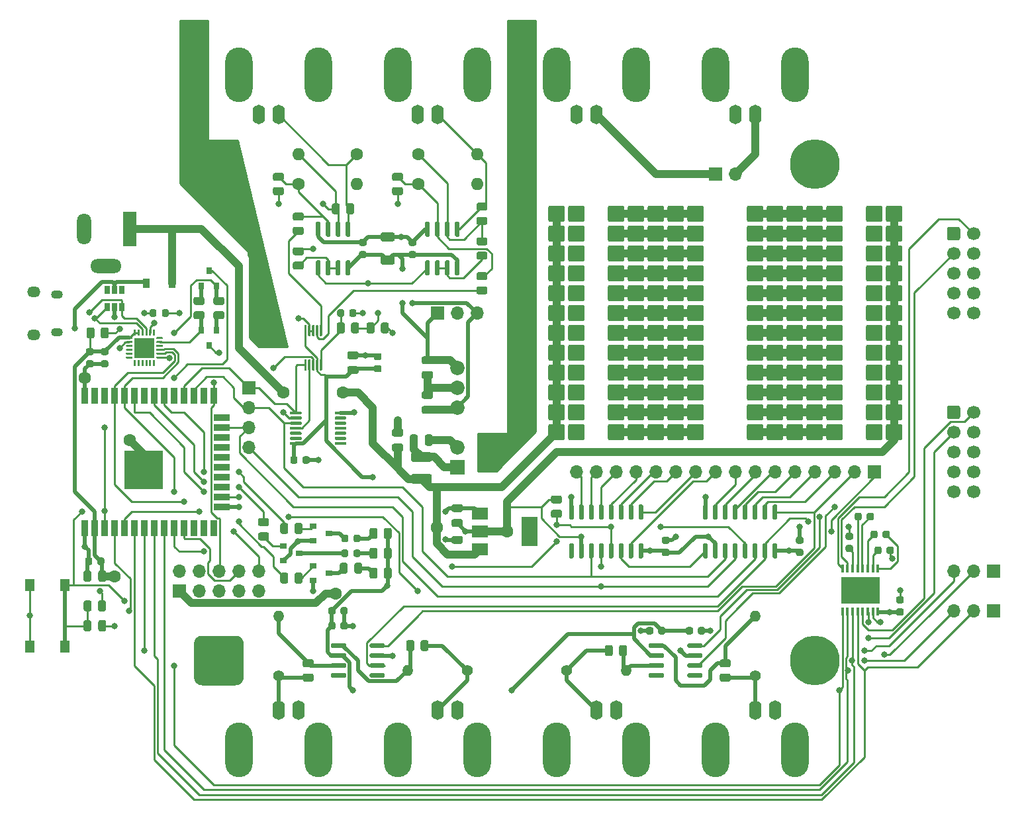
<source format=gbr>
G04 #@! TF.GenerationSoftware,KiCad,Pcbnew,(5.1.8-0-10_14)*
G04 #@! TF.CreationDate,2020-12-31T12:29:52-08:00*
G04 #@! TF.ProjectId,esp32_sync,65737033-325f-4737-996e-632e6b696361,rev?*
G04 #@! TF.SameCoordinates,Original*
G04 #@! TF.FileFunction,Copper,L1,Top*
G04 #@! TF.FilePolarity,Positive*
%FSLAX46Y46*%
G04 Gerber Fmt 4.6, Leading zero omitted, Abs format (unit mm)*
G04 Created by KiCad (PCBNEW (5.1.8-0-10_14)) date 2020-12-31 12:29:52*
%MOMM*%
%LPD*%
G01*
G04 APERTURE LIST*
G04 #@! TA.AperFunction,SMDPad,CuDef*
%ADD10R,2.000000X1.500000*%
G04 #@! TD*
G04 #@! TA.AperFunction,SMDPad,CuDef*
%ADD11R,2.000000X3.800000*%
G04 #@! TD*
G04 #@! TA.AperFunction,ComponentPad*
%ADD12O,1.700000X1.700000*%
G04 #@! TD*
G04 #@! TA.AperFunction,ComponentPad*
%ADD13R,1.700000X1.700000*%
G04 #@! TD*
G04 #@! TA.AperFunction,ComponentPad*
%ADD14C,1.850000*%
G04 #@! TD*
G04 #@! TA.AperFunction,ComponentPad*
%ADD15R,1.850000X1.850000*%
G04 #@! TD*
G04 #@! TA.AperFunction,ComponentPad*
%ADD16O,1.600000X1.600000*%
G04 #@! TD*
G04 #@! TA.AperFunction,ComponentPad*
%ADD17C,1.600000*%
G04 #@! TD*
G04 #@! TA.AperFunction,SMDPad,CuDef*
%ADD18R,0.900000X2.000000*%
G04 #@! TD*
G04 #@! TA.AperFunction,SMDPad,CuDef*
%ADD19R,2.000000X0.900000*%
G04 #@! TD*
G04 #@! TA.AperFunction,SMDPad,CuDef*
%ADD20R,5.000000X5.000000*%
G04 #@! TD*
G04 #@! TA.AperFunction,SMDPad,CuDef*
%ADD21R,0.800000X0.900000*%
G04 #@! TD*
G04 #@! TA.AperFunction,SMDPad,CuDef*
%ADD22R,0.900000X0.800000*%
G04 #@! TD*
G04 #@! TA.AperFunction,ComponentPad*
%ADD23R,1.800000X4.400000*%
G04 #@! TD*
G04 #@! TA.AperFunction,ComponentPad*
%ADD24O,1.800000X4.000000*%
G04 #@! TD*
G04 #@! TA.AperFunction,ComponentPad*
%ADD25O,4.000000X1.800000*%
G04 #@! TD*
G04 #@! TA.AperFunction,ComponentPad*
%ADD26O,1.400000X1.400000*%
G04 #@! TD*
G04 #@! TA.AperFunction,ComponentPad*
%ADD27C,1.400000*%
G04 #@! TD*
G04 #@! TA.AperFunction,ComponentPad*
%ADD28C,1.700000*%
G04 #@! TD*
G04 #@! TA.AperFunction,SMDPad,CuDef*
%ADD29R,0.650000X1.060000*%
G04 #@! TD*
G04 #@! TA.AperFunction,SMDPad,CuDef*
%ADD30R,0.900000X1.200000*%
G04 #@! TD*
G04 #@! TA.AperFunction,SMDPad,CuDef*
%ADD31R,2.600000X2.600000*%
G04 #@! TD*
G04 #@! TA.AperFunction,ComponentPad*
%ADD32O,1.600000X2.500000*%
G04 #@! TD*
G04 #@! TA.AperFunction,ComponentPad*
%ADD33O,3.500000X7.000000*%
G04 #@! TD*
G04 #@! TA.AperFunction,SMDPad,CuDef*
%ADD34R,5.000000X3.400000*%
G04 #@! TD*
G04 #@! TA.AperFunction,SMDPad,CuDef*
%ADD35R,0.450000X1.050000*%
G04 #@! TD*
G04 #@! TA.AperFunction,SMDPad,CuDef*
%ADD36R,1.300000X1.550000*%
G04 #@! TD*
G04 #@! TA.AperFunction,ComponentPad*
%ADD37O,1.700000X1.350000*%
G04 #@! TD*
G04 #@! TA.AperFunction,ComponentPad*
%ADD38O,1.500000X1.100000*%
G04 #@! TD*
G04 #@! TA.AperFunction,ViaPad*
%ADD39C,6.350000*%
G04 #@! TD*
G04 #@! TA.AperFunction,ViaPad*
%ADD40C,0.800000*%
G04 #@! TD*
G04 #@! TA.AperFunction,ViaPad*
%ADD41C,1.600000*%
G04 #@! TD*
G04 #@! TA.AperFunction,Conductor*
%ADD42C,1.000000*%
G04 #@! TD*
G04 #@! TA.AperFunction,Conductor*
%ADD43C,0.500000*%
G04 #@! TD*
G04 #@! TA.AperFunction,Conductor*
%ADD44C,0.250000*%
G04 #@! TD*
G04 #@! TA.AperFunction,Conductor*
%ADD45C,0.254000*%
G04 #@! TD*
G04 #@! TA.AperFunction,Conductor*
%ADD46C,0.100000*%
G04 #@! TD*
G04 APERTURE END LIST*
G04 #@! TA.AperFunction,SMDPad,CuDef*
G36*
G01*
X132530001Y-125965000D02*
X131629999Y-125965000D01*
G75*
G02*
X131380000Y-125715001I0J249999D01*
G01*
X131380000Y-125189999D01*
G75*
G02*
X131629999Y-124940000I249999J0D01*
G01*
X132530001Y-124940000D01*
G75*
G02*
X132780000Y-125189999I0J-249999D01*
G01*
X132780000Y-125715001D01*
G75*
G02*
X132530001Y-125965000I-249999J0D01*
G01*
G37*
G04 #@! TD.AperFunction*
G04 #@! TA.AperFunction,SMDPad,CuDef*
G36*
G01*
X132530001Y-127790000D02*
X131629999Y-127790000D01*
G75*
G02*
X131380000Y-127540001I0J249999D01*
G01*
X131380000Y-127014999D01*
G75*
G02*
X131629999Y-126765000I249999J0D01*
G01*
X132530001Y-126765000D01*
G75*
G02*
X132780000Y-127014999I0J-249999D01*
G01*
X132780000Y-127540001D01*
G75*
G02*
X132530001Y-127790000I-249999J0D01*
G01*
G37*
G04 #@! TD.AperFunction*
D10*
X122326000Y-127240000D03*
X122326000Y-131840000D03*
X122326000Y-129540000D03*
D11*
X128626000Y-129540000D03*
G04 #@! TA.AperFunction,SMDPad,CuDef*
G36*
G01*
X73425000Y-139515001D02*
X73425000Y-138614999D01*
G75*
G02*
X73674999Y-138365000I249999J0D01*
G01*
X74200001Y-138365000D01*
G75*
G02*
X74450000Y-138614999I0J-249999D01*
G01*
X74450000Y-139515001D01*
G75*
G02*
X74200001Y-139765000I-249999J0D01*
G01*
X73674999Y-139765000D01*
G75*
G02*
X73425000Y-139515001I0J249999D01*
G01*
G37*
G04 #@! TD.AperFunction*
G04 #@! TA.AperFunction,SMDPad,CuDef*
G36*
G01*
X71600000Y-139515001D02*
X71600000Y-138614999D01*
G75*
G02*
X71849999Y-138365000I249999J0D01*
G01*
X72375001Y-138365000D01*
G75*
G02*
X72625000Y-138614999I0J-249999D01*
G01*
X72625000Y-139515001D01*
G75*
G02*
X72375001Y-139765000I-249999J0D01*
G01*
X71849999Y-139765000D01*
G75*
G02*
X71600000Y-139515001I0J249999D01*
G01*
G37*
G04 #@! TD.AperFunction*
G04 #@! TA.AperFunction,SMDPad,CuDef*
G36*
G01*
X115883000Y-120637000D02*
X113733000Y-120637000D01*
G75*
G02*
X113483000Y-120387000I0J250000D01*
G01*
X113483000Y-119637000D01*
G75*
G02*
X113733000Y-119387000I250000J0D01*
G01*
X115883000Y-119387000D01*
G75*
G02*
X116133000Y-119637000I0J-250000D01*
G01*
X116133000Y-120387000D01*
G75*
G02*
X115883000Y-120637000I-250000J0D01*
G01*
G37*
G04 #@! TD.AperFunction*
G04 #@! TA.AperFunction,SMDPad,CuDef*
G36*
G01*
X115883000Y-123437000D02*
X113733000Y-123437000D01*
G75*
G02*
X113483000Y-123187000I0J250000D01*
G01*
X113483000Y-122437000D01*
G75*
G02*
X113733000Y-122187000I250000J0D01*
G01*
X115883000Y-122187000D01*
G75*
G02*
X116133000Y-122437000I0J-250000D01*
G01*
X116133000Y-123187000D01*
G75*
G02*
X115883000Y-123437000I-250000J0D01*
G01*
G37*
G04 #@! TD.AperFunction*
G04 #@! TA.AperFunction,SMDPad,CuDef*
G36*
G01*
X112235000Y-117406000D02*
X111285000Y-117406000D01*
G75*
G02*
X111035000Y-117156000I0J250000D01*
G01*
X111035000Y-116656000D01*
G75*
G02*
X111285000Y-116406000I250000J0D01*
G01*
X112235000Y-116406000D01*
G75*
G02*
X112485000Y-116656000I0J-250000D01*
G01*
X112485000Y-117156000D01*
G75*
G02*
X112235000Y-117406000I-250000J0D01*
G01*
G37*
G04 #@! TD.AperFunction*
G04 #@! TA.AperFunction,SMDPad,CuDef*
G36*
G01*
X112235000Y-119306000D02*
X111285000Y-119306000D01*
G75*
G02*
X111035000Y-119056000I0J250000D01*
G01*
X111035000Y-118556000D01*
G75*
G02*
X111285000Y-118306000I250000J0D01*
G01*
X112235000Y-118306000D01*
G75*
G02*
X112485000Y-118556000I0J-250000D01*
G01*
X112485000Y-119056000D01*
G75*
G02*
X112235000Y-119306000I-250000J0D01*
G01*
G37*
G04 #@! TD.AperFunction*
G04 #@! TA.AperFunction,SMDPad,CuDef*
G36*
G01*
X115258000Y-118331000D02*
X115258000Y-117381000D01*
G75*
G02*
X115508000Y-117131000I250000J0D01*
G01*
X116008000Y-117131000D01*
G75*
G02*
X116258000Y-117381000I0J-250000D01*
G01*
X116258000Y-118331000D01*
G75*
G02*
X116008000Y-118581000I-250000J0D01*
G01*
X115508000Y-118581000D01*
G75*
G02*
X115258000Y-118331000I0J250000D01*
G01*
G37*
G04 #@! TD.AperFunction*
G04 #@! TA.AperFunction,SMDPad,CuDef*
G36*
G01*
X113358000Y-118331000D02*
X113358000Y-117381000D01*
G75*
G02*
X113608000Y-117131000I250000J0D01*
G01*
X114108000Y-117131000D01*
G75*
G02*
X114358000Y-117381000I0J-250000D01*
G01*
X114358000Y-118331000D01*
G75*
G02*
X114108000Y-118581000I-250000J0D01*
G01*
X113608000Y-118581000D01*
G75*
G02*
X113358000Y-118331000I0J250000D01*
G01*
G37*
G04 #@! TD.AperFunction*
D12*
X92710000Y-118745000D03*
X92710000Y-116205000D03*
X92710000Y-113665000D03*
D13*
X92710000Y-111125000D03*
D12*
X121920000Y-101600000D03*
X119380000Y-101600000D03*
D13*
X116840000Y-101600000D03*
D14*
X119380000Y-108585000D03*
X119380000Y-111125000D03*
X119380000Y-113665000D03*
X119380000Y-118745000D03*
D15*
X119380000Y-121285000D03*
G04 #@! TA.AperFunction,SMDPad,CuDef*
G36*
G01*
X113915000Y-93020000D02*
X113415000Y-93020000D01*
G75*
G02*
X113190000Y-92795000I0J225000D01*
G01*
X113190000Y-92345000D01*
G75*
G02*
X113415000Y-92120000I225000J0D01*
G01*
X113915000Y-92120000D01*
G75*
G02*
X114140000Y-92345000I0J-225000D01*
G01*
X114140000Y-92795000D01*
G75*
G02*
X113915000Y-93020000I-225000J0D01*
G01*
G37*
G04 #@! TD.AperFunction*
G04 #@! TA.AperFunction,SMDPad,CuDef*
G36*
G01*
X113915000Y-94570000D02*
X113415000Y-94570000D01*
G75*
G02*
X113190000Y-94345000I0J225000D01*
G01*
X113190000Y-93895000D01*
G75*
G02*
X113415000Y-93670000I225000J0D01*
G01*
X113915000Y-93670000D01*
G75*
G02*
X114140000Y-93895000I0J-225000D01*
G01*
X114140000Y-94345000D01*
G75*
G02*
X113915000Y-94570000I-225000J0D01*
G01*
G37*
G04 #@! TD.AperFunction*
G04 #@! TA.AperFunction,SMDPad,CuDef*
G36*
G01*
X111140001Y-92445000D02*
X109839999Y-92445000D01*
G75*
G02*
X109590000Y-92195001I0J249999D01*
G01*
X109590000Y-91544999D01*
G75*
G02*
X109839999Y-91295000I249999J0D01*
G01*
X111140001Y-91295000D01*
G75*
G02*
X111390000Y-91544999I0J-249999D01*
G01*
X111390000Y-92195001D01*
G75*
G02*
X111140001Y-92445000I-249999J0D01*
G01*
G37*
G04 #@! TD.AperFunction*
G04 #@! TA.AperFunction,SMDPad,CuDef*
G36*
G01*
X111140001Y-95395000D02*
X109839999Y-95395000D01*
G75*
G02*
X109590000Y-95145001I0J249999D01*
G01*
X109590000Y-94494999D01*
G75*
G02*
X109839999Y-94245000I249999J0D01*
G01*
X111140001Y-94245000D01*
G75*
G02*
X111390000Y-94494999I0J-249999D01*
G01*
X111390000Y-95145001D01*
G75*
G02*
X111140001Y-95395000I-249999J0D01*
G01*
G37*
G04 #@! TD.AperFunction*
G04 #@! TA.AperFunction,SMDPad,CuDef*
G36*
G01*
X107565000Y-93020000D02*
X107065000Y-93020000D01*
G75*
G02*
X106840000Y-92795000I0J225000D01*
G01*
X106840000Y-92345000D01*
G75*
G02*
X107065000Y-92120000I225000J0D01*
G01*
X107565000Y-92120000D01*
G75*
G02*
X107790000Y-92345000I0J-225000D01*
G01*
X107790000Y-92795000D01*
G75*
G02*
X107565000Y-93020000I-225000J0D01*
G01*
G37*
G04 #@! TD.AperFunction*
G04 #@! TA.AperFunction,SMDPad,CuDef*
G36*
G01*
X107565000Y-94570000D02*
X107065000Y-94570000D01*
G75*
G02*
X106840000Y-94345000I0J225000D01*
G01*
X106840000Y-93895000D01*
G75*
G02*
X107065000Y-93670000I225000J0D01*
G01*
X107565000Y-93670000D01*
G75*
G02*
X107790000Y-93895000I0J-225000D01*
G01*
X107790000Y-94345000D01*
G75*
G02*
X107565000Y-94570000I-225000J0D01*
G01*
G37*
G04 #@! TD.AperFunction*
D16*
X121920000Y-85090000D03*
D17*
X114420000Y-85090000D03*
D16*
X121920000Y-81280000D03*
D17*
X114420000Y-81280000D03*
D18*
X71755000Y-112150000D03*
X73025000Y-112150000D03*
X74295000Y-112150000D03*
X75565000Y-112150000D03*
X76835000Y-112150000D03*
X78105000Y-112150000D03*
X79375000Y-112150000D03*
X80645000Y-112150000D03*
X81915000Y-112150000D03*
X83185000Y-112150000D03*
X84455000Y-112150000D03*
X85725000Y-112150000D03*
X86995000Y-112150000D03*
X88265000Y-112150000D03*
D19*
X89265000Y-114935000D03*
X89265000Y-116205000D03*
X89265000Y-117475000D03*
X89265000Y-118745000D03*
X89265000Y-120015000D03*
X89265000Y-121285000D03*
X89265000Y-122555000D03*
X89265000Y-123825000D03*
X89265000Y-125095000D03*
X89265000Y-126365000D03*
D18*
X88265000Y-129150000D03*
X86995000Y-129150000D03*
X85725000Y-129150000D03*
X84455000Y-129150000D03*
X83185000Y-129150000D03*
X81915000Y-129150000D03*
X80645000Y-129150000D03*
X79375000Y-129150000D03*
X78105000Y-129150000D03*
X76835000Y-129150000D03*
X75565000Y-129150000D03*
X74295000Y-129150000D03*
X73025000Y-129150000D03*
X71755000Y-129150000D03*
D20*
X79255000Y-121650000D03*
D21*
X87630000Y-96155000D03*
X88580000Y-98155000D03*
X86680000Y-98155000D03*
G04 #@! TA.AperFunction,SMDPad,CuDef*
G36*
G01*
X97771000Y-135058999D02*
X97771000Y-135959001D01*
G75*
G02*
X97521001Y-136209000I-249999J0D01*
G01*
X96995999Y-136209000D01*
G75*
G02*
X96746000Y-135959001I0J249999D01*
G01*
X96746000Y-135058999D01*
G75*
G02*
X96995999Y-134809000I249999J0D01*
G01*
X97521001Y-134809000D01*
G75*
G02*
X97771000Y-135058999I0J-249999D01*
G01*
G37*
G04 #@! TD.AperFunction*
G04 #@! TA.AperFunction,SMDPad,CuDef*
G36*
G01*
X99596000Y-135058999D02*
X99596000Y-135959001D01*
G75*
G02*
X99346001Y-136209000I-249999J0D01*
G01*
X98820999Y-136209000D01*
G75*
G02*
X98571000Y-135959001I0J249999D01*
G01*
X98571000Y-135058999D01*
G75*
G02*
X98820999Y-134809000I249999J0D01*
G01*
X99346001Y-134809000D01*
G75*
G02*
X99596000Y-135058999I0J-249999D01*
G01*
G37*
G04 #@! TD.AperFunction*
G04 #@! TA.AperFunction,SMDPad,CuDef*
G36*
G01*
X110001000Y-135324001D02*
X110001000Y-134423999D01*
G75*
G02*
X110250999Y-134174000I249999J0D01*
G01*
X110776001Y-134174000D01*
G75*
G02*
X111026000Y-134423999I0J-249999D01*
G01*
X111026000Y-135324001D01*
G75*
G02*
X110776001Y-135574000I-249999J0D01*
G01*
X110250999Y-135574000D01*
G75*
G02*
X110001000Y-135324001I0J249999D01*
G01*
G37*
G04 #@! TD.AperFunction*
G04 #@! TA.AperFunction,SMDPad,CuDef*
G36*
G01*
X108176000Y-135324001D02*
X108176000Y-134423999D01*
G75*
G02*
X108425999Y-134174000I249999J0D01*
G01*
X108951001Y-134174000D01*
G75*
G02*
X109201000Y-134423999I0J-249999D01*
G01*
X109201000Y-135324001D01*
G75*
G02*
X108951001Y-135574000I-249999J0D01*
G01*
X108425999Y-135574000D01*
G75*
G02*
X108176000Y-135324001I0J249999D01*
G01*
G37*
G04 #@! TD.AperFunction*
G04 #@! TA.AperFunction,SMDPad,CuDef*
G36*
G01*
X95065001Y-128862500D02*
X94164999Y-128862500D01*
G75*
G02*
X93915000Y-128612501I0J249999D01*
G01*
X93915000Y-128087499D01*
G75*
G02*
X94164999Y-127837500I249999J0D01*
G01*
X95065001Y-127837500D01*
G75*
G02*
X95315000Y-128087499I0J-249999D01*
G01*
X95315000Y-128612501D01*
G75*
G02*
X95065001Y-128862500I-249999J0D01*
G01*
G37*
G04 #@! TD.AperFunction*
G04 #@! TA.AperFunction,SMDPad,CuDef*
G36*
G01*
X95065001Y-130687500D02*
X94164999Y-130687500D01*
G75*
G02*
X93915000Y-130437501I0J249999D01*
G01*
X93915000Y-129912499D01*
G75*
G02*
X94164999Y-129662500I249999J0D01*
G01*
X95065001Y-129662500D01*
G75*
G02*
X95315000Y-129912499I0J-249999D01*
G01*
X95315000Y-130437501D01*
G75*
G02*
X95065001Y-130687500I-249999J0D01*
G01*
G37*
G04 #@! TD.AperFunction*
G04 #@! TA.AperFunction,SMDPad,CuDef*
G36*
G01*
X110001000Y-132784001D02*
X110001000Y-131883999D01*
G75*
G02*
X110250999Y-131634000I249999J0D01*
G01*
X110776001Y-131634000D01*
G75*
G02*
X111026000Y-131883999I0J-249999D01*
G01*
X111026000Y-132784001D01*
G75*
G02*
X110776001Y-133034000I-249999J0D01*
G01*
X110250999Y-133034000D01*
G75*
G02*
X110001000Y-132784001I0J249999D01*
G01*
G37*
G04 #@! TD.AperFunction*
G04 #@! TA.AperFunction,SMDPad,CuDef*
G36*
G01*
X108176000Y-132784001D02*
X108176000Y-131883999D01*
G75*
G02*
X108425999Y-131634000I249999J0D01*
G01*
X108951001Y-131634000D01*
G75*
G02*
X109201000Y-131883999I0J-249999D01*
G01*
X109201000Y-132784001D01*
G75*
G02*
X108951001Y-133034000I-249999J0D01*
G01*
X108425999Y-133034000D01*
G75*
G02*
X108176000Y-132784001I0J249999D01*
G01*
G37*
G04 #@! TD.AperFunction*
G04 #@! TA.AperFunction,SMDPad,CuDef*
G36*
G01*
X97771000Y-128708999D02*
X97771000Y-129609001D01*
G75*
G02*
X97521001Y-129859000I-249999J0D01*
G01*
X96995999Y-129859000D01*
G75*
G02*
X96746000Y-129609001I0J249999D01*
G01*
X96746000Y-128708999D01*
G75*
G02*
X96995999Y-128459000I249999J0D01*
G01*
X97521001Y-128459000D01*
G75*
G02*
X97771000Y-128708999I0J-249999D01*
G01*
G37*
G04 #@! TD.AperFunction*
G04 #@! TA.AperFunction,SMDPad,CuDef*
G36*
G01*
X99596000Y-128708999D02*
X99596000Y-129609001D01*
G75*
G02*
X99346001Y-129859000I-249999J0D01*
G01*
X98820999Y-129859000D01*
G75*
G02*
X98571000Y-129609001I0J249999D01*
G01*
X98571000Y-128708999D01*
G75*
G02*
X98820999Y-128459000I249999J0D01*
G01*
X99346001Y-128459000D01*
G75*
G02*
X99596000Y-128708999I0J-249999D01*
G01*
G37*
G04 #@! TD.AperFunction*
G04 #@! TA.AperFunction,SMDPad,CuDef*
G36*
G01*
X110001000Y-130244001D02*
X110001000Y-129343999D01*
G75*
G02*
X110250999Y-129094000I249999J0D01*
G01*
X110776001Y-129094000D01*
G75*
G02*
X111026000Y-129343999I0J-249999D01*
G01*
X111026000Y-130244001D01*
G75*
G02*
X110776001Y-130494000I-249999J0D01*
G01*
X110250999Y-130494000D01*
G75*
G02*
X110001000Y-130244001I0J249999D01*
G01*
G37*
G04 #@! TD.AperFunction*
G04 #@! TA.AperFunction,SMDPad,CuDef*
G36*
G01*
X108176000Y-130244001D02*
X108176000Y-129343999D01*
G75*
G02*
X108425999Y-129094000I249999J0D01*
G01*
X108951001Y-129094000D01*
G75*
G02*
X109201000Y-129343999I0J-249999D01*
G01*
X109201000Y-130244001D01*
G75*
G02*
X108951001Y-130494000I-249999J0D01*
G01*
X108425999Y-130494000D01*
G75*
G02*
X108176000Y-130244001I0J249999D01*
G01*
G37*
G04 #@! TD.AperFunction*
D22*
X102981000Y-134874000D03*
X100981000Y-135824000D03*
X100981000Y-133924000D03*
X99171000Y-132334000D03*
X97171000Y-133284000D03*
X97171000Y-131384000D03*
X102981000Y-129794000D03*
X100981000Y-130744000D03*
X100981000Y-128844000D03*
G04 #@! TA.AperFunction,SMDPad,CuDef*
G36*
G01*
X106241000Y-134695250D02*
X106241000Y-133782750D01*
G75*
G02*
X106484750Y-133539000I243750J0D01*
G01*
X106972250Y-133539000D01*
G75*
G02*
X107216000Y-133782750I0J-243750D01*
G01*
X107216000Y-134695250D01*
G75*
G02*
X106972250Y-134939000I-243750J0D01*
G01*
X106484750Y-134939000D01*
G75*
G02*
X106241000Y-134695250I0J243750D01*
G01*
G37*
G04 #@! TD.AperFunction*
G04 #@! TA.AperFunction,SMDPad,CuDef*
G36*
G01*
X104366000Y-134695250D02*
X104366000Y-133782750D01*
G75*
G02*
X104609750Y-133539000I243750J0D01*
G01*
X105097250Y-133539000D01*
G75*
G02*
X105341000Y-133782750I0J-243750D01*
G01*
X105341000Y-134695250D01*
G75*
G02*
X105097250Y-134939000I-243750J0D01*
G01*
X104609750Y-134939000D01*
G75*
G02*
X104366000Y-134695250I0J243750D01*
G01*
G37*
G04 #@! TD.AperFunction*
G04 #@! TA.AperFunction,SMDPad,CuDef*
G36*
G01*
X106141000Y-132590250D02*
X106141000Y-132077750D01*
G75*
G02*
X106359750Y-131859000I218750J0D01*
G01*
X106797250Y-131859000D01*
G75*
G02*
X107016000Y-132077750I0J-218750D01*
G01*
X107016000Y-132590250D01*
G75*
G02*
X106797250Y-132809000I-218750J0D01*
G01*
X106359750Y-132809000D01*
G75*
G02*
X106141000Y-132590250I0J218750D01*
G01*
G37*
G04 #@! TD.AperFunction*
G04 #@! TA.AperFunction,SMDPad,CuDef*
G36*
G01*
X104566000Y-132590250D02*
X104566000Y-132077750D01*
G75*
G02*
X104784750Y-131859000I218750J0D01*
G01*
X105222250Y-131859000D01*
G75*
G02*
X105441000Y-132077750I0J-218750D01*
G01*
X105441000Y-132590250D01*
G75*
G02*
X105222250Y-132809000I-218750J0D01*
G01*
X104784750Y-132809000D01*
G75*
G02*
X104566000Y-132590250I0J218750D01*
G01*
G37*
G04 #@! TD.AperFunction*
G04 #@! TA.AperFunction,SMDPad,CuDef*
G36*
G01*
X106141000Y-130685250D02*
X106141000Y-130172750D01*
G75*
G02*
X106359750Y-129954000I218750J0D01*
G01*
X106797250Y-129954000D01*
G75*
G02*
X107016000Y-130172750I0J-218750D01*
G01*
X107016000Y-130685250D01*
G75*
G02*
X106797250Y-130904000I-218750J0D01*
G01*
X106359750Y-130904000D01*
G75*
G02*
X106141000Y-130685250I0J218750D01*
G01*
G37*
G04 #@! TD.AperFunction*
G04 #@! TA.AperFunction,SMDPad,CuDef*
G36*
G01*
X104566000Y-130685250D02*
X104566000Y-130172750D01*
G75*
G02*
X104784750Y-129954000I218750J0D01*
G01*
X105222250Y-129954000D01*
G75*
G02*
X105441000Y-130172750I0J-218750D01*
G01*
X105441000Y-130685250D01*
G75*
G02*
X105222250Y-130904000I-218750J0D01*
G01*
X104784750Y-130904000D01*
G75*
G02*
X104566000Y-130685250I0J218750D01*
G01*
G37*
G04 #@! TD.AperFunction*
D23*
X77470000Y-90805000D03*
D24*
X71670000Y-90805000D03*
D25*
X74470000Y-95605000D03*
D26*
X157480000Y-140335000D03*
D27*
X157480000Y-147955000D03*
D28*
X185420000Y-124460000D03*
X185420000Y-121920000D03*
X185420000Y-119380000D03*
X185420000Y-116840000D03*
X185420000Y-114300000D03*
X182880000Y-124460000D03*
X182880000Y-121920000D03*
X182880000Y-119380000D03*
X182880000Y-116840000D03*
G04 #@! TA.AperFunction,ComponentPad*
G36*
G01*
X182030000Y-114900000D02*
X182030000Y-113700000D01*
G75*
G02*
X182280000Y-113450000I250000J0D01*
G01*
X183480000Y-113450000D01*
G75*
G02*
X183730000Y-113700000I0J-250000D01*
G01*
X183730000Y-114900000D01*
G75*
G02*
X183480000Y-115150000I-250000J0D01*
G01*
X182280000Y-115150000D01*
G75*
G02*
X182030000Y-114900000I0J250000D01*
G01*
G37*
G04 #@! TD.AperFunction*
X185420000Y-101600000D03*
X185420000Y-99060000D03*
X185420000Y-96520000D03*
X185420000Y-93980000D03*
X185420000Y-91440000D03*
X182880000Y-101600000D03*
X182880000Y-99060000D03*
X182880000Y-96520000D03*
X182880000Y-93980000D03*
G04 #@! TA.AperFunction,ComponentPad*
G36*
G01*
X182030000Y-92040000D02*
X182030000Y-90840000D01*
G75*
G02*
X182280000Y-90590000I250000J0D01*
G01*
X183480000Y-90590000D01*
G75*
G02*
X183730000Y-90840000I0J-250000D01*
G01*
X183730000Y-92040000D01*
G75*
G02*
X183480000Y-92290000I-250000J0D01*
G01*
X182280000Y-92290000D01*
G75*
G02*
X182030000Y-92040000I0J250000D01*
G01*
G37*
G04 #@! TD.AperFunction*
G04 #@! TA.AperFunction,SMDPad,CuDef*
G36*
G01*
X142725000Y-131040000D02*
X143025000Y-131040000D01*
G75*
G02*
X143175000Y-131190000I0J-150000D01*
G01*
X143175000Y-132840000D01*
G75*
G02*
X143025000Y-132990000I-150000J0D01*
G01*
X142725000Y-132990000D01*
G75*
G02*
X142575000Y-132840000I0J150000D01*
G01*
X142575000Y-131190000D01*
G75*
G02*
X142725000Y-131040000I150000J0D01*
G01*
G37*
G04 #@! TD.AperFunction*
G04 #@! TA.AperFunction,SMDPad,CuDef*
G36*
G01*
X141455000Y-131040000D02*
X141755000Y-131040000D01*
G75*
G02*
X141905000Y-131190000I0J-150000D01*
G01*
X141905000Y-132840000D01*
G75*
G02*
X141755000Y-132990000I-150000J0D01*
G01*
X141455000Y-132990000D01*
G75*
G02*
X141305000Y-132840000I0J150000D01*
G01*
X141305000Y-131190000D01*
G75*
G02*
X141455000Y-131040000I150000J0D01*
G01*
G37*
G04 #@! TD.AperFunction*
G04 #@! TA.AperFunction,SMDPad,CuDef*
G36*
G01*
X140185000Y-131040000D02*
X140485000Y-131040000D01*
G75*
G02*
X140635000Y-131190000I0J-150000D01*
G01*
X140635000Y-132840000D01*
G75*
G02*
X140485000Y-132990000I-150000J0D01*
G01*
X140185000Y-132990000D01*
G75*
G02*
X140035000Y-132840000I0J150000D01*
G01*
X140035000Y-131190000D01*
G75*
G02*
X140185000Y-131040000I150000J0D01*
G01*
G37*
G04 #@! TD.AperFunction*
G04 #@! TA.AperFunction,SMDPad,CuDef*
G36*
G01*
X138915000Y-131040000D02*
X139215000Y-131040000D01*
G75*
G02*
X139365000Y-131190000I0J-150000D01*
G01*
X139365000Y-132840000D01*
G75*
G02*
X139215000Y-132990000I-150000J0D01*
G01*
X138915000Y-132990000D01*
G75*
G02*
X138765000Y-132840000I0J150000D01*
G01*
X138765000Y-131190000D01*
G75*
G02*
X138915000Y-131040000I150000J0D01*
G01*
G37*
G04 #@! TD.AperFunction*
G04 #@! TA.AperFunction,SMDPad,CuDef*
G36*
G01*
X137645000Y-131040000D02*
X137945000Y-131040000D01*
G75*
G02*
X138095000Y-131190000I0J-150000D01*
G01*
X138095000Y-132840000D01*
G75*
G02*
X137945000Y-132990000I-150000J0D01*
G01*
X137645000Y-132990000D01*
G75*
G02*
X137495000Y-132840000I0J150000D01*
G01*
X137495000Y-131190000D01*
G75*
G02*
X137645000Y-131040000I150000J0D01*
G01*
G37*
G04 #@! TD.AperFunction*
G04 #@! TA.AperFunction,SMDPad,CuDef*
G36*
G01*
X136375000Y-131040000D02*
X136675000Y-131040000D01*
G75*
G02*
X136825000Y-131190000I0J-150000D01*
G01*
X136825000Y-132840000D01*
G75*
G02*
X136675000Y-132990000I-150000J0D01*
G01*
X136375000Y-132990000D01*
G75*
G02*
X136225000Y-132840000I0J150000D01*
G01*
X136225000Y-131190000D01*
G75*
G02*
X136375000Y-131040000I150000J0D01*
G01*
G37*
G04 #@! TD.AperFunction*
G04 #@! TA.AperFunction,SMDPad,CuDef*
G36*
G01*
X135105000Y-131040000D02*
X135405000Y-131040000D01*
G75*
G02*
X135555000Y-131190000I0J-150000D01*
G01*
X135555000Y-132840000D01*
G75*
G02*
X135405000Y-132990000I-150000J0D01*
G01*
X135105000Y-132990000D01*
G75*
G02*
X134955000Y-132840000I0J150000D01*
G01*
X134955000Y-131190000D01*
G75*
G02*
X135105000Y-131040000I150000J0D01*
G01*
G37*
G04 #@! TD.AperFunction*
G04 #@! TA.AperFunction,SMDPad,CuDef*
G36*
G01*
X133835000Y-131040000D02*
X134135000Y-131040000D01*
G75*
G02*
X134285000Y-131190000I0J-150000D01*
G01*
X134285000Y-132840000D01*
G75*
G02*
X134135000Y-132990000I-150000J0D01*
G01*
X133835000Y-132990000D01*
G75*
G02*
X133685000Y-132840000I0J150000D01*
G01*
X133685000Y-131190000D01*
G75*
G02*
X133835000Y-131040000I150000J0D01*
G01*
G37*
G04 #@! TD.AperFunction*
G04 #@! TA.AperFunction,SMDPad,CuDef*
G36*
G01*
X133835000Y-126090000D02*
X134135000Y-126090000D01*
G75*
G02*
X134285000Y-126240000I0J-150000D01*
G01*
X134285000Y-127890000D01*
G75*
G02*
X134135000Y-128040000I-150000J0D01*
G01*
X133835000Y-128040000D01*
G75*
G02*
X133685000Y-127890000I0J150000D01*
G01*
X133685000Y-126240000D01*
G75*
G02*
X133835000Y-126090000I150000J0D01*
G01*
G37*
G04 #@! TD.AperFunction*
G04 #@! TA.AperFunction,SMDPad,CuDef*
G36*
G01*
X135105000Y-126090000D02*
X135405000Y-126090000D01*
G75*
G02*
X135555000Y-126240000I0J-150000D01*
G01*
X135555000Y-127890000D01*
G75*
G02*
X135405000Y-128040000I-150000J0D01*
G01*
X135105000Y-128040000D01*
G75*
G02*
X134955000Y-127890000I0J150000D01*
G01*
X134955000Y-126240000D01*
G75*
G02*
X135105000Y-126090000I150000J0D01*
G01*
G37*
G04 #@! TD.AperFunction*
G04 #@! TA.AperFunction,SMDPad,CuDef*
G36*
G01*
X136375000Y-126090000D02*
X136675000Y-126090000D01*
G75*
G02*
X136825000Y-126240000I0J-150000D01*
G01*
X136825000Y-127890000D01*
G75*
G02*
X136675000Y-128040000I-150000J0D01*
G01*
X136375000Y-128040000D01*
G75*
G02*
X136225000Y-127890000I0J150000D01*
G01*
X136225000Y-126240000D01*
G75*
G02*
X136375000Y-126090000I150000J0D01*
G01*
G37*
G04 #@! TD.AperFunction*
G04 #@! TA.AperFunction,SMDPad,CuDef*
G36*
G01*
X137645000Y-126090000D02*
X137945000Y-126090000D01*
G75*
G02*
X138095000Y-126240000I0J-150000D01*
G01*
X138095000Y-127890000D01*
G75*
G02*
X137945000Y-128040000I-150000J0D01*
G01*
X137645000Y-128040000D01*
G75*
G02*
X137495000Y-127890000I0J150000D01*
G01*
X137495000Y-126240000D01*
G75*
G02*
X137645000Y-126090000I150000J0D01*
G01*
G37*
G04 #@! TD.AperFunction*
G04 #@! TA.AperFunction,SMDPad,CuDef*
G36*
G01*
X138915000Y-126090000D02*
X139215000Y-126090000D01*
G75*
G02*
X139365000Y-126240000I0J-150000D01*
G01*
X139365000Y-127890000D01*
G75*
G02*
X139215000Y-128040000I-150000J0D01*
G01*
X138915000Y-128040000D01*
G75*
G02*
X138765000Y-127890000I0J150000D01*
G01*
X138765000Y-126240000D01*
G75*
G02*
X138915000Y-126090000I150000J0D01*
G01*
G37*
G04 #@! TD.AperFunction*
G04 #@! TA.AperFunction,SMDPad,CuDef*
G36*
G01*
X140185000Y-126090000D02*
X140485000Y-126090000D01*
G75*
G02*
X140635000Y-126240000I0J-150000D01*
G01*
X140635000Y-127890000D01*
G75*
G02*
X140485000Y-128040000I-150000J0D01*
G01*
X140185000Y-128040000D01*
G75*
G02*
X140035000Y-127890000I0J150000D01*
G01*
X140035000Y-126240000D01*
G75*
G02*
X140185000Y-126090000I150000J0D01*
G01*
G37*
G04 #@! TD.AperFunction*
G04 #@! TA.AperFunction,SMDPad,CuDef*
G36*
G01*
X141455000Y-126090000D02*
X141755000Y-126090000D01*
G75*
G02*
X141905000Y-126240000I0J-150000D01*
G01*
X141905000Y-127890000D01*
G75*
G02*
X141755000Y-128040000I-150000J0D01*
G01*
X141455000Y-128040000D01*
G75*
G02*
X141305000Y-127890000I0J150000D01*
G01*
X141305000Y-126240000D01*
G75*
G02*
X141455000Y-126090000I150000J0D01*
G01*
G37*
G04 #@! TD.AperFunction*
G04 #@! TA.AperFunction,SMDPad,CuDef*
G36*
G01*
X142725000Y-126090000D02*
X143025000Y-126090000D01*
G75*
G02*
X143175000Y-126240000I0J-150000D01*
G01*
X143175000Y-127890000D01*
G75*
G02*
X143025000Y-128040000I-150000J0D01*
G01*
X142725000Y-128040000D01*
G75*
G02*
X142575000Y-127890000I0J150000D01*
G01*
X142575000Y-126240000D01*
G75*
G02*
X142725000Y-126090000I150000J0D01*
G01*
G37*
G04 #@! TD.AperFunction*
G04 #@! TA.AperFunction,SMDPad,CuDef*
G36*
G01*
X159870000Y-131040000D02*
X160170000Y-131040000D01*
G75*
G02*
X160320000Y-131190000I0J-150000D01*
G01*
X160320000Y-132840000D01*
G75*
G02*
X160170000Y-132990000I-150000J0D01*
G01*
X159870000Y-132990000D01*
G75*
G02*
X159720000Y-132840000I0J150000D01*
G01*
X159720000Y-131190000D01*
G75*
G02*
X159870000Y-131040000I150000J0D01*
G01*
G37*
G04 #@! TD.AperFunction*
G04 #@! TA.AperFunction,SMDPad,CuDef*
G36*
G01*
X158600000Y-131040000D02*
X158900000Y-131040000D01*
G75*
G02*
X159050000Y-131190000I0J-150000D01*
G01*
X159050000Y-132840000D01*
G75*
G02*
X158900000Y-132990000I-150000J0D01*
G01*
X158600000Y-132990000D01*
G75*
G02*
X158450000Y-132840000I0J150000D01*
G01*
X158450000Y-131190000D01*
G75*
G02*
X158600000Y-131040000I150000J0D01*
G01*
G37*
G04 #@! TD.AperFunction*
G04 #@! TA.AperFunction,SMDPad,CuDef*
G36*
G01*
X157330000Y-131040000D02*
X157630000Y-131040000D01*
G75*
G02*
X157780000Y-131190000I0J-150000D01*
G01*
X157780000Y-132840000D01*
G75*
G02*
X157630000Y-132990000I-150000J0D01*
G01*
X157330000Y-132990000D01*
G75*
G02*
X157180000Y-132840000I0J150000D01*
G01*
X157180000Y-131190000D01*
G75*
G02*
X157330000Y-131040000I150000J0D01*
G01*
G37*
G04 #@! TD.AperFunction*
G04 #@! TA.AperFunction,SMDPad,CuDef*
G36*
G01*
X156060000Y-131040000D02*
X156360000Y-131040000D01*
G75*
G02*
X156510000Y-131190000I0J-150000D01*
G01*
X156510000Y-132840000D01*
G75*
G02*
X156360000Y-132990000I-150000J0D01*
G01*
X156060000Y-132990000D01*
G75*
G02*
X155910000Y-132840000I0J150000D01*
G01*
X155910000Y-131190000D01*
G75*
G02*
X156060000Y-131040000I150000J0D01*
G01*
G37*
G04 #@! TD.AperFunction*
G04 #@! TA.AperFunction,SMDPad,CuDef*
G36*
G01*
X154790000Y-131040000D02*
X155090000Y-131040000D01*
G75*
G02*
X155240000Y-131190000I0J-150000D01*
G01*
X155240000Y-132840000D01*
G75*
G02*
X155090000Y-132990000I-150000J0D01*
G01*
X154790000Y-132990000D01*
G75*
G02*
X154640000Y-132840000I0J150000D01*
G01*
X154640000Y-131190000D01*
G75*
G02*
X154790000Y-131040000I150000J0D01*
G01*
G37*
G04 #@! TD.AperFunction*
G04 #@! TA.AperFunction,SMDPad,CuDef*
G36*
G01*
X153520000Y-131040000D02*
X153820000Y-131040000D01*
G75*
G02*
X153970000Y-131190000I0J-150000D01*
G01*
X153970000Y-132840000D01*
G75*
G02*
X153820000Y-132990000I-150000J0D01*
G01*
X153520000Y-132990000D01*
G75*
G02*
X153370000Y-132840000I0J150000D01*
G01*
X153370000Y-131190000D01*
G75*
G02*
X153520000Y-131040000I150000J0D01*
G01*
G37*
G04 #@! TD.AperFunction*
G04 #@! TA.AperFunction,SMDPad,CuDef*
G36*
G01*
X152250000Y-131040000D02*
X152550000Y-131040000D01*
G75*
G02*
X152700000Y-131190000I0J-150000D01*
G01*
X152700000Y-132840000D01*
G75*
G02*
X152550000Y-132990000I-150000J0D01*
G01*
X152250000Y-132990000D01*
G75*
G02*
X152100000Y-132840000I0J150000D01*
G01*
X152100000Y-131190000D01*
G75*
G02*
X152250000Y-131040000I150000J0D01*
G01*
G37*
G04 #@! TD.AperFunction*
G04 #@! TA.AperFunction,SMDPad,CuDef*
G36*
G01*
X150980000Y-131040000D02*
X151280000Y-131040000D01*
G75*
G02*
X151430000Y-131190000I0J-150000D01*
G01*
X151430000Y-132840000D01*
G75*
G02*
X151280000Y-132990000I-150000J0D01*
G01*
X150980000Y-132990000D01*
G75*
G02*
X150830000Y-132840000I0J150000D01*
G01*
X150830000Y-131190000D01*
G75*
G02*
X150980000Y-131040000I150000J0D01*
G01*
G37*
G04 #@! TD.AperFunction*
G04 #@! TA.AperFunction,SMDPad,CuDef*
G36*
G01*
X150980000Y-126090000D02*
X151280000Y-126090000D01*
G75*
G02*
X151430000Y-126240000I0J-150000D01*
G01*
X151430000Y-127890000D01*
G75*
G02*
X151280000Y-128040000I-150000J0D01*
G01*
X150980000Y-128040000D01*
G75*
G02*
X150830000Y-127890000I0J150000D01*
G01*
X150830000Y-126240000D01*
G75*
G02*
X150980000Y-126090000I150000J0D01*
G01*
G37*
G04 #@! TD.AperFunction*
G04 #@! TA.AperFunction,SMDPad,CuDef*
G36*
G01*
X152250000Y-126090000D02*
X152550000Y-126090000D01*
G75*
G02*
X152700000Y-126240000I0J-150000D01*
G01*
X152700000Y-127890000D01*
G75*
G02*
X152550000Y-128040000I-150000J0D01*
G01*
X152250000Y-128040000D01*
G75*
G02*
X152100000Y-127890000I0J150000D01*
G01*
X152100000Y-126240000D01*
G75*
G02*
X152250000Y-126090000I150000J0D01*
G01*
G37*
G04 #@! TD.AperFunction*
G04 #@! TA.AperFunction,SMDPad,CuDef*
G36*
G01*
X153520000Y-126090000D02*
X153820000Y-126090000D01*
G75*
G02*
X153970000Y-126240000I0J-150000D01*
G01*
X153970000Y-127890000D01*
G75*
G02*
X153820000Y-128040000I-150000J0D01*
G01*
X153520000Y-128040000D01*
G75*
G02*
X153370000Y-127890000I0J150000D01*
G01*
X153370000Y-126240000D01*
G75*
G02*
X153520000Y-126090000I150000J0D01*
G01*
G37*
G04 #@! TD.AperFunction*
G04 #@! TA.AperFunction,SMDPad,CuDef*
G36*
G01*
X154790000Y-126090000D02*
X155090000Y-126090000D01*
G75*
G02*
X155240000Y-126240000I0J-150000D01*
G01*
X155240000Y-127890000D01*
G75*
G02*
X155090000Y-128040000I-150000J0D01*
G01*
X154790000Y-128040000D01*
G75*
G02*
X154640000Y-127890000I0J150000D01*
G01*
X154640000Y-126240000D01*
G75*
G02*
X154790000Y-126090000I150000J0D01*
G01*
G37*
G04 #@! TD.AperFunction*
G04 #@! TA.AperFunction,SMDPad,CuDef*
G36*
G01*
X156060000Y-126090000D02*
X156360000Y-126090000D01*
G75*
G02*
X156510000Y-126240000I0J-150000D01*
G01*
X156510000Y-127890000D01*
G75*
G02*
X156360000Y-128040000I-150000J0D01*
G01*
X156060000Y-128040000D01*
G75*
G02*
X155910000Y-127890000I0J150000D01*
G01*
X155910000Y-126240000D01*
G75*
G02*
X156060000Y-126090000I150000J0D01*
G01*
G37*
G04 #@! TD.AperFunction*
G04 #@! TA.AperFunction,SMDPad,CuDef*
G36*
G01*
X157330000Y-126090000D02*
X157630000Y-126090000D01*
G75*
G02*
X157780000Y-126240000I0J-150000D01*
G01*
X157780000Y-127890000D01*
G75*
G02*
X157630000Y-128040000I-150000J0D01*
G01*
X157330000Y-128040000D01*
G75*
G02*
X157180000Y-127890000I0J150000D01*
G01*
X157180000Y-126240000D01*
G75*
G02*
X157330000Y-126090000I150000J0D01*
G01*
G37*
G04 #@! TD.AperFunction*
G04 #@! TA.AperFunction,SMDPad,CuDef*
G36*
G01*
X158600000Y-126090000D02*
X158900000Y-126090000D01*
G75*
G02*
X159050000Y-126240000I0J-150000D01*
G01*
X159050000Y-127890000D01*
G75*
G02*
X158900000Y-128040000I-150000J0D01*
G01*
X158600000Y-128040000D01*
G75*
G02*
X158450000Y-127890000I0J150000D01*
G01*
X158450000Y-126240000D01*
G75*
G02*
X158600000Y-126090000I150000J0D01*
G01*
G37*
G04 #@! TD.AperFunction*
G04 #@! TA.AperFunction,SMDPad,CuDef*
G36*
G01*
X159870000Y-126090000D02*
X160170000Y-126090000D01*
G75*
G02*
X160320000Y-126240000I0J-150000D01*
G01*
X160320000Y-127890000D01*
G75*
G02*
X160170000Y-128040000I-150000J0D01*
G01*
X159870000Y-128040000D01*
G75*
G02*
X159720000Y-127890000I0J150000D01*
G01*
X159720000Y-126240000D01*
G75*
G02*
X159870000Y-126090000I150000J0D01*
G01*
G37*
G04 #@! TD.AperFunction*
D29*
X75565000Y-98595000D03*
X74615000Y-98595000D03*
X76515000Y-98595000D03*
X76515000Y-100795000D03*
X75565000Y-100795000D03*
X74615000Y-100795000D03*
G04 #@! TA.AperFunction,SMDPad,CuDef*
G36*
G01*
X85909999Y-101365000D02*
X86810001Y-101365000D01*
G75*
G02*
X87060000Y-101614999I0J-249999D01*
G01*
X87060000Y-102140001D01*
G75*
G02*
X86810001Y-102390000I-249999J0D01*
G01*
X85909999Y-102390000D01*
G75*
G02*
X85660000Y-102140001I0J249999D01*
G01*
X85660000Y-101614999D01*
G75*
G02*
X85909999Y-101365000I249999J0D01*
G01*
G37*
G04 #@! TD.AperFunction*
G04 #@! TA.AperFunction,SMDPad,CuDef*
G36*
G01*
X85909999Y-99540000D02*
X86810001Y-99540000D01*
G75*
G02*
X87060000Y-99789999I0J-249999D01*
G01*
X87060000Y-100315001D01*
G75*
G02*
X86810001Y-100565000I-249999J0D01*
G01*
X85909999Y-100565000D01*
G75*
G02*
X85660000Y-100315001I0J249999D01*
G01*
X85660000Y-99789999D01*
G75*
G02*
X85909999Y-99540000I249999J0D01*
G01*
G37*
G04 #@! TD.AperFunction*
G04 #@! TA.AperFunction,SMDPad,CuDef*
G36*
G01*
X89350001Y-100565000D02*
X88449999Y-100565000D01*
G75*
G02*
X88200000Y-100315001I0J249999D01*
G01*
X88200000Y-99789999D01*
G75*
G02*
X88449999Y-99540000I249999J0D01*
G01*
X89350001Y-99540000D01*
G75*
G02*
X89600000Y-99789999I0J-249999D01*
G01*
X89600000Y-100315001D01*
G75*
G02*
X89350001Y-100565000I-249999J0D01*
G01*
G37*
G04 #@! TD.AperFunction*
G04 #@! TA.AperFunction,SMDPad,CuDef*
G36*
G01*
X89350001Y-102390000D02*
X88449999Y-102390000D01*
G75*
G02*
X88200000Y-102140001I0J249999D01*
G01*
X88200000Y-101614999D01*
G75*
G02*
X88449999Y-101365000I249999J0D01*
G01*
X89350001Y-101365000D01*
G75*
G02*
X89600000Y-101614999I0J-249999D01*
G01*
X89600000Y-102140001D01*
G75*
G02*
X89350001Y-102390000I-249999J0D01*
G01*
G37*
G04 #@! TD.AperFunction*
D21*
X87630000Y-105775000D03*
X86680000Y-103775000D03*
X88580000Y-103775000D03*
D30*
X79630000Y-97790000D03*
X82930000Y-97790000D03*
G04 #@! TA.AperFunction,SMDPad,CuDef*
G36*
G01*
X74045000Y-107640000D02*
X74545000Y-107640000D01*
G75*
G02*
X74770000Y-107865000I0J-225000D01*
G01*
X74770000Y-108315000D01*
G75*
G02*
X74545000Y-108540000I-225000J0D01*
G01*
X74045000Y-108540000D01*
G75*
G02*
X73820000Y-108315000I0J225000D01*
G01*
X73820000Y-107865000D01*
G75*
G02*
X74045000Y-107640000I225000J0D01*
G01*
G37*
G04 #@! TD.AperFunction*
G04 #@! TA.AperFunction,SMDPad,CuDef*
G36*
G01*
X74045000Y-106090000D02*
X74545000Y-106090000D01*
G75*
G02*
X74770000Y-106315000I0J-225000D01*
G01*
X74770000Y-106765000D01*
G75*
G02*
X74545000Y-106990000I-225000J0D01*
G01*
X74045000Y-106990000D01*
G75*
G02*
X73820000Y-106765000I0J225000D01*
G01*
X73820000Y-106315000D01*
G75*
G02*
X74045000Y-106090000I225000J0D01*
G01*
G37*
G04 #@! TD.AperFunction*
G04 #@! TA.AperFunction,SMDPad,CuDef*
G36*
G01*
X72140000Y-107640000D02*
X72640000Y-107640000D01*
G75*
G02*
X72865000Y-107865000I0J-225000D01*
G01*
X72865000Y-108315000D01*
G75*
G02*
X72640000Y-108540000I-225000J0D01*
G01*
X72140000Y-108540000D01*
G75*
G02*
X71915000Y-108315000I0J225000D01*
G01*
X71915000Y-107865000D01*
G75*
G02*
X72140000Y-107640000I225000J0D01*
G01*
G37*
G04 #@! TD.AperFunction*
G04 #@! TA.AperFunction,SMDPad,CuDef*
G36*
G01*
X72140000Y-106090000D02*
X72640000Y-106090000D01*
G75*
G02*
X72865000Y-106315000I0J-225000D01*
G01*
X72865000Y-106765000D01*
G75*
G02*
X72640000Y-106990000I-225000J0D01*
G01*
X72140000Y-106990000D01*
G75*
G02*
X71915000Y-106765000I0J225000D01*
G01*
X71915000Y-106315000D01*
G75*
G02*
X72140000Y-106090000I225000J0D01*
G01*
G37*
G04 #@! TD.AperFunction*
G04 #@! TA.AperFunction,SMDPad,CuDef*
G36*
G01*
X104945000Y-101350000D02*
X104945000Y-101850000D01*
G75*
G02*
X104720000Y-102075000I-225000J0D01*
G01*
X104270000Y-102075000D01*
G75*
G02*
X104045000Y-101850000I0J225000D01*
G01*
X104045000Y-101350000D01*
G75*
G02*
X104270000Y-101125000I225000J0D01*
G01*
X104720000Y-101125000D01*
G75*
G02*
X104945000Y-101350000I0J-225000D01*
G01*
G37*
G04 #@! TD.AperFunction*
G04 #@! TA.AperFunction,SMDPad,CuDef*
G36*
G01*
X106495000Y-101350000D02*
X106495000Y-101850000D01*
G75*
G02*
X106270000Y-102075000I-225000J0D01*
G01*
X105820000Y-102075000D01*
G75*
G02*
X105595000Y-101850000I0J225000D01*
G01*
X105595000Y-101350000D01*
G75*
G02*
X105820000Y-101125000I225000J0D01*
G01*
X106270000Y-101125000D01*
G75*
G02*
X106495000Y-101350000I0J-225000D01*
G01*
G37*
G04 #@! TD.AperFunction*
D31*
X79375000Y-106045000D03*
G04 #@! TA.AperFunction,SMDPad,CuDef*
G36*
G01*
X80962500Y-104670000D02*
X81662500Y-104670000D01*
G75*
G02*
X81725000Y-104732500I0J-62500D01*
G01*
X81725000Y-104857500D01*
G75*
G02*
X81662500Y-104920000I-62500J0D01*
G01*
X80962500Y-104920000D01*
G75*
G02*
X80900000Y-104857500I0J62500D01*
G01*
X80900000Y-104732500D01*
G75*
G02*
X80962500Y-104670000I62500J0D01*
G01*
G37*
G04 #@! TD.AperFunction*
G04 #@! TA.AperFunction,SMDPad,CuDef*
G36*
G01*
X80962500Y-105170000D02*
X81662500Y-105170000D01*
G75*
G02*
X81725000Y-105232500I0J-62500D01*
G01*
X81725000Y-105357500D01*
G75*
G02*
X81662500Y-105420000I-62500J0D01*
G01*
X80962500Y-105420000D01*
G75*
G02*
X80900000Y-105357500I0J62500D01*
G01*
X80900000Y-105232500D01*
G75*
G02*
X80962500Y-105170000I62500J0D01*
G01*
G37*
G04 #@! TD.AperFunction*
G04 #@! TA.AperFunction,SMDPad,CuDef*
G36*
G01*
X80962500Y-105670000D02*
X81662500Y-105670000D01*
G75*
G02*
X81725000Y-105732500I0J-62500D01*
G01*
X81725000Y-105857500D01*
G75*
G02*
X81662500Y-105920000I-62500J0D01*
G01*
X80962500Y-105920000D01*
G75*
G02*
X80900000Y-105857500I0J62500D01*
G01*
X80900000Y-105732500D01*
G75*
G02*
X80962500Y-105670000I62500J0D01*
G01*
G37*
G04 #@! TD.AperFunction*
G04 #@! TA.AperFunction,SMDPad,CuDef*
G36*
G01*
X80962500Y-106170000D02*
X81662500Y-106170000D01*
G75*
G02*
X81725000Y-106232500I0J-62500D01*
G01*
X81725000Y-106357500D01*
G75*
G02*
X81662500Y-106420000I-62500J0D01*
G01*
X80962500Y-106420000D01*
G75*
G02*
X80900000Y-106357500I0J62500D01*
G01*
X80900000Y-106232500D01*
G75*
G02*
X80962500Y-106170000I62500J0D01*
G01*
G37*
G04 #@! TD.AperFunction*
G04 #@! TA.AperFunction,SMDPad,CuDef*
G36*
G01*
X80962500Y-106670000D02*
X81662500Y-106670000D01*
G75*
G02*
X81725000Y-106732500I0J-62500D01*
G01*
X81725000Y-106857500D01*
G75*
G02*
X81662500Y-106920000I-62500J0D01*
G01*
X80962500Y-106920000D01*
G75*
G02*
X80900000Y-106857500I0J62500D01*
G01*
X80900000Y-106732500D01*
G75*
G02*
X80962500Y-106670000I62500J0D01*
G01*
G37*
G04 #@! TD.AperFunction*
G04 #@! TA.AperFunction,SMDPad,CuDef*
G36*
G01*
X80962500Y-107170000D02*
X81662500Y-107170000D01*
G75*
G02*
X81725000Y-107232500I0J-62500D01*
G01*
X81725000Y-107357500D01*
G75*
G02*
X81662500Y-107420000I-62500J0D01*
G01*
X80962500Y-107420000D01*
G75*
G02*
X80900000Y-107357500I0J62500D01*
G01*
X80900000Y-107232500D01*
G75*
G02*
X80962500Y-107170000I62500J0D01*
G01*
G37*
G04 #@! TD.AperFunction*
G04 #@! TA.AperFunction,SMDPad,CuDef*
G36*
G01*
X80562500Y-107570000D02*
X80687500Y-107570000D01*
G75*
G02*
X80750000Y-107632500I0J-62500D01*
G01*
X80750000Y-108332500D01*
G75*
G02*
X80687500Y-108395000I-62500J0D01*
G01*
X80562500Y-108395000D01*
G75*
G02*
X80500000Y-108332500I0J62500D01*
G01*
X80500000Y-107632500D01*
G75*
G02*
X80562500Y-107570000I62500J0D01*
G01*
G37*
G04 #@! TD.AperFunction*
G04 #@! TA.AperFunction,SMDPad,CuDef*
G36*
G01*
X80062500Y-107570000D02*
X80187500Y-107570000D01*
G75*
G02*
X80250000Y-107632500I0J-62500D01*
G01*
X80250000Y-108332500D01*
G75*
G02*
X80187500Y-108395000I-62500J0D01*
G01*
X80062500Y-108395000D01*
G75*
G02*
X80000000Y-108332500I0J62500D01*
G01*
X80000000Y-107632500D01*
G75*
G02*
X80062500Y-107570000I62500J0D01*
G01*
G37*
G04 #@! TD.AperFunction*
G04 #@! TA.AperFunction,SMDPad,CuDef*
G36*
G01*
X79562500Y-107570000D02*
X79687500Y-107570000D01*
G75*
G02*
X79750000Y-107632500I0J-62500D01*
G01*
X79750000Y-108332500D01*
G75*
G02*
X79687500Y-108395000I-62500J0D01*
G01*
X79562500Y-108395000D01*
G75*
G02*
X79500000Y-108332500I0J62500D01*
G01*
X79500000Y-107632500D01*
G75*
G02*
X79562500Y-107570000I62500J0D01*
G01*
G37*
G04 #@! TD.AperFunction*
G04 #@! TA.AperFunction,SMDPad,CuDef*
G36*
G01*
X79062500Y-107570000D02*
X79187500Y-107570000D01*
G75*
G02*
X79250000Y-107632500I0J-62500D01*
G01*
X79250000Y-108332500D01*
G75*
G02*
X79187500Y-108395000I-62500J0D01*
G01*
X79062500Y-108395000D01*
G75*
G02*
X79000000Y-108332500I0J62500D01*
G01*
X79000000Y-107632500D01*
G75*
G02*
X79062500Y-107570000I62500J0D01*
G01*
G37*
G04 #@! TD.AperFunction*
G04 #@! TA.AperFunction,SMDPad,CuDef*
G36*
G01*
X78562500Y-107570000D02*
X78687500Y-107570000D01*
G75*
G02*
X78750000Y-107632500I0J-62500D01*
G01*
X78750000Y-108332500D01*
G75*
G02*
X78687500Y-108395000I-62500J0D01*
G01*
X78562500Y-108395000D01*
G75*
G02*
X78500000Y-108332500I0J62500D01*
G01*
X78500000Y-107632500D01*
G75*
G02*
X78562500Y-107570000I62500J0D01*
G01*
G37*
G04 #@! TD.AperFunction*
G04 #@! TA.AperFunction,SMDPad,CuDef*
G36*
G01*
X78062500Y-107570000D02*
X78187500Y-107570000D01*
G75*
G02*
X78250000Y-107632500I0J-62500D01*
G01*
X78250000Y-108332500D01*
G75*
G02*
X78187500Y-108395000I-62500J0D01*
G01*
X78062500Y-108395000D01*
G75*
G02*
X78000000Y-108332500I0J62500D01*
G01*
X78000000Y-107632500D01*
G75*
G02*
X78062500Y-107570000I62500J0D01*
G01*
G37*
G04 #@! TD.AperFunction*
G04 #@! TA.AperFunction,SMDPad,CuDef*
G36*
G01*
X77087500Y-107170000D02*
X77787500Y-107170000D01*
G75*
G02*
X77850000Y-107232500I0J-62500D01*
G01*
X77850000Y-107357500D01*
G75*
G02*
X77787500Y-107420000I-62500J0D01*
G01*
X77087500Y-107420000D01*
G75*
G02*
X77025000Y-107357500I0J62500D01*
G01*
X77025000Y-107232500D01*
G75*
G02*
X77087500Y-107170000I62500J0D01*
G01*
G37*
G04 #@! TD.AperFunction*
G04 #@! TA.AperFunction,SMDPad,CuDef*
G36*
G01*
X77087500Y-106670000D02*
X77787500Y-106670000D01*
G75*
G02*
X77850000Y-106732500I0J-62500D01*
G01*
X77850000Y-106857500D01*
G75*
G02*
X77787500Y-106920000I-62500J0D01*
G01*
X77087500Y-106920000D01*
G75*
G02*
X77025000Y-106857500I0J62500D01*
G01*
X77025000Y-106732500D01*
G75*
G02*
X77087500Y-106670000I62500J0D01*
G01*
G37*
G04 #@! TD.AperFunction*
G04 #@! TA.AperFunction,SMDPad,CuDef*
G36*
G01*
X77087500Y-106170000D02*
X77787500Y-106170000D01*
G75*
G02*
X77850000Y-106232500I0J-62500D01*
G01*
X77850000Y-106357500D01*
G75*
G02*
X77787500Y-106420000I-62500J0D01*
G01*
X77087500Y-106420000D01*
G75*
G02*
X77025000Y-106357500I0J62500D01*
G01*
X77025000Y-106232500D01*
G75*
G02*
X77087500Y-106170000I62500J0D01*
G01*
G37*
G04 #@! TD.AperFunction*
G04 #@! TA.AperFunction,SMDPad,CuDef*
G36*
G01*
X77087500Y-105670000D02*
X77787500Y-105670000D01*
G75*
G02*
X77850000Y-105732500I0J-62500D01*
G01*
X77850000Y-105857500D01*
G75*
G02*
X77787500Y-105920000I-62500J0D01*
G01*
X77087500Y-105920000D01*
G75*
G02*
X77025000Y-105857500I0J62500D01*
G01*
X77025000Y-105732500D01*
G75*
G02*
X77087500Y-105670000I62500J0D01*
G01*
G37*
G04 #@! TD.AperFunction*
G04 #@! TA.AperFunction,SMDPad,CuDef*
G36*
G01*
X77087500Y-105170000D02*
X77787500Y-105170000D01*
G75*
G02*
X77850000Y-105232500I0J-62500D01*
G01*
X77850000Y-105357500D01*
G75*
G02*
X77787500Y-105420000I-62500J0D01*
G01*
X77087500Y-105420000D01*
G75*
G02*
X77025000Y-105357500I0J62500D01*
G01*
X77025000Y-105232500D01*
G75*
G02*
X77087500Y-105170000I62500J0D01*
G01*
G37*
G04 #@! TD.AperFunction*
G04 #@! TA.AperFunction,SMDPad,CuDef*
G36*
G01*
X77087500Y-104670000D02*
X77787500Y-104670000D01*
G75*
G02*
X77850000Y-104732500I0J-62500D01*
G01*
X77850000Y-104857500D01*
G75*
G02*
X77787500Y-104920000I-62500J0D01*
G01*
X77087500Y-104920000D01*
G75*
G02*
X77025000Y-104857500I0J62500D01*
G01*
X77025000Y-104732500D01*
G75*
G02*
X77087500Y-104670000I62500J0D01*
G01*
G37*
G04 #@! TD.AperFunction*
G04 #@! TA.AperFunction,SMDPad,CuDef*
G36*
G01*
X78062500Y-103695000D02*
X78187500Y-103695000D01*
G75*
G02*
X78250000Y-103757500I0J-62500D01*
G01*
X78250000Y-104457500D01*
G75*
G02*
X78187500Y-104520000I-62500J0D01*
G01*
X78062500Y-104520000D01*
G75*
G02*
X78000000Y-104457500I0J62500D01*
G01*
X78000000Y-103757500D01*
G75*
G02*
X78062500Y-103695000I62500J0D01*
G01*
G37*
G04 #@! TD.AperFunction*
G04 #@! TA.AperFunction,SMDPad,CuDef*
G36*
G01*
X78562500Y-103695000D02*
X78687500Y-103695000D01*
G75*
G02*
X78750000Y-103757500I0J-62500D01*
G01*
X78750000Y-104457500D01*
G75*
G02*
X78687500Y-104520000I-62500J0D01*
G01*
X78562500Y-104520000D01*
G75*
G02*
X78500000Y-104457500I0J62500D01*
G01*
X78500000Y-103757500D01*
G75*
G02*
X78562500Y-103695000I62500J0D01*
G01*
G37*
G04 #@! TD.AperFunction*
G04 #@! TA.AperFunction,SMDPad,CuDef*
G36*
G01*
X79062500Y-103695000D02*
X79187500Y-103695000D01*
G75*
G02*
X79250000Y-103757500I0J-62500D01*
G01*
X79250000Y-104457500D01*
G75*
G02*
X79187500Y-104520000I-62500J0D01*
G01*
X79062500Y-104520000D01*
G75*
G02*
X79000000Y-104457500I0J62500D01*
G01*
X79000000Y-103757500D01*
G75*
G02*
X79062500Y-103695000I62500J0D01*
G01*
G37*
G04 #@! TD.AperFunction*
G04 #@! TA.AperFunction,SMDPad,CuDef*
G36*
G01*
X79562500Y-103695000D02*
X79687500Y-103695000D01*
G75*
G02*
X79750000Y-103757500I0J-62500D01*
G01*
X79750000Y-104457500D01*
G75*
G02*
X79687500Y-104520000I-62500J0D01*
G01*
X79562500Y-104520000D01*
G75*
G02*
X79500000Y-104457500I0J62500D01*
G01*
X79500000Y-103757500D01*
G75*
G02*
X79562500Y-103695000I62500J0D01*
G01*
G37*
G04 #@! TD.AperFunction*
G04 #@! TA.AperFunction,SMDPad,CuDef*
G36*
G01*
X80062500Y-103695000D02*
X80187500Y-103695000D01*
G75*
G02*
X80250000Y-103757500I0J-62500D01*
G01*
X80250000Y-104457500D01*
G75*
G02*
X80187500Y-104520000I-62500J0D01*
G01*
X80062500Y-104520000D01*
G75*
G02*
X80000000Y-104457500I0J62500D01*
G01*
X80000000Y-103757500D01*
G75*
G02*
X80062500Y-103695000I62500J0D01*
G01*
G37*
G04 #@! TD.AperFunction*
G04 #@! TA.AperFunction,SMDPad,CuDef*
G36*
G01*
X80562500Y-103695000D02*
X80687500Y-103695000D01*
G75*
G02*
X80750000Y-103757500I0J-62500D01*
G01*
X80750000Y-104457500D01*
G75*
G02*
X80687500Y-104520000I-62500J0D01*
G01*
X80562500Y-104520000D01*
G75*
G02*
X80500000Y-104457500I0J62500D01*
G01*
X80500000Y-103757500D01*
G75*
G02*
X80562500Y-103695000I62500J0D01*
G01*
G37*
G04 #@! TD.AperFunction*
G04 #@! TA.AperFunction,SMDPad,CuDef*
G36*
G01*
X103725000Y-114482000D02*
X103725000Y-114282000D01*
G75*
G02*
X103825000Y-114182000I100000J0D01*
G01*
X105100000Y-114182000D01*
G75*
G02*
X105200000Y-114282000I0J-100000D01*
G01*
X105200000Y-114482000D01*
G75*
G02*
X105100000Y-114582000I-100000J0D01*
G01*
X103825000Y-114582000D01*
G75*
G02*
X103725000Y-114482000I0J100000D01*
G01*
G37*
G04 #@! TD.AperFunction*
G04 #@! TA.AperFunction,SMDPad,CuDef*
G36*
G01*
X103725000Y-115132000D02*
X103725000Y-114932000D01*
G75*
G02*
X103825000Y-114832000I100000J0D01*
G01*
X105100000Y-114832000D01*
G75*
G02*
X105200000Y-114932000I0J-100000D01*
G01*
X105200000Y-115132000D01*
G75*
G02*
X105100000Y-115232000I-100000J0D01*
G01*
X103825000Y-115232000D01*
G75*
G02*
X103725000Y-115132000I0J100000D01*
G01*
G37*
G04 #@! TD.AperFunction*
G04 #@! TA.AperFunction,SMDPad,CuDef*
G36*
G01*
X103725000Y-115782000D02*
X103725000Y-115582000D01*
G75*
G02*
X103825000Y-115482000I100000J0D01*
G01*
X105100000Y-115482000D01*
G75*
G02*
X105200000Y-115582000I0J-100000D01*
G01*
X105200000Y-115782000D01*
G75*
G02*
X105100000Y-115882000I-100000J0D01*
G01*
X103825000Y-115882000D01*
G75*
G02*
X103725000Y-115782000I0J100000D01*
G01*
G37*
G04 #@! TD.AperFunction*
G04 #@! TA.AperFunction,SMDPad,CuDef*
G36*
G01*
X103725000Y-116432000D02*
X103725000Y-116232000D01*
G75*
G02*
X103825000Y-116132000I100000J0D01*
G01*
X105100000Y-116132000D01*
G75*
G02*
X105200000Y-116232000I0J-100000D01*
G01*
X105200000Y-116432000D01*
G75*
G02*
X105100000Y-116532000I-100000J0D01*
G01*
X103825000Y-116532000D01*
G75*
G02*
X103725000Y-116432000I0J100000D01*
G01*
G37*
G04 #@! TD.AperFunction*
G04 #@! TA.AperFunction,SMDPad,CuDef*
G36*
G01*
X103725000Y-117082000D02*
X103725000Y-116882000D01*
G75*
G02*
X103825000Y-116782000I100000J0D01*
G01*
X105100000Y-116782000D01*
G75*
G02*
X105200000Y-116882000I0J-100000D01*
G01*
X105200000Y-117082000D01*
G75*
G02*
X105100000Y-117182000I-100000J0D01*
G01*
X103825000Y-117182000D01*
G75*
G02*
X103725000Y-117082000I0J100000D01*
G01*
G37*
G04 #@! TD.AperFunction*
G04 #@! TA.AperFunction,SMDPad,CuDef*
G36*
G01*
X103725000Y-117732000D02*
X103725000Y-117532000D01*
G75*
G02*
X103825000Y-117432000I100000J0D01*
G01*
X105100000Y-117432000D01*
G75*
G02*
X105200000Y-117532000I0J-100000D01*
G01*
X105200000Y-117732000D01*
G75*
G02*
X105100000Y-117832000I-100000J0D01*
G01*
X103825000Y-117832000D01*
G75*
G02*
X103725000Y-117732000I0J100000D01*
G01*
G37*
G04 #@! TD.AperFunction*
G04 #@! TA.AperFunction,SMDPad,CuDef*
G36*
G01*
X103725000Y-118382000D02*
X103725000Y-118182000D01*
G75*
G02*
X103825000Y-118082000I100000J0D01*
G01*
X105100000Y-118082000D01*
G75*
G02*
X105200000Y-118182000I0J-100000D01*
G01*
X105200000Y-118382000D01*
G75*
G02*
X105100000Y-118482000I-100000J0D01*
G01*
X103825000Y-118482000D01*
G75*
G02*
X103725000Y-118382000I0J100000D01*
G01*
G37*
G04 #@! TD.AperFunction*
G04 #@! TA.AperFunction,SMDPad,CuDef*
G36*
G01*
X98000000Y-118382000D02*
X98000000Y-118182000D01*
G75*
G02*
X98100000Y-118082000I100000J0D01*
G01*
X99375000Y-118082000D01*
G75*
G02*
X99475000Y-118182000I0J-100000D01*
G01*
X99475000Y-118382000D01*
G75*
G02*
X99375000Y-118482000I-100000J0D01*
G01*
X98100000Y-118482000D01*
G75*
G02*
X98000000Y-118382000I0J100000D01*
G01*
G37*
G04 #@! TD.AperFunction*
G04 #@! TA.AperFunction,SMDPad,CuDef*
G36*
G01*
X98000000Y-117732000D02*
X98000000Y-117532000D01*
G75*
G02*
X98100000Y-117432000I100000J0D01*
G01*
X99375000Y-117432000D01*
G75*
G02*
X99475000Y-117532000I0J-100000D01*
G01*
X99475000Y-117732000D01*
G75*
G02*
X99375000Y-117832000I-100000J0D01*
G01*
X98100000Y-117832000D01*
G75*
G02*
X98000000Y-117732000I0J100000D01*
G01*
G37*
G04 #@! TD.AperFunction*
G04 #@! TA.AperFunction,SMDPad,CuDef*
G36*
G01*
X98000000Y-117082000D02*
X98000000Y-116882000D01*
G75*
G02*
X98100000Y-116782000I100000J0D01*
G01*
X99375000Y-116782000D01*
G75*
G02*
X99475000Y-116882000I0J-100000D01*
G01*
X99475000Y-117082000D01*
G75*
G02*
X99375000Y-117182000I-100000J0D01*
G01*
X98100000Y-117182000D01*
G75*
G02*
X98000000Y-117082000I0J100000D01*
G01*
G37*
G04 #@! TD.AperFunction*
G04 #@! TA.AperFunction,SMDPad,CuDef*
G36*
G01*
X98000000Y-116432000D02*
X98000000Y-116232000D01*
G75*
G02*
X98100000Y-116132000I100000J0D01*
G01*
X99375000Y-116132000D01*
G75*
G02*
X99475000Y-116232000I0J-100000D01*
G01*
X99475000Y-116432000D01*
G75*
G02*
X99375000Y-116532000I-100000J0D01*
G01*
X98100000Y-116532000D01*
G75*
G02*
X98000000Y-116432000I0J100000D01*
G01*
G37*
G04 #@! TD.AperFunction*
G04 #@! TA.AperFunction,SMDPad,CuDef*
G36*
G01*
X98000000Y-115782000D02*
X98000000Y-115582000D01*
G75*
G02*
X98100000Y-115482000I100000J0D01*
G01*
X99375000Y-115482000D01*
G75*
G02*
X99475000Y-115582000I0J-100000D01*
G01*
X99475000Y-115782000D01*
G75*
G02*
X99375000Y-115882000I-100000J0D01*
G01*
X98100000Y-115882000D01*
G75*
G02*
X98000000Y-115782000I0J100000D01*
G01*
G37*
G04 #@! TD.AperFunction*
G04 #@! TA.AperFunction,SMDPad,CuDef*
G36*
G01*
X98000000Y-115132000D02*
X98000000Y-114932000D01*
G75*
G02*
X98100000Y-114832000I100000J0D01*
G01*
X99375000Y-114832000D01*
G75*
G02*
X99475000Y-114932000I0J-100000D01*
G01*
X99475000Y-115132000D01*
G75*
G02*
X99375000Y-115232000I-100000J0D01*
G01*
X98100000Y-115232000D01*
G75*
G02*
X98000000Y-115132000I0J100000D01*
G01*
G37*
G04 #@! TD.AperFunction*
G04 #@! TA.AperFunction,SMDPad,CuDef*
G36*
G01*
X98000000Y-114482000D02*
X98000000Y-114282000D01*
G75*
G02*
X98100000Y-114182000I100000J0D01*
G01*
X99375000Y-114182000D01*
G75*
G02*
X99475000Y-114282000I0J-100000D01*
G01*
X99475000Y-114482000D01*
G75*
G02*
X99375000Y-114582000I-100000J0D01*
G01*
X98100000Y-114582000D01*
G75*
G02*
X98000000Y-114482000I0J100000D01*
G01*
G37*
G04 #@! TD.AperFunction*
D12*
X134620000Y-121920000D03*
X137160000Y-121920000D03*
X139700000Y-121920000D03*
X142240000Y-121920000D03*
X144780000Y-121920000D03*
X147320000Y-121920000D03*
X149860000Y-121920000D03*
X152400000Y-121920000D03*
X154940000Y-121920000D03*
X157480000Y-121920000D03*
X160020000Y-121920000D03*
X162560000Y-121920000D03*
X165100000Y-121920000D03*
X167640000Y-121920000D03*
X170180000Y-121920000D03*
D13*
X172720000Y-121920000D03*
D12*
X93980000Y-134620000D03*
X93980000Y-137160000D03*
X91440000Y-134620000D03*
X91440000Y-137160000D03*
X88900000Y-134620000D03*
X88900000Y-137160000D03*
X86360000Y-134620000D03*
X86360000Y-137160000D03*
X83820000Y-134620000D03*
D13*
X83820000Y-137160000D03*
G04 #@! TA.AperFunction,ComponentPad*
G36*
G01*
X85725000Y-148234400D02*
X85725000Y-143865600D01*
G75*
G02*
X86715600Y-142875000I990600J0D01*
G01*
X91084400Y-142875000D01*
G75*
G02*
X92075000Y-143865600I0J-990600D01*
G01*
X92075000Y-148234400D01*
G75*
G02*
X91084400Y-149225000I-990600J0D01*
G01*
X86715600Y-149225000D01*
G75*
G02*
X85725000Y-148234400I0J990600D01*
G01*
G37*
G04 #@! TD.AperFunction*
D12*
X154940000Y-83820000D03*
D13*
X152400000Y-83820000D03*
D32*
X99060000Y-152400000D03*
X96520000Y-152400000D03*
D33*
X91440000Y-157480000D03*
X101600000Y-157480000D03*
G04 #@! TA.AperFunction,SMDPad,CuDef*
G36*
G01*
X99613500Y-120646000D02*
X99613500Y-120146000D01*
G75*
G02*
X99838500Y-119921000I225000J0D01*
G01*
X100288500Y-119921000D01*
G75*
G02*
X100513500Y-120146000I0J-225000D01*
G01*
X100513500Y-120646000D01*
G75*
G02*
X100288500Y-120871000I-225000J0D01*
G01*
X99838500Y-120871000D01*
G75*
G02*
X99613500Y-120646000I0J225000D01*
G01*
G37*
G04 #@! TD.AperFunction*
G04 #@! TA.AperFunction,SMDPad,CuDef*
G36*
G01*
X98063500Y-120646000D02*
X98063500Y-120146000D01*
G75*
G02*
X98288500Y-119921000I225000J0D01*
G01*
X98738500Y-119921000D01*
G75*
G02*
X98963500Y-120146000I0J-225000D01*
G01*
X98963500Y-120646000D01*
G75*
G02*
X98738500Y-120871000I-225000J0D01*
G01*
X98288500Y-120871000D01*
G75*
G02*
X98063500Y-120646000I0J225000D01*
G01*
G37*
G04 #@! TD.AperFunction*
G04 #@! TA.AperFunction,ComponentPad*
G36*
G01*
X132880000Y-89950000D02*
X131280000Y-89950000D01*
G75*
G02*
X131030000Y-89700000I0J250000D01*
G01*
X131030000Y-88100000D01*
G75*
G02*
X131280000Y-87850000I250000J0D01*
G01*
X132880000Y-87850000D01*
G75*
G02*
X133130000Y-88100000I0J-250000D01*
G01*
X133130000Y-89700000D01*
G75*
G02*
X132880000Y-89950000I-250000J0D01*
G01*
G37*
G04 #@! TD.AperFunction*
G04 #@! TA.AperFunction,ComponentPad*
G36*
G01*
X132880000Y-92490000D02*
X131280000Y-92490000D01*
G75*
G02*
X131030000Y-92240000I0J250000D01*
G01*
X131030000Y-90640000D01*
G75*
G02*
X131280000Y-90390000I250000J0D01*
G01*
X132880000Y-90390000D01*
G75*
G02*
X133130000Y-90640000I0J-250000D01*
G01*
X133130000Y-92240000D01*
G75*
G02*
X132880000Y-92490000I-250000J0D01*
G01*
G37*
G04 #@! TD.AperFunction*
G04 #@! TA.AperFunction,ComponentPad*
G36*
G01*
X132880000Y-95030000D02*
X131280000Y-95030000D01*
G75*
G02*
X131030000Y-94780000I0J250000D01*
G01*
X131030000Y-93180000D01*
G75*
G02*
X131280000Y-92930000I250000J0D01*
G01*
X132880000Y-92930000D01*
G75*
G02*
X133130000Y-93180000I0J-250000D01*
G01*
X133130000Y-94780000D01*
G75*
G02*
X132880000Y-95030000I-250000J0D01*
G01*
G37*
G04 #@! TD.AperFunction*
G04 #@! TA.AperFunction,ComponentPad*
G36*
G01*
X132880000Y-97570000D02*
X131280000Y-97570000D01*
G75*
G02*
X131030000Y-97320000I0J250000D01*
G01*
X131030000Y-95720000D01*
G75*
G02*
X131280000Y-95470000I250000J0D01*
G01*
X132880000Y-95470000D01*
G75*
G02*
X133130000Y-95720000I0J-250000D01*
G01*
X133130000Y-97320000D01*
G75*
G02*
X132880000Y-97570000I-250000J0D01*
G01*
G37*
G04 #@! TD.AperFunction*
G04 #@! TA.AperFunction,ComponentPad*
G36*
G01*
X132880000Y-100110000D02*
X131280000Y-100110000D01*
G75*
G02*
X131030000Y-99860000I0J250000D01*
G01*
X131030000Y-98260000D01*
G75*
G02*
X131280000Y-98010000I250000J0D01*
G01*
X132880000Y-98010000D01*
G75*
G02*
X133130000Y-98260000I0J-250000D01*
G01*
X133130000Y-99860000D01*
G75*
G02*
X132880000Y-100110000I-250000J0D01*
G01*
G37*
G04 #@! TD.AperFunction*
G04 #@! TA.AperFunction,ComponentPad*
G36*
G01*
X132880000Y-102650000D02*
X131280000Y-102650000D01*
G75*
G02*
X131030000Y-102400000I0J250000D01*
G01*
X131030000Y-100800000D01*
G75*
G02*
X131280000Y-100550000I250000J0D01*
G01*
X132880000Y-100550000D01*
G75*
G02*
X133130000Y-100800000I0J-250000D01*
G01*
X133130000Y-102400000D01*
G75*
G02*
X132880000Y-102650000I-250000J0D01*
G01*
G37*
G04 #@! TD.AperFunction*
G04 #@! TA.AperFunction,ComponentPad*
G36*
G01*
X132880000Y-105190000D02*
X131280000Y-105190000D01*
G75*
G02*
X131030000Y-104940000I0J250000D01*
G01*
X131030000Y-103340000D01*
G75*
G02*
X131280000Y-103090000I250000J0D01*
G01*
X132880000Y-103090000D01*
G75*
G02*
X133130000Y-103340000I0J-250000D01*
G01*
X133130000Y-104940000D01*
G75*
G02*
X132880000Y-105190000I-250000J0D01*
G01*
G37*
G04 #@! TD.AperFunction*
G04 #@! TA.AperFunction,ComponentPad*
G36*
G01*
X132880000Y-107730000D02*
X131280000Y-107730000D01*
G75*
G02*
X131030000Y-107480000I0J250000D01*
G01*
X131030000Y-105880000D01*
G75*
G02*
X131280000Y-105630000I250000J0D01*
G01*
X132880000Y-105630000D01*
G75*
G02*
X133130000Y-105880000I0J-250000D01*
G01*
X133130000Y-107480000D01*
G75*
G02*
X132880000Y-107730000I-250000J0D01*
G01*
G37*
G04 #@! TD.AperFunction*
G04 #@! TA.AperFunction,ComponentPad*
G36*
G01*
X132880000Y-110270000D02*
X131280000Y-110270000D01*
G75*
G02*
X131030000Y-110020000I0J250000D01*
G01*
X131030000Y-108420000D01*
G75*
G02*
X131280000Y-108170000I250000J0D01*
G01*
X132880000Y-108170000D01*
G75*
G02*
X133130000Y-108420000I0J-250000D01*
G01*
X133130000Y-110020000D01*
G75*
G02*
X132880000Y-110270000I-250000J0D01*
G01*
G37*
G04 #@! TD.AperFunction*
G04 #@! TA.AperFunction,ComponentPad*
G36*
G01*
X132880000Y-112810000D02*
X131280000Y-112810000D01*
G75*
G02*
X131030000Y-112560000I0J250000D01*
G01*
X131030000Y-110960000D01*
G75*
G02*
X131280000Y-110710000I250000J0D01*
G01*
X132880000Y-110710000D01*
G75*
G02*
X133130000Y-110960000I0J-250000D01*
G01*
X133130000Y-112560000D01*
G75*
G02*
X132880000Y-112810000I-250000J0D01*
G01*
G37*
G04 #@! TD.AperFunction*
G04 #@! TA.AperFunction,ComponentPad*
G36*
G01*
X132880000Y-115350000D02*
X131280000Y-115350000D01*
G75*
G02*
X131030000Y-115100000I0J250000D01*
G01*
X131030000Y-113500000D01*
G75*
G02*
X131280000Y-113250000I250000J0D01*
G01*
X132880000Y-113250000D01*
G75*
G02*
X133130000Y-113500000I0J-250000D01*
G01*
X133130000Y-115100000D01*
G75*
G02*
X132880000Y-115350000I-250000J0D01*
G01*
G37*
G04 #@! TD.AperFunction*
G04 #@! TA.AperFunction,ComponentPad*
G36*
G01*
X135420000Y-89950000D02*
X133820000Y-89950000D01*
G75*
G02*
X133570000Y-89700000I0J250000D01*
G01*
X133570000Y-88100000D01*
G75*
G02*
X133820000Y-87850000I250000J0D01*
G01*
X135420000Y-87850000D01*
G75*
G02*
X135670000Y-88100000I0J-250000D01*
G01*
X135670000Y-89700000D01*
G75*
G02*
X135420000Y-89950000I-250000J0D01*
G01*
G37*
G04 #@! TD.AperFunction*
G04 #@! TA.AperFunction,ComponentPad*
G36*
G01*
X135420000Y-92490000D02*
X133820000Y-92490000D01*
G75*
G02*
X133570000Y-92240000I0J250000D01*
G01*
X133570000Y-90640000D01*
G75*
G02*
X133820000Y-90390000I250000J0D01*
G01*
X135420000Y-90390000D01*
G75*
G02*
X135670000Y-90640000I0J-250000D01*
G01*
X135670000Y-92240000D01*
G75*
G02*
X135420000Y-92490000I-250000J0D01*
G01*
G37*
G04 #@! TD.AperFunction*
G04 #@! TA.AperFunction,ComponentPad*
G36*
G01*
X135420000Y-95030000D02*
X133820000Y-95030000D01*
G75*
G02*
X133570000Y-94780000I0J250000D01*
G01*
X133570000Y-93180000D01*
G75*
G02*
X133820000Y-92930000I250000J0D01*
G01*
X135420000Y-92930000D01*
G75*
G02*
X135670000Y-93180000I0J-250000D01*
G01*
X135670000Y-94780000D01*
G75*
G02*
X135420000Y-95030000I-250000J0D01*
G01*
G37*
G04 #@! TD.AperFunction*
G04 #@! TA.AperFunction,ComponentPad*
G36*
G01*
X135420000Y-97570000D02*
X133820000Y-97570000D01*
G75*
G02*
X133570000Y-97320000I0J250000D01*
G01*
X133570000Y-95720000D01*
G75*
G02*
X133820000Y-95470000I250000J0D01*
G01*
X135420000Y-95470000D01*
G75*
G02*
X135670000Y-95720000I0J-250000D01*
G01*
X135670000Y-97320000D01*
G75*
G02*
X135420000Y-97570000I-250000J0D01*
G01*
G37*
G04 #@! TD.AperFunction*
G04 #@! TA.AperFunction,ComponentPad*
G36*
G01*
X135420000Y-100110000D02*
X133820000Y-100110000D01*
G75*
G02*
X133570000Y-99860000I0J250000D01*
G01*
X133570000Y-98260000D01*
G75*
G02*
X133820000Y-98010000I250000J0D01*
G01*
X135420000Y-98010000D01*
G75*
G02*
X135670000Y-98260000I0J-250000D01*
G01*
X135670000Y-99860000D01*
G75*
G02*
X135420000Y-100110000I-250000J0D01*
G01*
G37*
G04 #@! TD.AperFunction*
G04 #@! TA.AperFunction,ComponentPad*
G36*
G01*
X135420000Y-102650000D02*
X133820000Y-102650000D01*
G75*
G02*
X133570000Y-102400000I0J250000D01*
G01*
X133570000Y-100800000D01*
G75*
G02*
X133820000Y-100550000I250000J0D01*
G01*
X135420000Y-100550000D01*
G75*
G02*
X135670000Y-100800000I0J-250000D01*
G01*
X135670000Y-102400000D01*
G75*
G02*
X135420000Y-102650000I-250000J0D01*
G01*
G37*
G04 #@! TD.AperFunction*
G04 #@! TA.AperFunction,ComponentPad*
G36*
G01*
X135420000Y-105190000D02*
X133820000Y-105190000D01*
G75*
G02*
X133570000Y-104940000I0J250000D01*
G01*
X133570000Y-103340000D01*
G75*
G02*
X133820000Y-103090000I250000J0D01*
G01*
X135420000Y-103090000D01*
G75*
G02*
X135670000Y-103340000I0J-250000D01*
G01*
X135670000Y-104940000D01*
G75*
G02*
X135420000Y-105190000I-250000J0D01*
G01*
G37*
G04 #@! TD.AperFunction*
G04 #@! TA.AperFunction,ComponentPad*
G36*
G01*
X135420000Y-107730000D02*
X133820000Y-107730000D01*
G75*
G02*
X133570000Y-107480000I0J250000D01*
G01*
X133570000Y-105880000D01*
G75*
G02*
X133820000Y-105630000I250000J0D01*
G01*
X135420000Y-105630000D01*
G75*
G02*
X135670000Y-105880000I0J-250000D01*
G01*
X135670000Y-107480000D01*
G75*
G02*
X135420000Y-107730000I-250000J0D01*
G01*
G37*
G04 #@! TD.AperFunction*
G04 #@! TA.AperFunction,ComponentPad*
G36*
G01*
X135420000Y-110270000D02*
X133820000Y-110270000D01*
G75*
G02*
X133570000Y-110020000I0J250000D01*
G01*
X133570000Y-108420000D01*
G75*
G02*
X133820000Y-108170000I250000J0D01*
G01*
X135420000Y-108170000D01*
G75*
G02*
X135670000Y-108420000I0J-250000D01*
G01*
X135670000Y-110020000D01*
G75*
G02*
X135420000Y-110270000I-250000J0D01*
G01*
G37*
G04 #@! TD.AperFunction*
G04 #@! TA.AperFunction,ComponentPad*
G36*
G01*
X135420000Y-112810000D02*
X133820000Y-112810000D01*
G75*
G02*
X133570000Y-112560000I0J250000D01*
G01*
X133570000Y-110960000D01*
G75*
G02*
X133820000Y-110710000I250000J0D01*
G01*
X135420000Y-110710000D01*
G75*
G02*
X135670000Y-110960000I0J-250000D01*
G01*
X135670000Y-112560000D01*
G75*
G02*
X135420000Y-112810000I-250000J0D01*
G01*
G37*
G04 #@! TD.AperFunction*
G04 #@! TA.AperFunction,ComponentPad*
G36*
G01*
X135420000Y-115350000D02*
X133820000Y-115350000D01*
G75*
G02*
X133570000Y-115100000I0J250000D01*
G01*
X133570000Y-113500000D01*
G75*
G02*
X133820000Y-113250000I250000J0D01*
G01*
X135420000Y-113250000D01*
G75*
G02*
X135670000Y-113500000I0J-250000D01*
G01*
X135670000Y-115100000D01*
G75*
G02*
X135420000Y-115350000I-250000J0D01*
G01*
G37*
G04 #@! TD.AperFunction*
G04 #@! TA.AperFunction,ComponentPad*
G36*
G01*
X135420000Y-117890000D02*
X133820000Y-117890000D01*
G75*
G02*
X133570000Y-117640000I0J250000D01*
G01*
X133570000Y-116040000D01*
G75*
G02*
X133820000Y-115790000I250000J0D01*
G01*
X135420000Y-115790000D01*
G75*
G02*
X135670000Y-116040000I0J-250000D01*
G01*
X135670000Y-117640000D01*
G75*
G02*
X135420000Y-117890000I-250000J0D01*
G01*
G37*
G04 #@! TD.AperFunction*
G04 #@! TA.AperFunction,ComponentPad*
G36*
G01*
X132880000Y-117890000D02*
X131280000Y-117890000D01*
G75*
G02*
X131030000Y-117640000I0J250000D01*
G01*
X131030000Y-116040000D01*
G75*
G02*
X131280000Y-115790000I250000J0D01*
G01*
X132880000Y-115790000D01*
G75*
G02*
X133130000Y-116040000I0J-250000D01*
G01*
X133130000Y-117640000D01*
G75*
G02*
X132880000Y-117890000I-250000J0D01*
G01*
G37*
G04 #@! TD.AperFunction*
G04 #@! TA.AperFunction,ComponentPad*
G36*
G01*
X176060000Y-89950000D02*
X174460000Y-89950000D01*
G75*
G02*
X174210000Y-89700000I0J250000D01*
G01*
X174210000Y-88100000D01*
G75*
G02*
X174460000Y-87850000I250000J0D01*
G01*
X176060000Y-87850000D01*
G75*
G02*
X176310000Y-88100000I0J-250000D01*
G01*
X176310000Y-89700000D01*
G75*
G02*
X176060000Y-89950000I-250000J0D01*
G01*
G37*
G04 #@! TD.AperFunction*
G04 #@! TA.AperFunction,ComponentPad*
G36*
G01*
X176060000Y-92490000D02*
X174460000Y-92490000D01*
G75*
G02*
X174210000Y-92240000I0J250000D01*
G01*
X174210000Y-90640000D01*
G75*
G02*
X174460000Y-90390000I250000J0D01*
G01*
X176060000Y-90390000D01*
G75*
G02*
X176310000Y-90640000I0J-250000D01*
G01*
X176310000Y-92240000D01*
G75*
G02*
X176060000Y-92490000I-250000J0D01*
G01*
G37*
G04 #@! TD.AperFunction*
G04 #@! TA.AperFunction,ComponentPad*
G36*
G01*
X176060000Y-95030000D02*
X174460000Y-95030000D01*
G75*
G02*
X174210000Y-94780000I0J250000D01*
G01*
X174210000Y-93180000D01*
G75*
G02*
X174460000Y-92930000I250000J0D01*
G01*
X176060000Y-92930000D01*
G75*
G02*
X176310000Y-93180000I0J-250000D01*
G01*
X176310000Y-94780000D01*
G75*
G02*
X176060000Y-95030000I-250000J0D01*
G01*
G37*
G04 #@! TD.AperFunction*
G04 #@! TA.AperFunction,ComponentPad*
G36*
G01*
X176060000Y-97570000D02*
X174460000Y-97570000D01*
G75*
G02*
X174210000Y-97320000I0J250000D01*
G01*
X174210000Y-95720000D01*
G75*
G02*
X174460000Y-95470000I250000J0D01*
G01*
X176060000Y-95470000D01*
G75*
G02*
X176310000Y-95720000I0J-250000D01*
G01*
X176310000Y-97320000D01*
G75*
G02*
X176060000Y-97570000I-250000J0D01*
G01*
G37*
G04 #@! TD.AperFunction*
G04 #@! TA.AperFunction,ComponentPad*
G36*
G01*
X176060000Y-100110000D02*
X174460000Y-100110000D01*
G75*
G02*
X174210000Y-99860000I0J250000D01*
G01*
X174210000Y-98260000D01*
G75*
G02*
X174460000Y-98010000I250000J0D01*
G01*
X176060000Y-98010000D01*
G75*
G02*
X176310000Y-98260000I0J-250000D01*
G01*
X176310000Y-99860000D01*
G75*
G02*
X176060000Y-100110000I-250000J0D01*
G01*
G37*
G04 #@! TD.AperFunction*
G04 #@! TA.AperFunction,ComponentPad*
G36*
G01*
X176060000Y-102650000D02*
X174460000Y-102650000D01*
G75*
G02*
X174210000Y-102400000I0J250000D01*
G01*
X174210000Y-100800000D01*
G75*
G02*
X174460000Y-100550000I250000J0D01*
G01*
X176060000Y-100550000D01*
G75*
G02*
X176310000Y-100800000I0J-250000D01*
G01*
X176310000Y-102400000D01*
G75*
G02*
X176060000Y-102650000I-250000J0D01*
G01*
G37*
G04 #@! TD.AperFunction*
G04 #@! TA.AperFunction,ComponentPad*
G36*
G01*
X176060000Y-105190000D02*
X174460000Y-105190000D01*
G75*
G02*
X174210000Y-104940000I0J250000D01*
G01*
X174210000Y-103340000D01*
G75*
G02*
X174460000Y-103090000I250000J0D01*
G01*
X176060000Y-103090000D01*
G75*
G02*
X176310000Y-103340000I0J-250000D01*
G01*
X176310000Y-104940000D01*
G75*
G02*
X176060000Y-105190000I-250000J0D01*
G01*
G37*
G04 #@! TD.AperFunction*
G04 #@! TA.AperFunction,ComponentPad*
G36*
G01*
X176060000Y-107730000D02*
X174460000Y-107730000D01*
G75*
G02*
X174210000Y-107480000I0J250000D01*
G01*
X174210000Y-105880000D01*
G75*
G02*
X174460000Y-105630000I250000J0D01*
G01*
X176060000Y-105630000D01*
G75*
G02*
X176310000Y-105880000I0J-250000D01*
G01*
X176310000Y-107480000D01*
G75*
G02*
X176060000Y-107730000I-250000J0D01*
G01*
G37*
G04 #@! TD.AperFunction*
G04 #@! TA.AperFunction,ComponentPad*
G36*
G01*
X176060000Y-110270000D02*
X174460000Y-110270000D01*
G75*
G02*
X174210000Y-110020000I0J250000D01*
G01*
X174210000Y-108420000D01*
G75*
G02*
X174460000Y-108170000I250000J0D01*
G01*
X176060000Y-108170000D01*
G75*
G02*
X176310000Y-108420000I0J-250000D01*
G01*
X176310000Y-110020000D01*
G75*
G02*
X176060000Y-110270000I-250000J0D01*
G01*
G37*
G04 #@! TD.AperFunction*
G04 #@! TA.AperFunction,ComponentPad*
G36*
G01*
X176060000Y-112810000D02*
X174460000Y-112810000D01*
G75*
G02*
X174210000Y-112560000I0J250000D01*
G01*
X174210000Y-110960000D01*
G75*
G02*
X174460000Y-110710000I250000J0D01*
G01*
X176060000Y-110710000D01*
G75*
G02*
X176310000Y-110960000I0J-250000D01*
G01*
X176310000Y-112560000D01*
G75*
G02*
X176060000Y-112810000I-250000J0D01*
G01*
G37*
G04 #@! TD.AperFunction*
G04 #@! TA.AperFunction,ComponentPad*
G36*
G01*
X176060000Y-115350000D02*
X174460000Y-115350000D01*
G75*
G02*
X174210000Y-115100000I0J250000D01*
G01*
X174210000Y-113500000D01*
G75*
G02*
X174460000Y-113250000I250000J0D01*
G01*
X176060000Y-113250000D01*
G75*
G02*
X176310000Y-113500000I0J-250000D01*
G01*
X176310000Y-115100000D01*
G75*
G02*
X176060000Y-115350000I-250000J0D01*
G01*
G37*
G04 #@! TD.AperFunction*
G04 #@! TA.AperFunction,ComponentPad*
G36*
G01*
X173520000Y-89950000D02*
X171920000Y-89950000D01*
G75*
G02*
X171670000Y-89700000I0J250000D01*
G01*
X171670000Y-88100000D01*
G75*
G02*
X171920000Y-87850000I250000J0D01*
G01*
X173520000Y-87850000D01*
G75*
G02*
X173770000Y-88100000I0J-250000D01*
G01*
X173770000Y-89700000D01*
G75*
G02*
X173520000Y-89950000I-250000J0D01*
G01*
G37*
G04 #@! TD.AperFunction*
G04 #@! TA.AperFunction,ComponentPad*
G36*
G01*
X173520000Y-92490000D02*
X171920000Y-92490000D01*
G75*
G02*
X171670000Y-92240000I0J250000D01*
G01*
X171670000Y-90640000D01*
G75*
G02*
X171920000Y-90390000I250000J0D01*
G01*
X173520000Y-90390000D01*
G75*
G02*
X173770000Y-90640000I0J-250000D01*
G01*
X173770000Y-92240000D01*
G75*
G02*
X173520000Y-92490000I-250000J0D01*
G01*
G37*
G04 #@! TD.AperFunction*
G04 #@! TA.AperFunction,ComponentPad*
G36*
G01*
X173520000Y-95030000D02*
X171920000Y-95030000D01*
G75*
G02*
X171670000Y-94780000I0J250000D01*
G01*
X171670000Y-93180000D01*
G75*
G02*
X171920000Y-92930000I250000J0D01*
G01*
X173520000Y-92930000D01*
G75*
G02*
X173770000Y-93180000I0J-250000D01*
G01*
X173770000Y-94780000D01*
G75*
G02*
X173520000Y-95030000I-250000J0D01*
G01*
G37*
G04 #@! TD.AperFunction*
G04 #@! TA.AperFunction,ComponentPad*
G36*
G01*
X173520000Y-97570000D02*
X171920000Y-97570000D01*
G75*
G02*
X171670000Y-97320000I0J250000D01*
G01*
X171670000Y-95720000D01*
G75*
G02*
X171920000Y-95470000I250000J0D01*
G01*
X173520000Y-95470000D01*
G75*
G02*
X173770000Y-95720000I0J-250000D01*
G01*
X173770000Y-97320000D01*
G75*
G02*
X173520000Y-97570000I-250000J0D01*
G01*
G37*
G04 #@! TD.AperFunction*
G04 #@! TA.AperFunction,ComponentPad*
G36*
G01*
X173520000Y-100110000D02*
X171920000Y-100110000D01*
G75*
G02*
X171670000Y-99860000I0J250000D01*
G01*
X171670000Y-98260000D01*
G75*
G02*
X171920000Y-98010000I250000J0D01*
G01*
X173520000Y-98010000D01*
G75*
G02*
X173770000Y-98260000I0J-250000D01*
G01*
X173770000Y-99860000D01*
G75*
G02*
X173520000Y-100110000I-250000J0D01*
G01*
G37*
G04 #@! TD.AperFunction*
G04 #@! TA.AperFunction,ComponentPad*
G36*
G01*
X173520000Y-102650000D02*
X171920000Y-102650000D01*
G75*
G02*
X171670000Y-102400000I0J250000D01*
G01*
X171670000Y-100800000D01*
G75*
G02*
X171920000Y-100550000I250000J0D01*
G01*
X173520000Y-100550000D01*
G75*
G02*
X173770000Y-100800000I0J-250000D01*
G01*
X173770000Y-102400000D01*
G75*
G02*
X173520000Y-102650000I-250000J0D01*
G01*
G37*
G04 #@! TD.AperFunction*
G04 #@! TA.AperFunction,ComponentPad*
G36*
G01*
X173520000Y-105190000D02*
X171920000Y-105190000D01*
G75*
G02*
X171670000Y-104940000I0J250000D01*
G01*
X171670000Y-103340000D01*
G75*
G02*
X171920000Y-103090000I250000J0D01*
G01*
X173520000Y-103090000D01*
G75*
G02*
X173770000Y-103340000I0J-250000D01*
G01*
X173770000Y-104940000D01*
G75*
G02*
X173520000Y-105190000I-250000J0D01*
G01*
G37*
G04 #@! TD.AperFunction*
G04 #@! TA.AperFunction,ComponentPad*
G36*
G01*
X173520000Y-107730000D02*
X171920000Y-107730000D01*
G75*
G02*
X171670000Y-107480000I0J250000D01*
G01*
X171670000Y-105880000D01*
G75*
G02*
X171920000Y-105630000I250000J0D01*
G01*
X173520000Y-105630000D01*
G75*
G02*
X173770000Y-105880000I0J-250000D01*
G01*
X173770000Y-107480000D01*
G75*
G02*
X173520000Y-107730000I-250000J0D01*
G01*
G37*
G04 #@! TD.AperFunction*
G04 #@! TA.AperFunction,ComponentPad*
G36*
G01*
X173520000Y-110270000D02*
X171920000Y-110270000D01*
G75*
G02*
X171670000Y-110020000I0J250000D01*
G01*
X171670000Y-108420000D01*
G75*
G02*
X171920000Y-108170000I250000J0D01*
G01*
X173520000Y-108170000D01*
G75*
G02*
X173770000Y-108420000I0J-250000D01*
G01*
X173770000Y-110020000D01*
G75*
G02*
X173520000Y-110270000I-250000J0D01*
G01*
G37*
G04 #@! TD.AperFunction*
G04 #@! TA.AperFunction,ComponentPad*
G36*
G01*
X173520000Y-112810000D02*
X171920000Y-112810000D01*
G75*
G02*
X171670000Y-112560000I0J250000D01*
G01*
X171670000Y-110960000D01*
G75*
G02*
X171920000Y-110710000I250000J0D01*
G01*
X173520000Y-110710000D01*
G75*
G02*
X173770000Y-110960000I0J-250000D01*
G01*
X173770000Y-112560000D01*
G75*
G02*
X173520000Y-112810000I-250000J0D01*
G01*
G37*
G04 #@! TD.AperFunction*
G04 #@! TA.AperFunction,ComponentPad*
G36*
G01*
X173520000Y-115350000D02*
X171920000Y-115350000D01*
G75*
G02*
X171670000Y-115100000I0J250000D01*
G01*
X171670000Y-113500000D01*
G75*
G02*
X171920000Y-113250000I250000J0D01*
G01*
X173520000Y-113250000D01*
G75*
G02*
X173770000Y-113500000I0J-250000D01*
G01*
X173770000Y-115100000D01*
G75*
G02*
X173520000Y-115350000I-250000J0D01*
G01*
G37*
G04 #@! TD.AperFunction*
G04 #@! TA.AperFunction,ComponentPad*
G36*
G01*
X176060000Y-117890000D02*
X174460000Y-117890000D01*
G75*
G02*
X174210000Y-117640000I0J250000D01*
G01*
X174210000Y-116040000D01*
G75*
G02*
X174460000Y-115790000I250000J0D01*
G01*
X176060000Y-115790000D01*
G75*
G02*
X176310000Y-116040000I0J-250000D01*
G01*
X176310000Y-117640000D01*
G75*
G02*
X176060000Y-117890000I-250000J0D01*
G01*
G37*
G04 #@! TD.AperFunction*
G04 #@! TA.AperFunction,ComponentPad*
G36*
G01*
X173520000Y-117890000D02*
X171920000Y-117890000D01*
G75*
G02*
X171670000Y-117640000I0J250000D01*
G01*
X171670000Y-116040000D01*
G75*
G02*
X171920000Y-115790000I250000J0D01*
G01*
X173520000Y-115790000D01*
G75*
G02*
X173770000Y-116040000I0J-250000D01*
G01*
X173770000Y-117640000D01*
G75*
G02*
X173520000Y-117890000I-250000J0D01*
G01*
G37*
G04 #@! TD.AperFunction*
G04 #@! TA.AperFunction,ComponentPad*
G36*
G01*
X168440000Y-89950000D02*
X166840000Y-89950000D01*
G75*
G02*
X166590000Y-89700000I0J250000D01*
G01*
X166590000Y-88100000D01*
G75*
G02*
X166840000Y-87850000I250000J0D01*
G01*
X168440000Y-87850000D01*
G75*
G02*
X168690000Y-88100000I0J-250000D01*
G01*
X168690000Y-89700000D01*
G75*
G02*
X168440000Y-89950000I-250000J0D01*
G01*
G37*
G04 #@! TD.AperFunction*
G04 #@! TA.AperFunction,ComponentPad*
G36*
G01*
X168440000Y-92490000D02*
X166840000Y-92490000D01*
G75*
G02*
X166590000Y-92240000I0J250000D01*
G01*
X166590000Y-90640000D01*
G75*
G02*
X166840000Y-90390000I250000J0D01*
G01*
X168440000Y-90390000D01*
G75*
G02*
X168690000Y-90640000I0J-250000D01*
G01*
X168690000Y-92240000D01*
G75*
G02*
X168440000Y-92490000I-250000J0D01*
G01*
G37*
G04 #@! TD.AperFunction*
G04 #@! TA.AperFunction,ComponentPad*
G36*
G01*
X168440000Y-95030000D02*
X166840000Y-95030000D01*
G75*
G02*
X166590000Y-94780000I0J250000D01*
G01*
X166590000Y-93180000D01*
G75*
G02*
X166840000Y-92930000I250000J0D01*
G01*
X168440000Y-92930000D01*
G75*
G02*
X168690000Y-93180000I0J-250000D01*
G01*
X168690000Y-94780000D01*
G75*
G02*
X168440000Y-95030000I-250000J0D01*
G01*
G37*
G04 #@! TD.AperFunction*
G04 #@! TA.AperFunction,ComponentPad*
G36*
G01*
X168440000Y-97570000D02*
X166840000Y-97570000D01*
G75*
G02*
X166590000Y-97320000I0J250000D01*
G01*
X166590000Y-95720000D01*
G75*
G02*
X166840000Y-95470000I250000J0D01*
G01*
X168440000Y-95470000D01*
G75*
G02*
X168690000Y-95720000I0J-250000D01*
G01*
X168690000Y-97320000D01*
G75*
G02*
X168440000Y-97570000I-250000J0D01*
G01*
G37*
G04 #@! TD.AperFunction*
G04 #@! TA.AperFunction,ComponentPad*
G36*
G01*
X168440000Y-100110000D02*
X166840000Y-100110000D01*
G75*
G02*
X166590000Y-99860000I0J250000D01*
G01*
X166590000Y-98260000D01*
G75*
G02*
X166840000Y-98010000I250000J0D01*
G01*
X168440000Y-98010000D01*
G75*
G02*
X168690000Y-98260000I0J-250000D01*
G01*
X168690000Y-99860000D01*
G75*
G02*
X168440000Y-100110000I-250000J0D01*
G01*
G37*
G04 #@! TD.AperFunction*
G04 #@! TA.AperFunction,ComponentPad*
G36*
G01*
X168440000Y-102650000D02*
X166840000Y-102650000D01*
G75*
G02*
X166590000Y-102400000I0J250000D01*
G01*
X166590000Y-100800000D01*
G75*
G02*
X166840000Y-100550000I250000J0D01*
G01*
X168440000Y-100550000D01*
G75*
G02*
X168690000Y-100800000I0J-250000D01*
G01*
X168690000Y-102400000D01*
G75*
G02*
X168440000Y-102650000I-250000J0D01*
G01*
G37*
G04 #@! TD.AperFunction*
G04 #@! TA.AperFunction,ComponentPad*
G36*
G01*
X168440000Y-105190000D02*
X166840000Y-105190000D01*
G75*
G02*
X166590000Y-104940000I0J250000D01*
G01*
X166590000Y-103340000D01*
G75*
G02*
X166840000Y-103090000I250000J0D01*
G01*
X168440000Y-103090000D01*
G75*
G02*
X168690000Y-103340000I0J-250000D01*
G01*
X168690000Y-104940000D01*
G75*
G02*
X168440000Y-105190000I-250000J0D01*
G01*
G37*
G04 #@! TD.AperFunction*
G04 #@! TA.AperFunction,ComponentPad*
G36*
G01*
X168440000Y-107730000D02*
X166840000Y-107730000D01*
G75*
G02*
X166590000Y-107480000I0J250000D01*
G01*
X166590000Y-105880000D01*
G75*
G02*
X166840000Y-105630000I250000J0D01*
G01*
X168440000Y-105630000D01*
G75*
G02*
X168690000Y-105880000I0J-250000D01*
G01*
X168690000Y-107480000D01*
G75*
G02*
X168440000Y-107730000I-250000J0D01*
G01*
G37*
G04 #@! TD.AperFunction*
G04 #@! TA.AperFunction,ComponentPad*
G36*
G01*
X168440000Y-110270000D02*
X166840000Y-110270000D01*
G75*
G02*
X166590000Y-110020000I0J250000D01*
G01*
X166590000Y-108420000D01*
G75*
G02*
X166840000Y-108170000I250000J0D01*
G01*
X168440000Y-108170000D01*
G75*
G02*
X168690000Y-108420000I0J-250000D01*
G01*
X168690000Y-110020000D01*
G75*
G02*
X168440000Y-110270000I-250000J0D01*
G01*
G37*
G04 #@! TD.AperFunction*
G04 #@! TA.AperFunction,ComponentPad*
G36*
G01*
X168440000Y-112810000D02*
X166840000Y-112810000D01*
G75*
G02*
X166590000Y-112560000I0J250000D01*
G01*
X166590000Y-110960000D01*
G75*
G02*
X166840000Y-110710000I250000J0D01*
G01*
X168440000Y-110710000D01*
G75*
G02*
X168690000Y-110960000I0J-250000D01*
G01*
X168690000Y-112560000D01*
G75*
G02*
X168440000Y-112810000I-250000J0D01*
G01*
G37*
G04 #@! TD.AperFunction*
G04 #@! TA.AperFunction,ComponentPad*
G36*
G01*
X168440000Y-115350000D02*
X166840000Y-115350000D01*
G75*
G02*
X166590000Y-115100000I0J250000D01*
G01*
X166590000Y-113500000D01*
G75*
G02*
X166840000Y-113250000I250000J0D01*
G01*
X168440000Y-113250000D01*
G75*
G02*
X168690000Y-113500000I0J-250000D01*
G01*
X168690000Y-115100000D01*
G75*
G02*
X168440000Y-115350000I-250000J0D01*
G01*
G37*
G04 #@! TD.AperFunction*
G04 #@! TA.AperFunction,ComponentPad*
G36*
G01*
X168440000Y-117890000D02*
X166840000Y-117890000D01*
G75*
G02*
X166590000Y-117640000I0J250000D01*
G01*
X166590000Y-116040000D01*
G75*
G02*
X166840000Y-115790000I250000J0D01*
G01*
X168440000Y-115790000D01*
G75*
G02*
X168690000Y-116040000I0J-250000D01*
G01*
X168690000Y-117640000D01*
G75*
G02*
X168440000Y-117890000I-250000J0D01*
G01*
G37*
G04 #@! TD.AperFunction*
G04 #@! TA.AperFunction,ComponentPad*
G36*
G01*
X165900000Y-89950000D02*
X164300000Y-89950000D01*
G75*
G02*
X164050000Y-89700000I0J250000D01*
G01*
X164050000Y-88100000D01*
G75*
G02*
X164300000Y-87850000I250000J0D01*
G01*
X165900000Y-87850000D01*
G75*
G02*
X166150000Y-88100000I0J-250000D01*
G01*
X166150000Y-89700000D01*
G75*
G02*
X165900000Y-89950000I-250000J0D01*
G01*
G37*
G04 #@! TD.AperFunction*
G04 #@! TA.AperFunction,ComponentPad*
G36*
G01*
X165900000Y-92490000D02*
X164300000Y-92490000D01*
G75*
G02*
X164050000Y-92240000I0J250000D01*
G01*
X164050000Y-90640000D01*
G75*
G02*
X164300000Y-90390000I250000J0D01*
G01*
X165900000Y-90390000D01*
G75*
G02*
X166150000Y-90640000I0J-250000D01*
G01*
X166150000Y-92240000D01*
G75*
G02*
X165900000Y-92490000I-250000J0D01*
G01*
G37*
G04 #@! TD.AperFunction*
G04 #@! TA.AperFunction,ComponentPad*
G36*
G01*
X165900000Y-95030000D02*
X164300000Y-95030000D01*
G75*
G02*
X164050000Y-94780000I0J250000D01*
G01*
X164050000Y-93180000D01*
G75*
G02*
X164300000Y-92930000I250000J0D01*
G01*
X165900000Y-92930000D01*
G75*
G02*
X166150000Y-93180000I0J-250000D01*
G01*
X166150000Y-94780000D01*
G75*
G02*
X165900000Y-95030000I-250000J0D01*
G01*
G37*
G04 #@! TD.AperFunction*
G04 #@! TA.AperFunction,ComponentPad*
G36*
G01*
X165900000Y-97570000D02*
X164300000Y-97570000D01*
G75*
G02*
X164050000Y-97320000I0J250000D01*
G01*
X164050000Y-95720000D01*
G75*
G02*
X164300000Y-95470000I250000J0D01*
G01*
X165900000Y-95470000D01*
G75*
G02*
X166150000Y-95720000I0J-250000D01*
G01*
X166150000Y-97320000D01*
G75*
G02*
X165900000Y-97570000I-250000J0D01*
G01*
G37*
G04 #@! TD.AperFunction*
G04 #@! TA.AperFunction,ComponentPad*
G36*
G01*
X165900000Y-100110000D02*
X164300000Y-100110000D01*
G75*
G02*
X164050000Y-99860000I0J250000D01*
G01*
X164050000Y-98260000D01*
G75*
G02*
X164300000Y-98010000I250000J0D01*
G01*
X165900000Y-98010000D01*
G75*
G02*
X166150000Y-98260000I0J-250000D01*
G01*
X166150000Y-99860000D01*
G75*
G02*
X165900000Y-100110000I-250000J0D01*
G01*
G37*
G04 #@! TD.AperFunction*
G04 #@! TA.AperFunction,ComponentPad*
G36*
G01*
X165900000Y-102650000D02*
X164300000Y-102650000D01*
G75*
G02*
X164050000Y-102400000I0J250000D01*
G01*
X164050000Y-100800000D01*
G75*
G02*
X164300000Y-100550000I250000J0D01*
G01*
X165900000Y-100550000D01*
G75*
G02*
X166150000Y-100800000I0J-250000D01*
G01*
X166150000Y-102400000D01*
G75*
G02*
X165900000Y-102650000I-250000J0D01*
G01*
G37*
G04 #@! TD.AperFunction*
G04 #@! TA.AperFunction,ComponentPad*
G36*
G01*
X165900000Y-105190000D02*
X164300000Y-105190000D01*
G75*
G02*
X164050000Y-104940000I0J250000D01*
G01*
X164050000Y-103340000D01*
G75*
G02*
X164300000Y-103090000I250000J0D01*
G01*
X165900000Y-103090000D01*
G75*
G02*
X166150000Y-103340000I0J-250000D01*
G01*
X166150000Y-104940000D01*
G75*
G02*
X165900000Y-105190000I-250000J0D01*
G01*
G37*
G04 #@! TD.AperFunction*
G04 #@! TA.AperFunction,ComponentPad*
G36*
G01*
X165900000Y-107730000D02*
X164300000Y-107730000D01*
G75*
G02*
X164050000Y-107480000I0J250000D01*
G01*
X164050000Y-105880000D01*
G75*
G02*
X164300000Y-105630000I250000J0D01*
G01*
X165900000Y-105630000D01*
G75*
G02*
X166150000Y-105880000I0J-250000D01*
G01*
X166150000Y-107480000D01*
G75*
G02*
X165900000Y-107730000I-250000J0D01*
G01*
G37*
G04 #@! TD.AperFunction*
G04 #@! TA.AperFunction,ComponentPad*
G36*
G01*
X165900000Y-110270000D02*
X164300000Y-110270000D01*
G75*
G02*
X164050000Y-110020000I0J250000D01*
G01*
X164050000Y-108420000D01*
G75*
G02*
X164300000Y-108170000I250000J0D01*
G01*
X165900000Y-108170000D01*
G75*
G02*
X166150000Y-108420000I0J-250000D01*
G01*
X166150000Y-110020000D01*
G75*
G02*
X165900000Y-110270000I-250000J0D01*
G01*
G37*
G04 #@! TD.AperFunction*
G04 #@! TA.AperFunction,ComponentPad*
G36*
G01*
X165900000Y-112810000D02*
X164300000Y-112810000D01*
G75*
G02*
X164050000Y-112560000I0J250000D01*
G01*
X164050000Y-110960000D01*
G75*
G02*
X164300000Y-110710000I250000J0D01*
G01*
X165900000Y-110710000D01*
G75*
G02*
X166150000Y-110960000I0J-250000D01*
G01*
X166150000Y-112560000D01*
G75*
G02*
X165900000Y-112810000I-250000J0D01*
G01*
G37*
G04 #@! TD.AperFunction*
G04 #@! TA.AperFunction,ComponentPad*
G36*
G01*
X165900000Y-115350000D02*
X164300000Y-115350000D01*
G75*
G02*
X164050000Y-115100000I0J250000D01*
G01*
X164050000Y-113500000D01*
G75*
G02*
X164300000Y-113250000I250000J0D01*
G01*
X165900000Y-113250000D01*
G75*
G02*
X166150000Y-113500000I0J-250000D01*
G01*
X166150000Y-115100000D01*
G75*
G02*
X165900000Y-115350000I-250000J0D01*
G01*
G37*
G04 #@! TD.AperFunction*
G04 #@! TA.AperFunction,ComponentPad*
G36*
G01*
X165900000Y-117890000D02*
X164300000Y-117890000D01*
G75*
G02*
X164050000Y-117640000I0J250000D01*
G01*
X164050000Y-116040000D01*
G75*
G02*
X164300000Y-115790000I250000J0D01*
G01*
X165900000Y-115790000D01*
G75*
G02*
X166150000Y-116040000I0J-250000D01*
G01*
X166150000Y-117640000D01*
G75*
G02*
X165900000Y-117890000I-250000J0D01*
G01*
G37*
G04 #@! TD.AperFunction*
G04 #@! TA.AperFunction,ComponentPad*
G36*
G01*
X163360000Y-89950000D02*
X161760000Y-89950000D01*
G75*
G02*
X161510000Y-89700000I0J250000D01*
G01*
X161510000Y-88100000D01*
G75*
G02*
X161760000Y-87850000I250000J0D01*
G01*
X163360000Y-87850000D01*
G75*
G02*
X163610000Y-88100000I0J-250000D01*
G01*
X163610000Y-89700000D01*
G75*
G02*
X163360000Y-89950000I-250000J0D01*
G01*
G37*
G04 #@! TD.AperFunction*
G04 #@! TA.AperFunction,ComponentPad*
G36*
G01*
X163360000Y-92490000D02*
X161760000Y-92490000D01*
G75*
G02*
X161510000Y-92240000I0J250000D01*
G01*
X161510000Y-90640000D01*
G75*
G02*
X161760000Y-90390000I250000J0D01*
G01*
X163360000Y-90390000D01*
G75*
G02*
X163610000Y-90640000I0J-250000D01*
G01*
X163610000Y-92240000D01*
G75*
G02*
X163360000Y-92490000I-250000J0D01*
G01*
G37*
G04 #@! TD.AperFunction*
G04 #@! TA.AperFunction,ComponentPad*
G36*
G01*
X163360000Y-95030000D02*
X161760000Y-95030000D01*
G75*
G02*
X161510000Y-94780000I0J250000D01*
G01*
X161510000Y-93180000D01*
G75*
G02*
X161760000Y-92930000I250000J0D01*
G01*
X163360000Y-92930000D01*
G75*
G02*
X163610000Y-93180000I0J-250000D01*
G01*
X163610000Y-94780000D01*
G75*
G02*
X163360000Y-95030000I-250000J0D01*
G01*
G37*
G04 #@! TD.AperFunction*
G04 #@! TA.AperFunction,ComponentPad*
G36*
G01*
X163360000Y-97570000D02*
X161760000Y-97570000D01*
G75*
G02*
X161510000Y-97320000I0J250000D01*
G01*
X161510000Y-95720000D01*
G75*
G02*
X161760000Y-95470000I250000J0D01*
G01*
X163360000Y-95470000D01*
G75*
G02*
X163610000Y-95720000I0J-250000D01*
G01*
X163610000Y-97320000D01*
G75*
G02*
X163360000Y-97570000I-250000J0D01*
G01*
G37*
G04 #@! TD.AperFunction*
G04 #@! TA.AperFunction,ComponentPad*
G36*
G01*
X163360000Y-100110000D02*
X161760000Y-100110000D01*
G75*
G02*
X161510000Y-99860000I0J250000D01*
G01*
X161510000Y-98260000D01*
G75*
G02*
X161760000Y-98010000I250000J0D01*
G01*
X163360000Y-98010000D01*
G75*
G02*
X163610000Y-98260000I0J-250000D01*
G01*
X163610000Y-99860000D01*
G75*
G02*
X163360000Y-100110000I-250000J0D01*
G01*
G37*
G04 #@! TD.AperFunction*
G04 #@! TA.AperFunction,ComponentPad*
G36*
G01*
X163360000Y-102650000D02*
X161760000Y-102650000D01*
G75*
G02*
X161510000Y-102400000I0J250000D01*
G01*
X161510000Y-100800000D01*
G75*
G02*
X161760000Y-100550000I250000J0D01*
G01*
X163360000Y-100550000D01*
G75*
G02*
X163610000Y-100800000I0J-250000D01*
G01*
X163610000Y-102400000D01*
G75*
G02*
X163360000Y-102650000I-250000J0D01*
G01*
G37*
G04 #@! TD.AperFunction*
G04 #@! TA.AperFunction,ComponentPad*
G36*
G01*
X163360000Y-105190000D02*
X161760000Y-105190000D01*
G75*
G02*
X161510000Y-104940000I0J250000D01*
G01*
X161510000Y-103340000D01*
G75*
G02*
X161760000Y-103090000I250000J0D01*
G01*
X163360000Y-103090000D01*
G75*
G02*
X163610000Y-103340000I0J-250000D01*
G01*
X163610000Y-104940000D01*
G75*
G02*
X163360000Y-105190000I-250000J0D01*
G01*
G37*
G04 #@! TD.AperFunction*
G04 #@! TA.AperFunction,ComponentPad*
G36*
G01*
X163360000Y-107730000D02*
X161760000Y-107730000D01*
G75*
G02*
X161510000Y-107480000I0J250000D01*
G01*
X161510000Y-105880000D01*
G75*
G02*
X161760000Y-105630000I250000J0D01*
G01*
X163360000Y-105630000D01*
G75*
G02*
X163610000Y-105880000I0J-250000D01*
G01*
X163610000Y-107480000D01*
G75*
G02*
X163360000Y-107730000I-250000J0D01*
G01*
G37*
G04 #@! TD.AperFunction*
G04 #@! TA.AperFunction,ComponentPad*
G36*
G01*
X163360000Y-110270000D02*
X161760000Y-110270000D01*
G75*
G02*
X161510000Y-110020000I0J250000D01*
G01*
X161510000Y-108420000D01*
G75*
G02*
X161760000Y-108170000I250000J0D01*
G01*
X163360000Y-108170000D01*
G75*
G02*
X163610000Y-108420000I0J-250000D01*
G01*
X163610000Y-110020000D01*
G75*
G02*
X163360000Y-110270000I-250000J0D01*
G01*
G37*
G04 #@! TD.AperFunction*
G04 #@! TA.AperFunction,ComponentPad*
G36*
G01*
X163360000Y-112810000D02*
X161760000Y-112810000D01*
G75*
G02*
X161510000Y-112560000I0J250000D01*
G01*
X161510000Y-110960000D01*
G75*
G02*
X161760000Y-110710000I250000J0D01*
G01*
X163360000Y-110710000D01*
G75*
G02*
X163610000Y-110960000I0J-250000D01*
G01*
X163610000Y-112560000D01*
G75*
G02*
X163360000Y-112810000I-250000J0D01*
G01*
G37*
G04 #@! TD.AperFunction*
G04 #@! TA.AperFunction,ComponentPad*
G36*
G01*
X163360000Y-115350000D02*
X161760000Y-115350000D01*
G75*
G02*
X161510000Y-115100000I0J250000D01*
G01*
X161510000Y-113500000D01*
G75*
G02*
X161760000Y-113250000I250000J0D01*
G01*
X163360000Y-113250000D01*
G75*
G02*
X163610000Y-113500000I0J-250000D01*
G01*
X163610000Y-115100000D01*
G75*
G02*
X163360000Y-115350000I-250000J0D01*
G01*
G37*
G04 #@! TD.AperFunction*
G04 #@! TA.AperFunction,ComponentPad*
G36*
G01*
X163360000Y-117890000D02*
X161760000Y-117890000D01*
G75*
G02*
X161510000Y-117640000I0J250000D01*
G01*
X161510000Y-116040000D01*
G75*
G02*
X161760000Y-115790000I250000J0D01*
G01*
X163360000Y-115790000D01*
G75*
G02*
X163610000Y-116040000I0J-250000D01*
G01*
X163610000Y-117640000D01*
G75*
G02*
X163360000Y-117890000I-250000J0D01*
G01*
G37*
G04 #@! TD.AperFunction*
G04 #@! TA.AperFunction,ComponentPad*
G36*
G01*
X160820000Y-89950000D02*
X159220000Y-89950000D01*
G75*
G02*
X158970000Y-89700000I0J250000D01*
G01*
X158970000Y-88100000D01*
G75*
G02*
X159220000Y-87850000I250000J0D01*
G01*
X160820000Y-87850000D01*
G75*
G02*
X161070000Y-88100000I0J-250000D01*
G01*
X161070000Y-89700000D01*
G75*
G02*
X160820000Y-89950000I-250000J0D01*
G01*
G37*
G04 #@! TD.AperFunction*
G04 #@! TA.AperFunction,ComponentPad*
G36*
G01*
X160820000Y-92490000D02*
X159220000Y-92490000D01*
G75*
G02*
X158970000Y-92240000I0J250000D01*
G01*
X158970000Y-90640000D01*
G75*
G02*
X159220000Y-90390000I250000J0D01*
G01*
X160820000Y-90390000D01*
G75*
G02*
X161070000Y-90640000I0J-250000D01*
G01*
X161070000Y-92240000D01*
G75*
G02*
X160820000Y-92490000I-250000J0D01*
G01*
G37*
G04 #@! TD.AperFunction*
G04 #@! TA.AperFunction,ComponentPad*
G36*
G01*
X160820000Y-95030000D02*
X159220000Y-95030000D01*
G75*
G02*
X158970000Y-94780000I0J250000D01*
G01*
X158970000Y-93180000D01*
G75*
G02*
X159220000Y-92930000I250000J0D01*
G01*
X160820000Y-92930000D01*
G75*
G02*
X161070000Y-93180000I0J-250000D01*
G01*
X161070000Y-94780000D01*
G75*
G02*
X160820000Y-95030000I-250000J0D01*
G01*
G37*
G04 #@! TD.AperFunction*
G04 #@! TA.AperFunction,ComponentPad*
G36*
G01*
X160820000Y-97570000D02*
X159220000Y-97570000D01*
G75*
G02*
X158970000Y-97320000I0J250000D01*
G01*
X158970000Y-95720000D01*
G75*
G02*
X159220000Y-95470000I250000J0D01*
G01*
X160820000Y-95470000D01*
G75*
G02*
X161070000Y-95720000I0J-250000D01*
G01*
X161070000Y-97320000D01*
G75*
G02*
X160820000Y-97570000I-250000J0D01*
G01*
G37*
G04 #@! TD.AperFunction*
G04 #@! TA.AperFunction,ComponentPad*
G36*
G01*
X160820000Y-100110000D02*
X159220000Y-100110000D01*
G75*
G02*
X158970000Y-99860000I0J250000D01*
G01*
X158970000Y-98260000D01*
G75*
G02*
X159220000Y-98010000I250000J0D01*
G01*
X160820000Y-98010000D01*
G75*
G02*
X161070000Y-98260000I0J-250000D01*
G01*
X161070000Y-99860000D01*
G75*
G02*
X160820000Y-100110000I-250000J0D01*
G01*
G37*
G04 #@! TD.AperFunction*
G04 #@! TA.AperFunction,ComponentPad*
G36*
G01*
X160820000Y-102650000D02*
X159220000Y-102650000D01*
G75*
G02*
X158970000Y-102400000I0J250000D01*
G01*
X158970000Y-100800000D01*
G75*
G02*
X159220000Y-100550000I250000J0D01*
G01*
X160820000Y-100550000D01*
G75*
G02*
X161070000Y-100800000I0J-250000D01*
G01*
X161070000Y-102400000D01*
G75*
G02*
X160820000Y-102650000I-250000J0D01*
G01*
G37*
G04 #@! TD.AperFunction*
G04 #@! TA.AperFunction,ComponentPad*
G36*
G01*
X160820000Y-105190000D02*
X159220000Y-105190000D01*
G75*
G02*
X158970000Y-104940000I0J250000D01*
G01*
X158970000Y-103340000D01*
G75*
G02*
X159220000Y-103090000I250000J0D01*
G01*
X160820000Y-103090000D01*
G75*
G02*
X161070000Y-103340000I0J-250000D01*
G01*
X161070000Y-104940000D01*
G75*
G02*
X160820000Y-105190000I-250000J0D01*
G01*
G37*
G04 #@! TD.AperFunction*
G04 #@! TA.AperFunction,ComponentPad*
G36*
G01*
X160820000Y-107730000D02*
X159220000Y-107730000D01*
G75*
G02*
X158970000Y-107480000I0J250000D01*
G01*
X158970000Y-105880000D01*
G75*
G02*
X159220000Y-105630000I250000J0D01*
G01*
X160820000Y-105630000D01*
G75*
G02*
X161070000Y-105880000I0J-250000D01*
G01*
X161070000Y-107480000D01*
G75*
G02*
X160820000Y-107730000I-250000J0D01*
G01*
G37*
G04 #@! TD.AperFunction*
G04 #@! TA.AperFunction,ComponentPad*
G36*
G01*
X160820000Y-110270000D02*
X159220000Y-110270000D01*
G75*
G02*
X158970000Y-110020000I0J250000D01*
G01*
X158970000Y-108420000D01*
G75*
G02*
X159220000Y-108170000I250000J0D01*
G01*
X160820000Y-108170000D01*
G75*
G02*
X161070000Y-108420000I0J-250000D01*
G01*
X161070000Y-110020000D01*
G75*
G02*
X160820000Y-110270000I-250000J0D01*
G01*
G37*
G04 #@! TD.AperFunction*
G04 #@! TA.AperFunction,ComponentPad*
G36*
G01*
X160820000Y-112810000D02*
X159220000Y-112810000D01*
G75*
G02*
X158970000Y-112560000I0J250000D01*
G01*
X158970000Y-110960000D01*
G75*
G02*
X159220000Y-110710000I250000J0D01*
G01*
X160820000Y-110710000D01*
G75*
G02*
X161070000Y-110960000I0J-250000D01*
G01*
X161070000Y-112560000D01*
G75*
G02*
X160820000Y-112810000I-250000J0D01*
G01*
G37*
G04 #@! TD.AperFunction*
G04 #@! TA.AperFunction,ComponentPad*
G36*
G01*
X160820000Y-115350000D02*
X159220000Y-115350000D01*
G75*
G02*
X158970000Y-115100000I0J250000D01*
G01*
X158970000Y-113500000D01*
G75*
G02*
X159220000Y-113250000I250000J0D01*
G01*
X160820000Y-113250000D01*
G75*
G02*
X161070000Y-113500000I0J-250000D01*
G01*
X161070000Y-115100000D01*
G75*
G02*
X160820000Y-115350000I-250000J0D01*
G01*
G37*
G04 #@! TD.AperFunction*
G04 #@! TA.AperFunction,ComponentPad*
G36*
G01*
X160820000Y-117890000D02*
X159220000Y-117890000D01*
G75*
G02*
X158970000Y-117640000I0J250000D01*
G01*
X158970000Y-116040000D01*
G75*
G02*
X159220000Y-115790000I250000J0D01*
G01*
X160820000Y-115790000D01*
G75*
G02*
X161070000Y-116040000I0J-250000D01*
G01*
X161070000Y-117640000D01*
G75*
G02*
X160820000Y-117890000I-250000J0D01*
G01*
G37*
G04 #@! TD.AperFunction*
G04 #@! TA.AperFunction,ComponentPad*
G36*
G01*
X158280000Y-89950000D02*
X156680000Y-89950000D01*
G75*
G02*
X156430000Y-89700000I0J250000D01*
G01*
X156430000Y-88100000D01*
G75*
G02*
X156680000Y-87850000I250000J0D01*
G01*
X158280000Y-87850000D01*
G75*
G02*
X158530000Y-88100000I0J-250000D01*
G01*
X158530000Y-89700000D01*
G75*
G02*
X158280000Y-89950000I-250000J0D01*
G01*
G37*
G04 #@! TD.AperFunction*
G04 #@! TA.AperFunction,ComponentPad*
G36*
G01*
X158280000Y-92490000D02*
X156680000Y-92490000D01*
G75*
G02*
X156430000Y-92240000I0J250000D01*
G01*
X156430000Y-90640000D01*
G75*
G02*
X156680000Y-90390000I250000J0D01*
G01*
X158280000Y-90390000D01*
G75*
G02*
X158530000Y-90640000I0J-250000D01*
G01*
X158530000Y-92240000D01*
G75*
G02*
X158280000Y-92490000I-250000J0D01*
G01*
G37*
G04 #@! TD.AperFunction*
G04 #@! TA.AperFunction,ComponentPad*
G36*
G01*
X158280000Y-95030000D02*
X156680000Y-95030000D01*
G75*
G02*
X156430000Y-94780000I0J250000D01*
G01*
X156430000Y-93180000D01*
G75*
G02*
X156680000Y-92930000I250000J0D01*
G01*
X158280000Y-92930000D01*
G75*
G02*
X158530000Y-93180000I0J-250000D01*
G01*
X158530000Y-94780000D01*
G75*
G02*
X158280000Y-95030000I-250000J0D01*
G01*
G37*
G04 #@! TD.AperFunction*
G04 #@! TA.AperFunction,ComponentPad*
G36*
G01*
X158280000Y-97570000D02*
X156680000Y-97570000D01*
G75*
G02*
X156430000Y-97320000I0J250000D01*
G01*
X156430000Y-95720000D01*
G75*
G02*
X156680000Y-95470000I250000J0D01*
G01*
X158280000Y-95470000D01*
G75*
G02*
X158530000Y-95720000I0J-250000D01*
G01*
X158530000Y-97320000D01*
G75*
G02*
X158280000Y-97570000I-250000J0D01*
G01*
G37*
G04 #@! TD.AperFunction*
G04 #@! TA.AperFunction,ComponentPad*
G36*
G01*
X158280000Y-100110000D02*
X156680000Y-100110000D01*
G75*
G02*
X156430000Y-99860000I0J250000D01*
G01*
X156430000Y-98260000D01*
G75*
G02*
X156680000Y-98010000I250000J0D01*
G01*
X158280000Y-98010000D01*
G75*
G02*
X158530000Y-98260000I0J-250000D01*
G01*
X158530000Y-99860000D01*
G75*
G02*
X158280000Y-100110000I-250000J0D01*
G01*
G37*
G04 #@! TD.AperFunction*
G04 #@! TA.AperFunction,ComponentPad*
G36*
G01*
X158280000Y-102650000D02*
X156680000Y-102650000D01*
G75*
G02*
X156430000Y-102400000I0J250000D01*
G01*
X156430000Y-100800000D01*
G75*
G02*
X156680000Y-100550000I250000J0D01*
G01*
X158280000Y-100550000D01*
G75*
G02*
X158530000Y-100800000I0J-250000D01*
G01*
X158530000Y-102400000D01*
G75*
G02*
X158280000Y-102650000I-250000J0D01*
G01*
G37*
G04 #@! TD.AperFunction*
G04 #@! TA.AperFunction,ComponentPad*
G36*
G01*
X158280000Y-105190000D02*
X156680000Y-105190000D01*
G75*
G02*
X156430000Y-104940000I0J250000D01*
G01*
X156430000Y-103340000D01*
G75*
G02*
X156680000Y-103090000I250000J0D01*
G01*
X158280000Y-103090000D01*
G75*
G02*
X158530000Y-103340000I0J-250000D01*
G01*
X158530000Y-104940000D01*
G75*
G02*
X158280000Y-105190000I-250000J0D01*
G01*
G37*
G04 #@! TD.AperFunction*
G04 #@! TA.AperFunction,ComponentPad*
G36*
G01*
X158280000Y-107730000D02*
X156680000Y-107730000D01*
G75*
G02*
X156430000Y-107480000I0J250000D01*
G01*
X156430000Y-105880000D01*
G75*
G02*
X156680000Y-105630000I250000J0D01*
G01*
X158280000Y-105630000D01*
G75*
G02*
X158530000Y-105880000I0J-250000D01*
G01*
X158530000Y-107480000D01*
G75*
G02*
X158280000Y-107730000I-250000J0D01*
G01*
G37*
G04 #@! TD.AperFunction*
G04 #@! TA.AperFunction,ComponentPad*
G36*
G01*
X158280000Y-110270000D02*
X156680000Y-110270000D01*
G75*
G02*
X156430000Y-110020000I0J250000D01*
G01*
X156430000Y-108420000D01*
G75*
G02*
X156680000Y-108170000I250000J0D01*
G01*
X158280000Y-108170000D01*
G75*
G02*
X158530000Y-108420000I0J-250000D01*
G01*
X158530000Y-110020000D01*
G75*
G02*
X158280000Y-110270000I-250000J0D01*
G01*
G37*
G04 #@! TD.AperFunction*
G04 #@! TA.AperFunction,ComponentPad*
G36*
G01*
X158280000Y-112810000D02*
X156680000Y-112810000D01*
G75*
G02*
X156430000Y-112560000I0J250000D01*
G01*
X156430000Y-110960000D01*
G75*
G02*
X156680000Y-110710000I250000J0D01*
G01*
X158280000Y-110710000D01*
G75*
G02*
X158530000Y-110960000I0J-250000D01*
G01*
X158530000Y-112560000D01*
G75*
G02*
X158280000Y-112810000I-250000J0D01*
G01*
G37*
G04 #@! TD.AperFunction*
G04 #@! TA.AperFunction,ComponentPad*
G36*
G01*
X158280000Y-115350000D02*
X156680000Y-115350000D01*
G75*
G02*
X156430000Y-115100000I0J250000D01*
G01*
X156430000Y-113500000D01*
G75*
G02*
X156680000Y-113250000I250000J0D01*
G01*
X158280000Y-113250000D01*
G75*
G02*
X158530000Y-113500000I0J-250000D01*
G01*
X158530000Y-115100000D01*
G75*
G02*
X158280000Y-115350000I-250000J0D01*
G01*
G37*
G04 #@! TD.AperFunction*
G04 #@! TA.AperFunction,ComponentPad*
G36*
G01*
X158280000Y-117890000D02*
X156680000Y-117890000D01*
G75*
G02*
X156430000Y-117640000I0J250000D01*
G01*
X156430000Y-116040000D01*
G75*
G02*
X156680000Y-115790000I250000J0D01*
G01*
X158280000Y-115790000D01*
G75*
G02*
X158530000Y-116040000I0J-250000D01*
G01*
X158530000Y-117640000D01*
G75*
G02*
X158280000Y-117890000I-250000J0D01*
G01*
G37*
G04 #@! TD.AperFunction*
G04 #@! TA.AperFunction,ComponentPad*
G36*
G01*
X150660000Y-89950000D02*
X149060000Y-89950000D01*
G75*
G02*
X148810000Y-89700000I0J250000D01*
G01*
X148810000Y-88100000D01*
G75*
G02*
X149060000Y-87850000I250000J0D01*
G01*
X150660000Y-87850000D01*
G75*
G02*
X150910000Y-88100000I0J-250000D01*
G01*
X150910000Y-89700000D01*
G75*
G02*
X150660000Y-89950000I-250000J0D01*
G01*
G37*
G04 #@! TD.AperFunction*
G04 #@! TA.AperFunction,ComponentPad*
G36*
G01*
X150660000Y-92490000D02*
X149060000Y-92490000D01*
G75*
G02*
X148810000Y-92240000I0J250000D01*
G01*
X148810000Y-90640000D01*
G75*
G02*
X149060000Y-90390000I250000J0D01*
G01*
X150660000Y-90390000D01*
G75*
G02*
X150910000Y-90640000I0J-250000D01*
G01*
X150910000Y-92240000D01*
G75*
G02*
X150660000Y-92490000I-250000J0D01*
G01*
G37*
G04 #@! TD.AperFunction*
G04 #@! TA.AperFunction,ComponentPad*
G36*
G01*
X150660000Y-95030000D02*
X149060000Y-95030000D01*
G75*
G02*
X148810000Y-94780000I0J250000D01*
G01*
X148810000Y-93180000D01*
G75*
G02*
X149060000Y-92930000I250000J0D01*
G01*
X150660000Y-92930000D01*
G75*
G02*
X150910000Y-93180000I0J-250000D01*
G01*
X150910000Y-94780000D01*
G75*
G02*
X150660000Y-95030000I-250000J0D01*
G01*
G37*
G04 #@! TD.AperFunction*
G04 #@! TA.AperFunction,ComponentPad*
G36*
G01*
X150660000Y-97570000D02*
X149060000Y-97570000D01*
G75*
G02*
X148810000Y-97320000I0J250000D01*
G01*
X148810000Y-95720000D01*
G75*
G02*
X149060000Y-95470000I250000J0D01*
G01*
X150660000Y-95470000D01*
G75*
G02*
X150910000Y-95720000I0J-250000D01*
G01*
X150910000Y-97320000D01*
G75*
G02*
X150660000Y-97570000I-250000J0D01*
G01*
G37*
G04 #@! TD.AperFunction*
G04 #@! TA.AperFunction,ComponentPad*
G36*
G01*
X150660000Y-100110000D02*
X149060000Y-100110000D01*
G75*
G02*
X148810000Y-99860000I0J250000D01*
G01*
X148810000Y-98260000D01*
G75*
G02*
X149060000Y-98010000I250000J0D01*
G01*
X150660000Y-98010000D01*
G75*
G02*
X150910000Y-98260000I0J-250000D01*
G01*
X150910000Y-99860000D01*
G75*
G02*
X150660000Y-100110000I-250000J0D01*
G01*
G37*
G04 #@! TD.AperFunction*
G04 #@! TA.AperFunction,ComponentPad*
G36*
G01*
X150660000Y-102650000D02*
X149060000Y-102650000D01*
G75*
G02*
X148810000Y-102400000I0J250000D01*
G01*
X148810000Y-100800000D01*
G75*
G02*
X149060000Y-100550000I250000J0D01*
G01*
X150660000Y-100550000D01*
G75*
G02*
X150910000Y-100800000I0J-250000D01*
G01*
X150910000Y-102400000D01*
G75*
G02*
X150660000Y-102650000I-250000J0D01*
G01*
G37*
G04 #@! TD.AperFunction*
G04 #@! TA.AperFunction,ComponentPad*
G36*
G01*
X150660000Y-105190000D02*
X149060000Y-105190000D01*
G75*
G02*
X148810000Y-104940000I0J250000D01*
G01*
X148810000Y-103340000D01*
G75*
G02*
X149060000Y-103090000I250000J0D01*
G01*
X150660000Y-103090000D01*
G75*
G02*
X150910000Y-103340000I0J-250000D01*
G01*
X150910000Y-104940000D01*
G75*
G02*
X150660000Y-105190000I-250000J0D01*
G01*
G37*
G04 #@! TD.AperFunction*
G04 #@! TA.AperFunction,ComponentPad*
G36*
G01*
X150660000Y-107730000D02*
X149060000Y-107730000D01*
G75*
G02*
X148810000Y-107480000I0J250000D01*
G01*
X148810000Y-105880000D01*
G75*
G02*
X149060000Y-105630000I250000J0D01*
G01*
X150660000Y-105630000D01*
G75*
G02*
X150910000Y-105880000I0J-250000D01*
G01*
X150910000Y-107480000D01*
G75*
G02*
X150660000Y-107730000I-250000J0D01*
G01*
G37*
G04 #@! TD.AperFunction*
G04 #@! TA.AperFunction,ComponentPad*
G36*
G01*
X150660000Y-110270000D02*
X149060000Y-110270000D01*
G75*
G02*
X148810000Y-110020000I0J250000D01*
G01*
X148810000Y-108420000D01*
G75*
G02*
X149060000Y-108170000I250000J0D01*
G01*
X150660000Y-108170000D01*
G75*
G02*
X150910000Y-108420000I0J-250000D01*
G01*
X150910000Y-110020000D01*
G75*
G02*
X150660000Y-110270000I-250000J0D01*
G01*
G37*
G04 #@! TD.AperFunction*
G04 #@! TA.AperFunction,ComponentPad*
G36*
G01*
X150660000Y-112810000D02*
X149060000Y-112810000D01*
G75*
G02*
X148810000Y-112560000I0J250000D01*
G01*
X148810000Y-110960000D01*
G75*
G02*
X149060000Y-110710000I250000J0D01*
G01*
X150660000Y-110710000D01*
G75*
G02*
X150910000Y-110960000I0J-250000D01*
G01*
X150910000Y-112560000D01*
G75*
G02*
X150660000Y-112810000I-250000J0D01*
G01*
G37*
G04 #@! TD.AperFunction*
G04 #@! TA.AperFunction,ComponentPad*
G36*
G01*
X150660000Y-115350000D02*
X149060000Y-115350000D01*
G75*
G02*
X148810000Y-115100000I0J250000D01*
G01*
X148810000Y-113500000D01*
G75*
G02*
X149060000Y-113250000I250000J0D01*
G01*
X150660000Y-113250000D01*
G75*
G02*
X150910000Y-113500000I0J-250000D01*
G01*
X150910000Y-115100000D01*
G75*
G02*
X150660000Y-115350000I-250000J0D01*
G01*
G37*
G04 #@! TD.AperFunction*
G04 #@! TA.AperFunction,ComponentPad*
G36*
G01*
X150660000Y-117890000D02*
X149060000Y-117890000D01*
G75*
G02*
X148810000Y-117640000I0J250000D01*
G01*
X148810000Y-116040000D01*
G75*
G02*
X149060000Y-115790000I250000J0D01*
G01*
X150660000Y-115790000D01*
G75*
G02*
X150910000Y-116040000I0J-250000D01*
G01*
X150910000Y-117640000D01*
G75*
G02*
X150660000Y-117890000I-250000J0D01*
G01*
G37*
G04 #@! TD.AperFunction*
G04 #@! TA.AperFunction,ComponentPad*
G36*
G01*
X148120000Y-89950000D02*
X146520000Y-89950000D01*
G75*
G02*
X146270000Y-89700000I0J250000D01*
G01*
X146270000Y-88100000D01*
G75*
G02*
X146520000Y-87850000I250000J0D01*
G01*
X148120000Y-87850000D01*
G75*
G02*
X148370000Y-88100000I0J-250000D01*
G01*
X148370000Y-89700000D01*
G75*
G02*
X148120000Y-89950000I-250000J0D01*
G01*
G37*
G04 #@! TD.AperFunction*
G04 #@! TA.AperFunction,ComponentPad*
G36*
G01*
X148120000Y-92490000D02*
X146520000Y-92490000D01*
G75*
G02*
X146270000Y-92240000I0J250000D01*
G01*
X146270000Y-90640000D01*
G75*
G02*
X146520000Y-90390000I250000J0D01*
G01*
X148120000Y-90390000D01*
G75*
G02*
X148370000Y-90640000I0J-250000D01*
G01*
X148370000Y-92240000D01*
G75*
G02*
X148120000Y-92490000I-250000J0D01*
G01*
G37*
G04 #@! TD.AperFunction*
G04 #@! TA.AperFunction,ComponentPad*
G36*
G01*
X148120000Y-95030000D02*
X146520000Y-95030000D01*
G75*
G02*
X146270000Y-94780000I0J250000D01*
G01*
X146270000Y-93180000D01*
G75*
G02*
X146520000Y-92930000I250000J0D01*
G01*
X148120000Y-92930000D01*
G75*
G02*
X148370000Y-93180000I0J-250000D01*
G01*
X148370000Y-94780000D01*
G75*
G02*
X148120000Y-95030000I-250000J0D01*
G01*
G37*
G04 #@! TD.AperFunction*
G04 #@! TA.AperFunction,ComponentPad*
G36*
G01*
X148120000Y-97570000D02*
X146520000Y-97570000D01*
G75*
G02*
X146270000Y-97320000I0J250000D01*
G01*
X146270000Y-95720000D01*
G75*
G02*
X146520000Y-95470000I250000J0D01*
G01*
X148120000Y-95470000D01*
G75*
G02*
X148370000Y-95720000I0J-250000D01*
G01*
X148370000Y-97320000D01*
G75*
G02*
X148120000Y-97570000I-250000J0D01*
G01*
G37*
G04 #@! TD.AperFunction*
G04 #@! TA.AperFunction,ComponentPad*
G36*
G01*
X148120000Y-100110000D02*
X146520000Y-100110000D01*
G75*
G02*
X146270000Y-99860000I0J250000D01*
G01*
X146270000Y-98260000D01*
G75*
G02*
X146520000Y-98010000I250000J0D01*
G01*
X148120000Y-98010000D01*
G75*
G02*
X148370000Y-98260000I0J-250000D01*
G01*
X148370000Y-99860000D01*
G75*
G02*
X148120000Y-100110000I-250000J0D01*
G01*
G37*
G04 #@! TD.AperFunction*
G04 #@! TA.AperFunction,ComponentPad*
G36*
G01*
X148120000Y-102650000D02*
X146520000Y-102650000D01*
G75*
G02*
X146270000Y-102400000I0J250000D01*
G01*
X146270000Y-100800000D01*
G75*
G02*
X146520000Y-100550000I250000J0D01*
G01*
X148120000Y-100550000D01*
G75*
G02*
X148370000Y-100800000I0J-250000D01*
G01*
X148370000Y-102400000D01*
G75*
G02*
X148120000Y-102650000I-250000J0D01*
G01*
G37*
G04 #@! TD.AperFunction*
G04 #@! TA.AperFunction,ComponentPad*
G36*
G01*
X148120000Y-105190000D02*
X146520000Y-105190000D01*
G75*
G02*
X146270000Y-104940000I0J250000D01*
G01*
X146270000Y-103340000D01*
G75*
G02*
X146520000Y-103090000I250000J0D01*
G01*
X148120000Y-103090000D01*
G75*
G02*
X148370000Y-103340000I0J-250000D01*
G01*
X148370000Y-104940000D01*
G75*
G02*
X148120000Y-105190000I-250000J0D01*
G01*
G37*
G04 #@! TD.AperFunction*
G04 #@! TA.AperFunction,ComponentPad*
G36*
G01*
X148120000Y-107730000D02*
X146520000Y-107730000D01*
G75*
G02*
X146270000Y-107480000I0J250000D01*
G01*
X146270000Y-105880000D01*
G75*
G02*
X146520000Y-105630000I250000J0D01*
G01*
X148120000Y-105630000D01*
G75*
G02*
X148370000Y-105880000I0J-250000D01*
G01*
X148370000Y-107480000D01*
G75*
G02*
X148120000Y-107730000I-250000J0D01*
G01*
G37*
G04 #@! TD.AperFunction*
G04 #@! TA.AperFunction,ComponentPad*
G36*
G01*
X148120000Y-110270000D02*
X146520000Y-110270000D01*
G75*
G02*
X146270000Y-110020000I0J250000D01*
G01*
X146270000Y-108420000D01*
G75*
G02*
X146520000Y-108170000I250000J0D01*
G01*
X148120000Y-108170000D01*
G75*
G02*
X148370000Y-108420000I0J-250000D01*
G01*
X148370000Y-110020000D01*
G75*
G02*
X148120000Y-110270000I-250000J0D01*
G01*
G37*
G04 #@! TD.AperFunction*
G04 #@! TA.AperFunction,ComponentPad*
G36*
G01*
X148120000Y-112810000D02*
X146520000Y-112810000D01*
G75*
G02*
X146270000Y-112560000I0J250000D01*
G01*
X146270000Y-110960000D01*
G75*
G02*
X146520000Y-110710000I250000J0D01*
G01*
X148120000Y-110710000D01*
G75*
G02*
X148370000Y-110960000I0J-250000D01*
G01*
X148370000Y-112560000D01*
G75*
G02*
X148120000Y-112810000I-250000J0D01*
G01*
G37*
G04 #@! TD.AperFunction*
G04 #@! TA.AperFunction,ComponentPad*
G36*
G01*
X148120000Y-115350000D02*
X146520000Y-115350000D01*
G75*
G02*
X146270000Y-115100000I0J250000D01*
G01*
X146270000Y-113500000D01*
G75*
G02*
X146520000Y-113250000I250000J0D01*
G01*
X148120000Y-113250000D01*
G75*
G02*
X148370000Y-113500000I0J-250000D01*
G01*
X148370000Y-115100000D01*
G75*
G02*
X148120000Y-115350000I-250000J0D01*
G01*
G37*
G04 #@! TD.AperFunction*
G04 #@! TA.AperFunction,ComponentPad*
G36*
G01*
X148120000Y-117890000D02*
X146520000Y-117890000D01*
G75*
G02*
X146270000Y-117640000I0J250000D01*
G01*
X146270000Y-116040000D01*
G75*
G02*
X146520000Y-115790000I250000J0D01*
G01*
X148120000Y-115790000D01*
G75*
G02*
X148370000Y-116040000I0J-250000D01*
G01*
X148370000Y-117640000D01*
G75*
G02*
X148120000Y-117890000I-250000J0D01*
G01*
G37*
G04 #@! TD.AperFunction*
G04 #@! TA.AperFunction,ComponentPad*
G36*
G01*
X145580000Y-89950000D02*
X143980000Y-89950000D01*
G75*
G02*
X143730000Y-89700000I0J250000D01*
G01*
X143730000Y-88100000D01*
G75*
G02*
X143980000Y-87850000I250000J0D01*
G01*
X145580000Y-87850000D01*
G75*
G02*
X145830000Y-88100000I0J-250000D01*
G01*
X145830000Y-89700000D01*
G75*
G02*
X145580000Y-89950000I-250000J0D01*
G01*
G37*
G04 #@! TD.AperFunction*
G04 #@! TA.AperFunction,ComponentPad*
G36*
G01*
X145580000Y-92490000D02*
X143980000Y-92490000D01*
G75*
G02*
X143730000Y-92240000I0J250000D01*
G01*
X143730000Y-90640000D01*
G75*
G02*
X143980000Y-90390000I250000J0D01*
G01*
X145580000Y-90390000D01*
G75*
G02*
X145830000Y-90640000I0J-250000D01*
G01*
X145830000Y-92240000D01*
G75*
G02*
X145580000Y-92490000I-250000J0D01*
G01*
G37*
G04 #@! TD.AperFunction*
G04 #@! TA.AperFunction,ComponentPad*
G36*
G01*
X145580000Y-95030000D02*
X143980000Y-95030000D01*
G75*
G02*
X143730000Y-94780000I0J250000D01*
G01*
X143730000Y-93180000D01*
G75*
G02*
X143980000Y-92930000I250000J0D01*
G01*
X145580000Y-92930000D01*
G75*
G02*
X145830000Y-93180000I0J-250000D01*
G01*
X145830000Y-94780000D01*
G75*
G02*
X145580000Y-95030000I-250000J0D01*
G01*
G37*
G04 #@! TD.AperFunction*
G04 #@! TA.AperFunction,ComponentPad*
G36*
G01*
X145580000Y-97570000D02*
X143980000Y-97570000D01*
G75*
G02*
X143730000Y-97320000I0J250000D01*
G01*
X143730000Y-95720000D01*
G75*
G02*
X143980000Y-95470000I250000J0D01*
G01*
X145580000Y-95470000D01*
G75*
G02*
X145830000Y-95720000I0J-250000D01*
G01*
X145830000Y-97320000D01*
G75*
G02*
X145580000Y-97570000I-250000J0D01*
G01*
G37*
G04 #@! TD.AperFunction*
G04 #@! TA.AperFunction,ComponentPad*
G36*
G01*
X145580000Y-100110000D02*
X143980000Y-100110000D01*
G75*
G02*
X143730000Y-99860000I0J250000D01*
G01*
X143730000Y-98260000D01*
G75*
G02*
X143980000Y-98010000I250000J0D01*
G01*
X145580000Y-98010000D01*
G75*
G02*
X145830000Y-98260000I0J-250000D01*
G01*
X145830000Y-99860000D01*
G75*
G02*
X145580000Y-100110000I-250000J0D01*
G01*
G37*
G04 #@! TD.AperFunction*
G04 #@! TA.AperFunction,ComponentPad*
G36*
G01*
X145580000Y-102650000D02*
X143980000Y-102650000D01*
G75*
G02*
X143730000Y-102400000I0J250000D01*
G01*
X143730000Y-100800000D01*
G75*
G02*
X143980000Y-100550000I250000J0D01*
G01*
X145580000Y-100550000D01*
G75*
G02*
X145830000Y-100800000I0J-250000D01*
G01*
X145830000Y-102400000D01*
G75*
G02*
X145580000Y-102650000I-250000J0D01*
G01*
G37*
G04 #@! TD.AperFunction*
G04 #@! TA.AperFunction,ComponentPad*
G36*
G01*
X145580000Y-105190000D02*
X143980000Y-105190000D01*
G75*
G02*
X143730000Y-104940000I0J250000D01*
G01*
X143730000Y-103340000D01*
G75*
G02*
X143980000Y-103090000I250000J0D01*
G01*
X145580000Y-103090000D01*
G75*
G02*
X145830000Y-103340000I0J-250000D01*
G01*
X145830000Y-104940000D01*
G75*
G02*
X145580000Y-105190000I-250000J0D01*
G01*
G37*
G04 #@! TD.AperFunction*
G04 #@! TA.AperFunction,ComponentPad*
G36*
G01*
X145580000Y-107730000D02*
X143980000Y-107730000D01*
G75*
G02*
X143730000Y-107480000I0J250000D01*
G01*
X143730000Y-105880000D01*
G75*
G02*
X143980000Y-105630000I250000J0D01*
G01*
X145580000Y-105630000D01*
G75*
G02*
X145830000Y-105880000I0J-250000D01*
G01*
X145830000Y-107480000D01*
G75*
G02*
X145580000Y-107730000I-250000J0D01*
G01*
G37*
G04 #@! TD.AperFunction*
G04 #@! TA.AperFunction,ComponentPad*
G36*
G01*
X145580000Y-110270000D02*
X143980000Y-110270000D01*
G75*
G02*
X143730000Y-110020000I0J250000D01*
G01*
X143730000Y-108420000D01*
G75*
G02*
X143980000Y-108170000I250000J0D01*
G01*
X145580000Y-108170000D01*
G75*
G02*
X145830000Y-108420000I0J-250000D01*
G01*
X145830000Y-110020000D01*
G75*
G02*
X145580000Y-110270000I-250000J0D01*
G01*
G37*
G04 #@! TD.AperFunction*
G04 #@! TA.AperFunction,ComponentPad*
G36*
G01*
X145580000Y-112810000D02*
X143980000Y-112810000D01*
G75*
G02*
X143730000Y-112560000I0J250000D01*
G01*
X143730000Y-110960000D01*
G75*
G02*
X143980000Y-110710000I250000J0D01*
G01*
X145580000Y-110710000D01*
G75*
G02*
X145830000Y-110960000I0J-250000D01*
G01*
X145830000Y-112560000D01*
G75*
G02*
X145580000Y-112810000I-250000J0D01*
G01*
G37*
G04 #@! TD.AperFunction*
G04 #@! TA.AperFunction,ComponentPad*
G36*
G01*
X145580000Y-115350000D02*
X143980000Y-115350000D01*
G75*
G02*
X143730000Y-115100000I0J250000D01*
G01*
X143730000Y-113500000D01*
G75*
G02*
X143980000Y-113250000I250000J0D01*
G01*
X145580000Y-113250000D01*
G75*
G02*
X145830000Y-113500000I0J-250000D01*
G01*
X145830000Y-115100000D01*
G75*
G02*
X145580000Y-115350000I-250000J0D01*
G01*
G37*
G04 #@! TD.AperFunction*
G04 #@! TA.AperFunction,ComponentPad*
G36*
G01*
X145580000Y-117890000D02*
X143980000Y-117890000D01*
G75*
G02*
X143730000Y-117640000I0J250000D01*
G01*
X143730000Y-116040000D01*
G75*
G02*
X143980000Y-115790000I250000J0D01*
G01*
X145580000Y-115790000D01*
G75*
G02*
X145830000Y-116040000I0J-250000D01*
G01*
X145830000Y-117640000D01*
G75*
G02*
X145580000Y-117890000I-250000J0D01*
G01*
G37*
G04 #@! TD.AperFunction*
G04 #@! TA.AperFunction,ComponentPad*
G36*
G01*
X143040000Y-89950000D02*
X141440000Y-89950000D01*
G75*
G02*
X141190000Y-89700000I0J250000D01*
G01*
X141190000Y-88100000D01*
G75*
G02*
X141440000Y-87850000I250000J0D01*
G01*
X143040000Y-87850000D01*
G75*
G02*
X143290000Y-88100000I0J-250000D01*
G01*
X143290000Y-89700000D01*
G75*
G02*
X143040000Y-89950000I-250000J0D01*
G01*
G37*
G04 #@! TD.AperFunction*
G04 #@! TA.AperFunction,ComponentPad*
G36*
G01*
X143040000Y-92490000D02*
X141440000Y-92490000D01*
G75*
G02*
X141190000Y-92240000I0J250000D01*
G01*
X141190000Y-90640000D01*
G75*
G02*
X141440000Y-90390000I250000J0D01*
G01*
X143040000Y-90390000D01*
G75*
G02*
X143290000Y-90640000I0J-250000D01*
G01*
X143290000Y-92240000D01*
G75*
G02*
X143040000Y-92490000I-250000J0D01*
G01*
G37*
G04 #@! TD.AperFunction*
G04 #@! TA.AperFunction,ComponentPad*
G36*
G01*
X143040000Y-95030000D02*
X141440000Y-95030000D01*
G75*
G02*
X141190000Y-94780000I0J250000D01*
G01*
X141190000Y-93180000D01*
G75*
G02*
X141440000Y-92930000I250000J0D01*
G01*
X143040000Y-92930000D01*
G75*
G02*
X143290000Y-93180000I0J-250000D01*
G01*
X143290000Y-94780000D01*
G75*
G02*
X143040000Y-95030000I-250000J0D01*
G01*
G37*
G04 #@! TD.AperFunction*
G04 #@! TA.AperFunction,ComponentPad*
G36*
G01*
X143040000Y-97570000D02*
X141440000Y-97570000D01*
G75*
G02*
X141190000Y-97320000I0J250000D01*
G01*
X141190000Y-95720000D01*
G75*
G02*
X141440000Y-95470000I250000J0D01*
G01*
X143040000Y-95470000D01*
G75*
G02*
X143290000Y-95720000I0J-250000D01*
G01*
X143290000Y-97320000D01*
G75*
G02*
X143040000Y-97570000I-250000J0D01*
G01*
G37*
G04 #@! TD.AperFunction*
G04 #@! TA.AperFunction,ComponentPad*
G36*
G01*
X143040000Y-100110000D02*
X141440000Y-100110000D01*
G75*
G02*
X141190000Y-99860000I0J250000D01*
G01*
X141190000Y-98260000D01*
G75*
G02*
X141440000Y-98010000I250000J0D01*
G01*
X143040000Y-98010000D01*
G75*
G02*
X143290000Y-98260000I0J-250000D01*
G01*
X143290000Y-99860000D01*
G75*
G02*
X143040000Y-100110000I-250000J0D01*
G01*
G37*
G04 #@! TD.AperFunction*
G04 #@! TA.AperFunction,ComponentPad*
G36*
G01*
X143040000Y-102650000D02*
X141440000Y-102650000D01*
G75*
G02*
X141190000Y-102400000I0J250000D01*
G01*
X141190000Y-100800000D01*
G75*
G02*
X141440000Y-100550000I250000J0D01*
G01*
X143040000Y-100550000D01*
G75*
G02*
X143290000Y-100800000I0J-250000D01*
G01*
X143290000Y-102400000D01*
G75*
G02*
X143040000Y-102650000I-250000J0D01*
G01*
G37*
G04 #@! TD.AperFunction*
G04 #@! TA.AperFunction,ComponentPad*
G36*
G01*
X143040000Y-105190000D02*
X141440000Y-105190000D01*
G75*
G02*
X141190000Y-104940000I0J250000D01*
G01*
X141190000Y-103340000D01*
G75*
G02*
X141440000Y-103090000I250000J0D01*
G01*
X143040000Y-103090000D01*
G75*
G02*
X143290000Y-103340000I0J-250000D01*
G01*
X143290000Y-104940000D01*
G75*
G02*
X143040000Y-105190000I-250000J0D01*
G01*
G37*
G04 #@! TD.AperFunction*
G04 #@! TA.AperFunction,ComponentPad*
G36*
G01*
X143040000Y-107730000D02*
X141440000Y-107730000D01*
G75*
G02*
X141190000Y-107480000I0J250000D01*
G01*
X141190000Y-105880000D01*
G75*
G02*
X141440000Y-105630000I250000J0D01*
G01*
X143040000Y-105630000D01*
G75*
G02*
X143290000Y-105880000I0J-250000D01*
G01*
X143290000Y-107480000D01*
G75*
G02*
X143040000Y-107730000I-250000J0D01*
G01*
G37*
G04 #@! TD.AperFunction*
G04 #@! TA.AperFunction,ComponentPad*
G36*
G01*
X143040000Y-110270000D02*
X141440000Y-110270000D01*
G75*
G02*
X141190000Y-110020000I0J250000D01*
G01*
X141190000Y-108420000D01*
G75*
G02*
X141440000Y-108170000I250000J0D01*
G01*
X143040000Y-108170000D01*
G75*
G02*
X143290000Y-108420000I0J-250000D01*
G01*
X143290000Y-110020000D01*
G75*
G02*
X143040000Y-110270000I-250000J0D01*
G01*
G37*
G04 #@! TD.AperFunction*
G04 #@! TA.AperFunction,ComponentPad*
G36*
G01*
X143040000Y-112810000D02*
X141440000Y-112810000D01*
G75*
G02*
X141190000Y-112560000I0J250000D01*
G01*
X141190000Y-110960000D01*
G75*
G02*
X141440000Y-110710000I250000J0D01*
G01*
X143040000Y-110710000D01*
G75*
G02*
X143290000Y-110960000I0J-250000D01*
G01*
X143290000Y-112560000D01*
G75*
G02*
X143040000Y-112810000I-250000J0D01*
G01*
G37*
G04 #@! TD.AperFunction*
G04 #@! TA.AperFunction,ComponentPad*
G36*
G01*
X143040000Y-115350000D02*
X141440000Y-115350000D01*
G75*
G02*
X141190000Y-115100000I0J250000D01*
G01*
X141190000Y-113500000D01*
G75*
G02*
X141440000Y-113250000I250000J0D01*
G01*
X143040000Y-113250000D01*
G75*
G02*
X143290000Y-113500000I0J-250000D01*
G01*
X143290000Y-115100000D01*
G75*
G02*
X143040000Y-115350000I-250000J0D01*
G01*
G37*
G04 #@! TD.AperFunction*
G04 #@! TA.AperFunction,ComponentPad*
G36*
G01*
X143040000Y-117890000D02*
X141440000Y-117890000D01*
G75*
G02*
X141190000Y-117640000I0J250000D01*
G01*
X141190000Y-116040000D01*
G75*
G02*
X141440000Y-115790000I250000J0D01*
G01*
X143040000Y-115790000D01*
G75*
G02*
X143290000Y-116040000I0J-250000D01*
G01*
X143290000Y-117640000D01*
G75*
G02*
X143040000Y-117890000I-250000J0D01*
G01*
G37*
G04 #@! TD.AperFunction*
G04 #@! TA.AperFunction,ComponentPad*
G36*
G01*
X140500000Y-89950000D02*
X138900000Y-89950000D01*
G75*
G02*
X138650000Y-89700000I0J250000D01*
G01*
X138650000Y-88100000D01*
G75*
G02*
X138900000Y-87850000I250000J0D01*
G01*
X140500000Y-87850000D01*
G75*
G02*
X140750000Y-88100000I0J-250000D01*
G01*
X140750000Y-89700000D01*
G75*
G02*
X140500000Y-89950000I-250000J0D01*
G01*
G37*
G04 #@! TD.AperFunction*
G04 #@! TA.AperFunction,ComponentPad*
G36*
G01*
X140500000Y-92490000D02*
X138900000Y-92490000D01*
G75*
G02*
X138650000Y-92240000I0J250000D01*
G01*
X138650000Y-90640000D01*
G75*
G02*
X138900000Y-90390000I250000J0D01*
G01*
X140500000Y-90390000D01*
G75*
G02*
X140750000Y-90640000I0J-250000D01*
G01*
X140750000Y-92240000D01*
G75*
G02*
X140500000Y-92490000I-250000J0D01*
G01*
G37*
G04 #@! TD.AperFunction*
G04 #@! TA.AperFunction,ComponentPad*
G36*
G01*
X140500000Y-95030000D02*
X138900000Y-95030000D01*
G75*
G02*
X138650000Y-94780000I0J250000D01*
G01*
X138650000Y-93180000D01*
G75*
G02*
X138900000Y-92930000I250000J0D01*
G01*
X140500000Y-92930000D01*
G75*
G02*
X140750000Y-93180000I0J-250000D01*
G01*
X140750000Y-94780000D01*
G75*
G02*
X140500000Y-95030000I-250000J0D01*
G01*
G37*
G04 #@! TD.AperFunction*
G04 #@! TA.AperFunction,ComponentPad*
G36*
G01*
X140500000Y-97570000D02*
X138900000Y-97570000D01*
G75*
G02*
X138650000Y-97320000I0J250000D01*
G01*
X138650000Y-95720000D01*
G75*
G02*
X138900000Y-95470000I250000J0D01*
G01*
X140500000Y-95470000D01*
G75*
G02*
X140750000Y-95720000I0J-250000D01*
G01*
X140750000Y-97320000D01*
G75*
G02*
X140500000Y-97570000I-250000J0D01*
G01*
G37*
G04 #@! TD.AperFunction*
G04 #@! TA.AperFunction,ComponentPad*
G36*
G01*
X140500000Y-100110000D02*
X138900000Y-100110000D01*
G75*
G02*
X138650000Y-99860000I0J250000D01*
G01*
X138650000Y-98260000D01*
G75*
G02*
X138900000Y-98010000I250000J0D01*
G01*
X140500000Y-98010000D01*
G75*
G02*
X140750000Y-98260000I0J-250000D01*
G01*
X140750000Y-99860000D01*
G75*
G02*
X140500000Y-100110000I-250000J0D01*
G01*
G37*
G04 #@! TD.AperFunction*
G04 #@! TA.AperFunction,ComponentPad*
G36*
G01*
X140500000Y-102650000D02*
X138900000Y-102650000D01*
G75*
G02*
X138650000Y-102400000I0J250000D01*
G01*
X138650000Y-100800000D01*
G75*
G02*
X138900000Y-100550000I250000J0D01*
G01*
X140500000Y-100550000D01*
G75*
G02*
X140750000Y-100800000I0J-250000D01*
G01*
X140750000Y-102400000D01*
G75*
G02*
X140500000Y-102650000I-250000J0D01*
G01*
G37*
G04 #@! TD.AperFunction*
G04 #@! TA.AperFunction,ComponentPad*
G36*
G01*
X140500000Y-105190000D02*
X138900000Y-105190000D01*
G75*
G02*
X138650000Y-104940000I0J250000D01*
G01*
X138650000Y-103340000D01*
G75*
G02*
X138900000Y-103090000I250000J0D01*
G01*
X140500000Y-103090000D01*
G75*
G02*
X140750000Y-103340000I0J-250000D01*
G01*
X140750000Y-104940000D01*
G75*
G02*
X140500000Y-105190000I-250000J0D01*
G01*
G37*
G04 #@! TD.AperFunction*
G04 #@! TA.AperFunction,ComponentPad*
G36*
G01*
X140500000Y-107730000D02*
X138900000Y-107730000D01*
G75*
G02*
X138650000Y-107480000I0J250000D01*
G01*
X138650000Y-105880000D01*
G75*
G02*
X138900000Y-105630000I250000J0D01*
G01*
X140500000Y-105630000D01*
G75*
G02*
X140750000Y-105880000I0J-250000D01*
G01*
X140750000Y-107480000D01*
G75*
G02*
X140500000Y-107730000I-250000J0D01*
G01*
G37*
G04 #@! TD.AperFunction*
G04 #@! TA.AperFunction,ComponentPad*
G36*
G01*
X140500000Y-110270000D02*
X138900000Y-110270000D01*
G75*
G02*
X138650000Y-110020000I0J250000D01*
G01*
X138650000Y-108420000D01*
G75*
G02*
X138900000Y-108170000I250000J0D01*
G01*
X140500000Y-108170000D01*
G75*
G02*
X140750000Y-108420000I0J-250000D01*
G01*
X140750000Y-110020000D01*
G75*
G02*
X140500000Y-110270000I-250000J0D01*
G01*
G37*
G04 #@! TD.AperFunction*
G04 #@! TA.AperFunction,ComponentPad*
G36*
G01*
X140500000Y-112810000D02*
X138900000Y-112810000D01*
G75*
G02*
X138650000Y-112560000I0J250000D01*
G01*
X138650000Y-110960000D01*
G75*
G02*
X138900000Y-110710000I250000J0D01*
G01*
X140500000Y-110710000D01*
G75*
G02*
X140750000Y-110960000I0J-250000D01*
G01*
X140750000Y-112560000D01*
G75*
G02*
X140500000Y-112810000I-250000J0D01*
G01*
G37*
G04 #@! TD.AperFunction*
G04 #@! TA.AperFunction,ComponentPad*
G36*
G01*
X140500000Y-115350000D02*
X138900000Y-115350000D01*
G75*
G02*
X138650000Y-115100000I0J250000D01*
G01*
X138650000Y-113500000D01*
G75*
G02*
X138900000Y-113250000I250000J0D01*
G01*
X140500000Y-113250000D01*
G75*
G02*
X140750000Y-113500000I0J-250000D01*
G01*
X140750000Y-115100000D01*
G75*
G02*
X140500000Y-115350000I-250000J0D01*
G01*
G37*
G04 #@! TD.AperFunction*
G04 #@! TA.AperFunction,ComponentPad*
G36*
G01*
X140500000Y-117890000D02*
X138900000Y-117890000D01*
G75*
G02*
X138650000Y-117640000I0J250000D01*
G01*
X138650000Y-116040000D01*
G75*
G02*
X138900000Y-115790000I250000J0D01*
G01*
X140500000Y-115790000D01*
G75*
G02*
X140750000Y-116040000I0J-250000D01*
G01*
X140750000Y-117640000D01*
G75*
G02*
X140500000Y-117890000I-250000J0D01*
G01*
G37*
G04 #@! TD.AperFunction*
D32*
X154940000Y-76200000D03*
X157480000Y-76200000D03*
D33*
X162560000Y-71120000D03*
X152400000Y-71120000D03*
G04 #@! TA.AperFunction,SMDPad,CuDef*
G36*
G01*
X119230000Y-94845000D02*
X119530000Y-94845000D01*
G75*
G02*
X119680000Y-94995000I0J-150000D01*
G01*
X119680000Y-96645000D01*
G75*
G02*
X119530000Y-96795000I-150000J0D01*
G01*
X119230000Y-96795000D01*
G75*
G02*
X119080000Y-96645000I0J150000D01*
G01*
X119080000Y-94995000D01*
G75*
G02*
X119230000Y-94845000I150000J0D01*
G01*
G37*
G04 #@! TD.AperFunction*
G04 #@! TA.AperFunction,SMDPad,CuDef*
G36*
G01*
X117960000Y-94845000D02*
X118260000Y-94845000D01*
G75*
G02*
X118410000Y-94995000I0J-150000D01*
G01*
X118410000Y-96645000D01*
G75*
G02*
X118260000Y-96795000I-150000J0D01*
G01*
X117960000Y-96795000D01*
G75*
G02*
X117810000Y-96645000I0J150000D01*
G01*
X117810000Y-94995000D01*
G75*
G02*
X117960000Y-94845000I150000J0D01*
G01*
G37*
G04 #@! TD.AperFunction*
G04 #@! TA.AperFunction,SMDPad,CuDef*
G36*
G01*
X116690000Y-94845000D02*
X116990000Y-94845000D01*
G75*
G02*
X117140000Y-94995000I0J-150000D01*
G01*
X117140000Y-96645000D01*
G75*
G02*
X116990000Y-96795000I-150000J0D01*
G01*
X116690000Y-96795000D01*
G75*
G02*
X116540000Y-96645000I0J150000D01*
G01*
X116540000Y-94995000D01*
G75*
G02*
X116690000Y-94845000I150000J0D01*
G01*
G37*
G04 #@! TD.AperFunction*
G04 #@! TA.AperFunction,SMDPad,CuDef*
G36*
G01*
X115420000Y-94845000D02*
X115720000Y-94845000D01*
G75*
G02*
X115870000Y-94995000I0J-150000D01*
G01*
X115870000Y-96645000D01*
G75*
G02*
X115720000Y-96795000I-150000J0D01*
G01*
X115420000Y-96795000D01*
G75*
G02*
X115270000Y-96645000I0J150000D01*
G01*
X115270000Y-94995000D01*
G75*
G02*
X115420000Y-94845000I150000J0D01*
G01*
G37*
G04 #@! TD.AperFunction*
G04 #@! TA.AperFunction,SMDPad,CuDef*
G36*
G01*
X115420000Y-89895000D02*
X115720000Y-89895000D01*
G75*
G02*
X115870000Y-90045000I0J-150000D01*
G01*
X115870000Y-91695000D01*
G75*
G02*
X115720000Y-91845000I-150000J0D01*
G01*
X115420000Y-91845000D01*
G75*
G02*
X115270000Y-91695000I0J150000D01*
G01*
X115270000Y-90045000D01*
G75*
G02*
X115420000Y-89895000I150000J0D01*
G01*
G37*
G04 #@! TD.AperFunction*
G04 #@! TA.AperFunction,SMDPad,CuDef*
G36*
G01*
X116690000Y-89895000D02*
X116990000Y-89895000D01*
G75*
G02*
X117140000Y-90045000I0J-150000D01*
G01*
X117140000Y-91695000D01*
G75*
G02*
X116990000Y-91845000I-150000J0D01*
G01*
X116690000Y-91845000D01*
G75*
G02*
X116540000Y-91695000I0J150000D01*
G01*
X116540000Y-90045000D01*
G75*
G02*
X116690000Y-89895000I150000J0D01*
G01*
G37*
G04 #@! TD.AperFunction*
G04 #@! TA.AperFunction,SMDPad,CuDef*
G36*
G01*
X117960000Y-89895000D02*
X118260000Y-89895000D01*
G75*
G02*
X118410000Y-90045000I0J-150000D01*
G01*
X118410000Y-91695000D01*
G75*
G02*
X118260000Y-91845000I-150000J0D01*
G01*
X117960000Y-91845000D01*
G75*
G02*
X117810000Y-91695000I0J150000D01*
G01*
X117810000Y-90045000D01*
G75*
G02*
X117960000Y-89895000I150000J0D01*
G01*
G37*
G04 #@! TD.AperFunction*
G04 #@! TA.AperFunction,SMDPad,CuDef*
G36*
G01*
X119230000Y-89895000D02*
X119530000Y-89895000D01*
G75*
G02*
X119680000Y-90045000I0J-150000D01*
G01*
X119680000Y-91695000D01*
G75*
G02*
X119530000Y-91845000I-150000J0D01*
G01*
X119230000Y-91845000D01*
G75*
G02*
X119080000Y-91695000I0J150000D01*
G01*
X119080000Y-90045000D01*
G75*
G02*
X119230000Y-89895000I150000J0D01*
G01*
G37*
G04 #@! TD.AperFunction*
G04 #@! TA.AperFunction,SMDPad,CuDef*
G36*
G01*
X122104999Y-89300000D02*
X123005001Y-89300000D01*
G75*
G02*
X123255000Y-89549999I0J-249999D01*
G01*
X123255000Y-90075001D01*
G75*
G02*
X123005001Y-90325000I-249999J0D01*
G01*
X122104999Y-90325000D01*
G75*
G02*
X121855000Y-90075001I0J249999D01*
G01*
X121855000Y-89549999D01*
G75*
G02*
X122104999Y-89300000I249999J0D01*
G01*
G37*
G04 #@! TD.AperFunction*
G04 #@! TA.AperFunction,SMDPad,CuDef*
G36*
G01*
X122104999Y-87475000D02*
X123005001Y-87475000D01*
G75*
G02*
X123255000Y-87724999I0J-249999D01*
G01*
X123255000Y-88250001D01*
G75*
G02*
X123005001Y-88500000I-249999J0D01*
G01*
X122104999Y-88500000D01*
G75*
G02*
X121855000Y-88250001I0J249999D01*
G01*
X121855000Y-87724999D01*
G75*
G02*
X122104999Y-87475000I249999J0D01*
G01*
G37*
G04 #@! TD.AperFunction*
D16*
X99060000Y-81280000D03*
D17*
X106560000Y-81280000D03*
D16*
X106560000Y-85090000D03*
D17*
X99060000Y-85090000D03*
D26*
X140970000Y-147320000D03*
D27*
X133350000Y-147320000D03*
D26*
X113030000Y-147320000D03*
D27*
X120650000Y-147320000D03*
D26*
X96520000Y-140335000D03*
D27*
X96520000Y-147955000D03*
D32*
X114300000Y-76200000D03*
X116840000Y-76200000D03*
D33*
X121920000Y-71120000D03*
X111760000Y-71120000D03*
D32*
X93980000Y-76200000D03*
X96520000Y-76200000D03*
D33*
X101600000Y-71120000D03*
X91440000Y-71120000D03*
D32*
X160020000Y-152400000D03*
X157480000Y-152400000D03*
D33*
X152400000Y-157480000D03*
X162560000Y-157480000D03*
D32*
X139700000Y-152400000D03*
X137160000Y-152400000D03*
D33*
X132080000Y-157480000D03*
X142240000Y-157480000D03*
D32*
X119380000Y-152400000D03*
X116840000Y-152400000D03*
D33*
X111760000Y-157480000D03*
X121920000Y-157480000D03*
D32*
X134620000Y-76200000D03*
X137160000Y-76200000D03*
D33*
X142240000Y-71120000D03*
X132080000Y-71120000D03*
D12*
X182880000Y-139700000D03*
X185420000Y-139700000D03*
D13*
X187960000Y-139700000D03*
D12*
X182880000Y-134620000D03*
X185420000Y-134620000D03*
D13*
X187960000Y-134620000D03*
G04 #@! TA.AperFunction,SMDPad,CuDef*
G36*
G01*
X105260000Y-94845000D02*
X105560000Y-94845000D01*
G75*
G02*
X105710000Y-94995000I0J-150000D01*
G01*
X105710000Y-96645000D01*
G75*
G02*
X105560000Y-96795000I-150000J0D01*
G01*
X105260000Y-96795000D01*
G75*
G02*
X105110000Y-96645000I0J150000D01*
G01*
X105110000Y-94995000D01*
G75*
G02*
X105260000Y-94845000I150000J0D01*
G01*
G37*
G04 #@! TD.AperFunction*
G04 #@! TA.AperFunction,SMDPad,CuDef*
G36*
G01*
X103990000Y-94845000D02*
X104290000Y-94845000D01*
G75*
G02*
X104440000Y-94995000I0J-150000D01*
G01*
X104440000Y-96645000D01*
G75*
G02*
X104290000Y-96795000I-150000J0D01*
G01*
X103990000Y-96795000D01*
G75*
G02*
X103840000Y-96645000I0J150000D01*
G01*
X103840000Y-94995000D01*
G75*
G02*
X103990000Y-94845000I150000J0D01*
G01*
G37*
G04 #@! TD.AperFunction*
G04 #@! TA.AperFunction,SMDPad,CuDef*
G36*
G01*
X102720000Y-94845000D02*
X103020000Y-94845000D01*
G75*
G02*
X103170000Y-94995000I0J-150000D01*
G01*
X103170000Y-96645000D01*
G75*
G02*
X103020000Y-96795000I-150000J0D01*
G01*
X102720000Y-96795000D01*
G75*
G02*
X102570000Y-96645000I0J150000D01*
G01*
X102570000Y-94995000D01*
G75*
G02*
X102720000Y-94845000I150000J0D01*
G01*
G37*
G04 #@! TD.AperFunction*
G04 #@! TA.AperFunction,SMDPad,CuDef*
G36*
G01*
X101450000Y-94845000D02*
X101750000Y-94845000D01*
G75*
G02*
X101900000Y-94995000I0J-150000D01*
G01*
X101900000Y-96645000D01*
G75*
G02*
X101750000Y-96795000I-150000J0D01*
G01*
X101450000Y-96795000D01*
G75*
G02*
X101300000Y-96645000I0J150000D01*
G01*
X101300000Y-94995000D01*
G75*
G02*
X101450000Y-94845000I150000J0D01*
G01*
G37*
G04 #@! TD.AperFunction*
G04 #@! TA.AperFunction,SMDPad,CuDef*
G36*
G01*
X101450000Y-89895000D02*
X101750000Y-89895000D01*
G75*
G02*
X101900000Y-90045000I0J-150000D01*
G01*
X101900000Y-91695000D01*
G75*
G02*
X101750000Y-91845000I-150000J0D01*
G01*
X101450000Y-91845000D01*
G75*
G02*
X101300000Y-91695000I0J150000D01*
G01*
X101300000Y-90045000D01*
G75*
G02*
X101450000Y-89895000I150000J0D01*
G01*
G37*
G04 #@! TD.AperFunction*
G04 #@! TA.AperFunction,SMDPad,CuDef*
G36*
G01*
X102720000Y-89895000D02*
X103020000Y-89895000D01*
G75*
G02*
X103170000Y-90045000I0J-150000D01*
G01*
X103170000Y-91695000D01*
G75*
G02*
X103020000Y-91845000I-150000J0D01*
G01*
X102720000Y-91845000D01*
G75*
G02*
X102570000Y-91695000I0J150000D01*
G01*
X102570000Y-90045000D01*
G75*
G02*
X102720000Y-89895000I150000J0D01*
G01*
G37*
G04 #@! TD.AperFunction*
G04 #@! TA.AperFunction,SMDPad,CuDef*
G36*
G01*
X103990000Y-89895000D02*
X104290000Y-89895000D01*
G75*
G02*
X104440000Y-90045000I0J-150000D01*
G01*
X104440000Y-91695000D01*
G75*
G02*
X104290000Y-91845000I-150000J0D01*
G01*
X103990000Y-91845000D01*
G75*
G02*
X103840000Y-91695000I0J150000D01*
G01*
X103840000Y-90045000D01*
G75*
G02*
X103990000Y-89895000I150000J0D01*
G01*
G37*
G04 #@! TD.AperFunction*
G04 #@! TA.AperFunction,SMDPad,CuDef*
G36*
G01*
X105260000Y-89895000D02*
X105560000Y-89895000D01*
G75*
G02*
X105710000Y-90045000I0J-150000D01*
G01*
X105710000Y-91695000D01*
G75*
G02*
X105560000Y-91845000I-150000J0D01*
G01*
X105260000Y-91845000D01*
G75*
G02*
X105110000Y-91695000I0J150000D01*
G01*
X105110000Y-90045000D01*
G75*
G02*
X105260000Y-89895000I150000J0D01*
G01*
G37*
G04 #@! TD.AperFunction*
G04 #@! TA.AperFunction,SMDPad,CuDef*
G36*
G01*
X101890000Y-107520000D02*
X102040000Y-107520000D01*
G75*
G02*
X102115000Y-107595000I0J-75000D01*
G01*
X102115000Y-108895000D01*
G75*
G02*
X102040000Y-108970000I-75000J0D01*
G01*
X101890000Y-108970000D01*
G75*
G02*
X101815000Y-108895000I0J75000D01*
G01*
X101815000Y-107595000D01*
G75*
G02*
X101890000Y-107520000I75000J0D01*
G01*
G37*
G04 #@! TD.AperFunction*
G04 #@! TA.AperFunction,SMDPad,CuDef*
G36*
G01*
X101390000Y-107520000D02*
X101540000Y-107520000D01*
G75*
G02*
X101615000Y-107595000I0J-75000D01*
G01*
X101615000Y-108895000D01*
G75*
G02*
X101540000Y-108970000I-75000J0D01*
G01*
X101390000Y-108970000D01*
G75*
G02*
X101315000Y-108895000I0J75000D01*
G01*
X101315000Y-107595000D01*
G75*
G02*
X101390000Y-107520000I75000J0D01*
G01*
G37*
G04 #@! TD.AperFunction*
G04 #@! TA.AperFunction,SMDPad,CuDef*
G36*
G01*
X100890000Y-107520000D02*
X101040000Y-107520000D01*
G75*
G02*
X101115000Y-107595000I0J-75000D01*
G01*
X101115000Y-108895000D01*
G75*
G02*
X101040000Y-108970000I-75000J0D01*
G01*
X100890000Y-108970000D01*
G75*
G02*
X100815000Y-108895000I0J75000D01*
G01*
X100815000Y-107595000D01*
G75*
G02*
X100890000Y-107520000I75000J0D01*
G01*
G37*
G04 #@! TD.AperFunction*
G04 #@! TA.AperFunction,SMDPad,CuDef*
G36*
G01*
X100390000Y-107520000D02*
X100540000Y-107520000D01*
G75*
G02*
X100615000Y-107595000I0J-75000D01*
G01*
X100615000Y-108895000D01*
G75*
G02*
X100540000Y-108970000I-75000J0D01*
G01*
X100390000Y-108970000D01*
G75*
G02*
X100315000Y-108895000I0J75000D01*
G01*
X100315000Y-107595000D01*
G75*
G02*
X100390000Y-107520000I75000J0D01*
G01*
G37*
G04 #@! TD.AperFunction*
G04 #@! TA.AperFunction,SMDPad,CuDef*
G36*
G01*
X99890000Y-107520000D02*
X100040000Y-107520000D01*
G75*
G02*
X100115000Y-107595000I0J-75000D01*
G01*
X100115000Y-108895000D01*
G75*
G02*
X100040000Y-108970000I-75000J0D01*
G01*
X99890000Y-108970000D01*
G75*
G02*
X99815000Y-108895000I0J75000D01*
G01*
X99815000Y-107595000D01*
G75*
G02*
X99890000Y-107520000I75000J0D01*
G01*
G37*
G04 #@! TD.AperFunction*
G04 #@! TA.AperFunction,SMDPad,CuDef*
G36*
G01*
X99890000Y-103120000D02*
X100040000Y-103120000D01*
G75*
G02*
X100115000Y-103195000I0J-75000D01*
G01*
X100115000Y-104495000D01*
G75*
G02*
X100040000Y-104570000I-75000J0D01*
G01*
X99890000Y-104570000D01*
G75*
G02*
X99815000Y-104495000I0J75000D01*
G01*
X99815000Y-103195000D01*
G75*
G02*
X99890000Y-103120000I75000J0D01*
G01*
G37*
G04 #@! TD.AperFunction*
G04 #@! TA.AperFunction,SMDPad,CuDef*
G36*
G01*
X100390000Y-103120000D02*
X100540000Y-103120000D01*
G75*
G02*
X100615000Y-103195000I0J-75000D01*
G01*
X100615000Y-104495000D01*
G75*
G02*
X100540000Y-104570000I-75000J0D01*
G01*
X100390000Y-104570000D01*
G75*
G02*
X100315000Y-104495000I0J75000D01*
G01*
X100315000Y-103195000D01*
G75*
G02*
X100390000Y-103120000I75000J0D01*
G01*
G37*
G04 #@! TD.AperFunction*
G04 #@! TA.AperFunction,SMDPad,CuDef*
G36*
G01*
X100890000Y-103120000D02*
X101040000Y-103120000D01*
G75*
G02*
X101115000Y-103195000I0J-75000D01*
G01*
X101115000Y-104495000D01*
G75*
G02*
X101040000Y-104570000I-75000J0D01*
G01*
X100890000Y-104570000D01*
G75*
G02*
X100815000Y-104495000I0J75000D01*
G01*
X100815000Y-103195000D01*
G75*
G02*
X100890000Y-103120000I75000J0D01*
G01*
G37*
G04 #@! TD.AperFunction*
G04 #@! TA.AperFunction,SMDPad,CuDef*
G36*
G01*
X101390000Y-103120000D02*
X101540000Y-103120000D01*
G75*
G02*
X101615000Y-103195000I0J-75000D01*
G01*
X101615000Y-104495000D01*
G75*
G02*
X101540000Y-104570000I-75000J0D01*
G01*
X101390000Y-104570000D01*
G75*
G02*
X101315000Y-104495000I0J75000D01*
G01*
X101315000Y-103195000D01*
G75*
G02*
X101390000Y-103120000I75000J0D01*
G01*
G37*
G04 #@! TD.AperFunction*
G04 #@! TA.AperFunction,SMDPad,CuDef*
G36*
G01*
X101890000Y-103120000D02*
X102040000Y-103120000D01*
G75*
G02*
X102115000Y-103195000I0J-75000D01*
G01*
X102115000Y-104495000D01*
G75*
G02*
X102040000Y-104570000I-75000J0D01*
G01*
X101890000Y-104570000D01*
G75*
G02*
X101815000Y-104495000I0J75000D01*
G01*
X101815000Y-103195000D01*
G75*
G02*
X101890000Y-103120000I75000J0D01*
G01*
G37*
G04 #@! TD.AperFunction*
G04 #@! TA.AperFunction,SMDPad,CuDef*
G36*
G01*
X145820000Y-147805000D02*
X145820000Y-148105000D01*
G75*
G02*
X145670000Y-148255000I-150000J0D01*
G01*
X144020000Y-148255000D01*
G75*
G02*
X143870000Y-148105000I0J150000D01*
G01*
X143870000Y-147805000D01*
G75*
G02*
X144020000Y-147655000I150000J0D01*
G01*
X145670000Y-147655000D01*
G75*
G02*
X145820000Y-147805000I0J-150000D01*
G01*
G37*
G04 #@! TD.AperFunction*
G04 #@! TA.AperFunction,SMDPad,CuDef*
G36*
G01*
X145820000Y-146535000D02*
X145820000Y-146835000D01*
G75*
G02*
X145670000Y-146985000I-150000J0D01*
G01*
X144020000Y-146985000D01*
G75*
G02*
X143870000Y-146835000I0J150000D01*
G01*
X143870000Y-146535000D01*
G75*
G02*
X144020000Y-146385000I150000J0D01*
G01*
X145670000Y-146385000D01*
G75*
G02*
X145820000Y-146535000I0J-150000D01*
G01*
G37*
G04 #@! TD.AperFunction*
G04 #@! TA.AperFunction,SMDPad,CuDef*
G36*
G01*
X145820000Y-145265000D02*
X145820000Y-145565000D01*
G75*
G02*
X145670000Y-145715000I-150000J0D01*
G01*
X144020000Y-145715000D01*
G75*
G02*
X143870000Y-145565000I0J150000D01*
G01*
X143870000Y-145265000D01*
G75*
G02*
X144020000Y-145115000I150000J0D01*
G01*
X145670000Y-145115000D01*
G75*
G02*
X145820000Y-145265000I0J-150000D01*
G01*
G37*
G04 #@! TD.AperFunction*
G04 #@! TA.AperFunction,SMDPad,CuDef*
G36*
G01*
X145820000Y-143995000D02*
X145820000Y-144295000D01*
G75*
G02*
X145670000Y-144445000I-150000J0D01*
G01*
X144020000Y-144445000D01*
G75*
G02*
X143870000Y-144295000I0J150000D01*
G01*
X143870000Y-143995000D01*
G75*
G02*
X144020000Y-143845000I150000J0D01*
G01*
X145670000Y-143845000D01*
G75*
G02*
X145820000Y-143995000I0J-150000D01*
G01*
G37*
G04 #@! TD.AperFunction*
G04 #@! TA.AperFunction,SMDPad,CuDef*
G36*
G01*
X150770000Y-143995000D02*
X150770000Y-144295000D01*
G75*
G02*
X150620000Y-144445000I-150000J0D01*
G01*
X148970000Y-144445000D01*
G75*
G02*
X148820000Y-144295000I0J150000D01*
G01*
X148820000Y-143995000D01*
G75*
G02*
X148970000Y-143845000I150000J0D01*
G01*
X150620000Y-143845000D01*
G75*
G02*
X150770000Y-143995000I0J-150000D01*
G01*
G37*
G04 #@! TD.AperFunction*
G04 #@! TA.AperFunction,SMDPad,CuDef*
G36*
G01*
X150770000Y-145265000D02*
X150770000Y-145565000D01*
G75*
G02*
X150620000Y-145715000I-150000J0D01*
G01*
X148970000Y-145715000D01*
G75*
G02*
X148820000Y-145565000I0J150000D01*
G01*
X148820000Y-145265000D01*
G75*
G02*
X148970000Y-145115000I150000J0D01*
G01*
X150620000Y-145115000D01*
G75*
G02*
X150770000Y-145265000I0J-150000D01*
G01*
G37*
G04 #@! TD.AperFunction*
G04 #@! TA.AperFunction,SMDPad,CuDef*
G36*
G01*
X150770000Y-146535000D02*
X150770000Y-146835000D01*
G75*
G02*
X150620000Y-146985000I-150000J0D01*
G01*
X148970000Y-146985000D01*
G75*
G02*
X148820000Y-146835000I0J150000D01*
G01*
X148820000Y-146535000D01*
G75*
G02*
X148970000Y-146385000I150000J0D01*
G01*
X150620000Y-146385000D01*
G75*
G02*
X150770000Y-146535000I0J-150000D01*
G01*
G37*
G04 #@! TD.AperFunction*
G04 #@! TA.AperFunction,SMDPad,CuDef*
G36*
G01*
X150770000Y-147805000D02*
X150770000Y-148105000D01*
G75*
G02*
X150620000Y-148255000I-150000J0D01*
G01*
X148970000Y-148255000D01*
G75*
G02*
X148820000Y-148105000I0J150000D01*
G01*
X148820000Y-147805000D01*
G75*
G02*
X148970000Y-147655000I150000J0D01*
G01*
X150620000Y-147655000D01*
G75*
G02*
X150770000Y-147805000I0J-150000D01*
G01*
G37*
G04 #@! TD.AperFunction*
G04 #@! TA.AperFunction,SMDPad,CuDef*
G36*
G01*
X105180000Y-147805000D02*
X105180000Y-148105000D01*
G75*
G02*
X105030000Y-148255000I-150000J0D01*
G01*
X103380000Y-148255000D01*
G75*
G02*
X103230000Y-148105000I0J150000D01*
G01*
X103230000Y-147805000D01*
G75*
G02*
X103380000Y-147655000I150000J0D01*
G01*
X105030000Y-147655000D01*
G75*
G02*
X105180000Y-147805000I0J-150000D01*
G01*
G37*
G04 #@! TD.AperFunction*
G04 #@! TA.AperFunction,SMDPad,CuDef*
G36*
G01*
X105180000Y-146535000D02*
X105180000Y-146835000D01*
G75*
G02*
X105030000Y-146985000I-150000J0D01*
G01*
X103380000Y-146985000D01*
G75*
G02*
X103230000Y-146835000I0J150000D01*
G01*
X103230000Y-146535000D01*
G75*
G02*
X103380000Y-146385000I150000J0D01*
G01*
X105030000Y-146385000D01*
G75*
G02*
X105180000Y-146535000I0J-150000D01*
G01*
G37*
G04 #@! TD.AperFunction*
G04 #@! TA.AperFunction,SMDPad,CuDef*
G36*
G01*
X105180000Y-145265000D02*
X105180000Y-145565000D01*
G75*
G02*
X105030000Y-145715000I-150000J0D01*
G01*
X103380000Y-145715000D01*
G75*
G02*
X103230000Y-145565000I0J150000D01*
G01*
X103230000Y-145265000D01*
G75*
G02*
X103380000Y-145115000I150000J0D01*
G01*
X105030000Y-145115000D01*
G75*
G02*
X105180000Y-145265000I0J-150000D01*
G01*
G37*
G04 #@! TD.AperFunction*
G04 #@! TA.AperFunction,SMDPad,CuDef*
G36*
G01*
X105180000Y-143995000D02*
X105180000Y-144295000D01*
G75*
G02*
X105030000Y-144445000I-150000J0D01*
G01*
X103380000Y-144445000D01*
G75*
G02*
X103230000Y-144295000I0J150000D01*
G01*
X103230000Y-143995000D01*
G75*
G02*
X103380000Y-143845000I150000J0D01*
G01*
X105030000Y-143845000D01*
G75*
G02*
X105180000Y-143995000I0J-150000D01*
G01*
G37*
G04 #@! TD.AperFunction*
G04 #@! TA.AperFunction,SMDPad,CuDef*
G36*
G01*
X110130000Y-143995000D02*
X110130000Y-144295000D01*
G75*
G02*
X109980000Y-144445000I-150000J0D01*
G01*
X108330000Y-144445000D01*
G75*
G02*
X108180000Y-144295000I0J150000D01*
G01*
X108180000Y-143995000D01*
G75*
G02*
X108330000Y-143845000I150000J0D01*
G01*
X109980000Y-143845000D01*
G75*
G02*
X110130000Y-143995000I0J-150000D01*
G01*
G37*
G04 #@! TD.AperFunction*
G04 #@! TA.AperFunction,SMDPad,CuDef*
G36*
G01*
X110130000Y-145265000D02*
X110130000Y-145565000D01*
G75*
G02*
X109980000Y-145715000I-150000J0D01*
G01*
X108330000Y-145715000D01*
G75*
G02*
X108180000Y-145565000I0J150000D01*
G01*
X108180000Y-145265000D01*
G75*
G02*
X108330000Y-145115000I150000J0D01*
G01*
X109980000Y-145115000D01*
G75*
G02*
X110130000Y-145265000I0J-150000D01*
G01*
G37*
G04 #@! TD.AperFunction*
G04 #@! TA.AperFunction,SMDPad,CuDef*
G36*
G01*
X110130000Y-146535000D02*
X110130000Y-146835000D01*
G75*
G02*
X109980000Y-146985000I-150000J0D01*
G01*
X108330000Y-146985000D01*
G75*
G02*
X108180000Y-146835000I0J150000D01*
G01*
X108180000Y-146535000D01*
G75*
G02*
X108330000Y-146385000I150000J0D01*
G01*
X109980000Y-146385000D01*
G75*
G02*
X110130000Y-146535000I0J-150000D01*
G01*
G37*
G04 #@! TD.AperFunction*
G04 #@! TA.AperFunction,SMDPad,CuDef*
G36*
G01*
X110130000Y-147805000D02*
X110130000Y-148105000D01*
G75*
G02*
X109980000Y-148255000I-150000J0D01*
G01*
X108330000Y-148255000D01*
G75*
G02*
X108180000Y-148105000I0J150000D01*
G01*
X108180000Y-147805000D01*
G75*
G02*
X108330000Y-147655000I150000J0D01*
G01*
X109980000Y-147655000D01*
G75*
G02*
X110130000Y-147805000I0J-150000D01*
G01*
G37*
G04 #@! TD.AperFunction*
D34*
X170942000Y-137033000D03*
D35*
X173217000Y-139808000D03*
X172567000Y-139808000D03*
X171917000Y-139808000D03*
X171267000Y-139808000D03*
X170617000Y-139808000D03*
X169967000Y-139808000D03*
X169317000Y-139808000D03*
X168667000Y-139808000D03*
X168667000Y-134258000D03*
X169317000Y-134258000D03*
X169967000Y-134258000D03*
X170617000Y-134258000D03*
X171267000Y-134258000D03*
X171917000Y-134258000D03*
X172567000Y-134258000D03*
X173217000Y-134258000D03*
D36*
X69179000Y-136360000D03*
X64679000Y-136360000D03*
X64679000Y-144310000D03*
X69179000Y-144310000D03*
G04 #@! TA.AperFunction,SMDPad,CuDef*
G36*
G01*
X122104999Y-93745000D02*
X123005001Y-93745000D01*
G75*
G02*
X123255000Y-93994999I0J-249999D01*
G01*
X123255000Y-94520001D01*
G75*
G02*
X123005001Y-94770000I-249999J0D01*
G01*
X122104999Y-94770000D01*
G75*
G02*
X121855000Y-94520001I0J249999D01*
G01*
X121855000Y-93994999D01*
G75*
G02*
X122104999Y-93745000I249999J0D01*
G01*
G37*
G04 #@! TD.AperFunction*
G04 #@! TA.AperFunction,SMDPad,CuDef*
G36*
G01*
X122104999Y-91920000D02*
X123005001Y-91920000D01*
G75*
G02*
X123255000Y-92169999I0J-249999D01*
G01*
X123255000Y-92695001D01*
G75*
G02*
X123005001Y-92945000I-249999J0D01*
G01*
X122104999Y-92945000D01*
G75*
G02*
X121855000Y-92695001I0J249999D01*
G01*
X121855000Y-92169999D01*
G75*
G02*
X122104999Y-91920000I249999J0D01*
G01*
G37*
G04 #@! TD.AperFunction*
G04 #@! TA.AperFunction,SMDPad,CuDef*
G36*
G01*
X122104999Y-98190000D02*
X123005001Y-98190000D01*
G75*
G02*
X123255000Y-98439999I0J-249999D01*
G01*
X123255000Y-98965001D01*
G75*
G02*
X123005001Y-99215000I-249999J0D01*
G01*
X122104999Y-99215000D01*
G75*
G02*
X121855000Y-98965001I0J249999D01*
G01*
X121855000Y-98439999D01*
G75*
G02*
X122104999Y-98190000I249999J0D01*
G01*
G37*
G04 #@! TD.AperFunction*
G04 #@! TA.AperFunction,SMDPad,CuDef*
G36*
G01*
X122104999Y-96365000D02*
X123005001Y-96365000D01*
G75*
G02*
X123255000Y-96614999I0J-249999D01*
G01*
X123255000Y-97140001D01*
G75*
G02*
X123005001Y-97390000I-249999J0D01*
G01*
X122104999Y-97390000D01*
G75*
G02*
X121855000Y-97140001I0J249999D01*
G01*
X121855000Y-96614999D01*
G75*
G02*
X122104999Y-96365000I249999J0D01*
G01*
G37*
G04 #@! TD.AperFunction*
G04 #@! TA.AperFunction,SMDPad,CuDef*
G36*
G01*
X111309999Y-85490000D02*
X112210001Y-85490000D01*
G75*
G02*
X112460000Y-85739999I0J-249999D01*
G01*
X112460000Y-86265001D01*
G75*
G02*
X112210001Y-86515000I-249999J0D01*
G01*
X111309999Y-86515000D01*
G75*
G02*
X111060000Y-86265001I0J249999D01*
G01*
X111060000Y-85739999D01*
G75*
G02*
X111309999Y-85490000I249999J0D01*
G01*
G37*
G04 #@! TD.AperFunction*
G04 #@! TA.AperFunction,SMDPad,CuDef*
G36*
G01*
X111309999Y-83665000D02*
X112210001Y-83665000D01*
G75*
G02*
X112460000Y-83914999I0J-249999D01*
G01*
X112460000Y-84440001D01*
G75*
G02*
X112210001Y-84690000I-249999J0D01*
G01*
X111309999Y-84690000D01*
G75*
G02*
X111060000Y-84440001I0J249999D01*
G01*
X111060000Y-83914999D01*
G75*
G02*
X111309999Y-83665000I249999J0D01*
G01*
G37*
G04 #@! TD.AperFunction*
G04 #@! TA.AperFunction,SMDPad,CuDef*
G36*
G01*
X104375000Y-87814999D02*
X104375000Y-88715001D01*
G75*
G02*
X104125001Y-88965000I-249999J0D01*
G01*
X103599999Y-88965000D01*
G75*
G02*
X103350000Y-88715001I0J249999D01*
G01*
X103350000Y-87814999D01*
G75*
G02*
X103599999Y-87565000I249999J0D01*
G01*
X104125001Y-87565000D01*
G75*
G02*
X104375000Y-87814999I0J-249999D01*
G01*
G37*
G04 #@! TD.AperFunction*
G04 #@! TA.AperFunction,SMDPad,CuDef*
G36*
G01*
X106200000Y-87814999D02*
X106200000Y-88715001D01*
G75*
G02*
X105950001Y-88965000I-249999J0D01*
G01*
X105424999Y-88965000D01*
G75*
G02*
X105175000Y-88715001I0J249999D01*
G01*
X105175000Y-87814999D01*
G75*
G02*
X105424999Y-87565000I249999J0D01*
G01*
X105950001Y-87565000D01*
G75*
G02*
X106200000Y-87814999I0J-249999D01*
G01*
G37*
G04 #@! TD.AperFunction*
G04 #@! TA.AperFunction,SMDPad,CuDef*
G36*
G01*
X98609999Y-95015000D02*
X99510001Y-95015000D01*
G75*
G02*
X99760000Y-95264999I0J-249999D01*
G01*
X99760000Y-95790001D01*
G75*
G02*
X99510001Y-96040000I-249999J0D01*
G01*
X98609999Y-96040000D01*
G75*
G02*
X98360000Y-95790001I0J249999D01*
G01*
X98360000Y-95264999D01*
G75*
G02*
X98609999Y-95015000I249999J0D01*
G01*
G37*
G04 #@! TD.AperFunction*
G04 #@! TA.AperFunction,SMDPad,CuDef*
G36*
G01*
X98609999Y-93190000D02*
X99510001Y-93190000D01*
G75*
G02*
X99760000Y-93439999I0J-249999D01*
G01*
X99760000Y-93965001D01*
G75*
G02*
X99510001Y-94215000I-249999J0D01*
G01*
X98609999Y-94215000D01*
G75*
G02*
X98360000Y-93965001I0J249999D01*
G01*
X98360000Y-93439999D01*
G75*
G02*
X98609999Y-93190000I249999J0D01*
G01*
G37*
G04 #@! TD.AperFunction*
G04 #@! TA.AperFunction,SMDPad,CuDef*
G36*
G01*
X98609999Y-90570000D02*
X99510001Y-90570000D01*
G75*
G02*
X99760000Y-90819999I0J-249999D01*
G01*
X99760000Y-91345001D01*
G75*
G02*
X99510001Y-91595000I-249999J0D01*
G01*
X98609999Y-91595000D01*
G75*
G02*
X98360000Y-91345001I0J249999D01*
G01*
X98360000Y-90819999D01*
G75*
G02*
X98609999Y-90570000I249999J0D01*
G01*
G37*
G04 #@! TD.AperFunction*
G04 #@! TA.AperFunction,SMDPad,CuDef*
G36*
G01*
X98609999Y-88745000D02*
X99510001Y-88745000D01*
G75*
G02*
X99760000Y-88994999I0J-249999D01*
G01*
X99760000Y-89520001D01*
G75*
G02*
X99510001Y-89770000I-249999J0D01*
G01*
X98609999Y-89770000D01*
G75*
G02*
X98360000Y-89520001I0J249999D01*
G01*
X98360000Y-88994999D01*
G75*
G02*
X98609999Y-88745000I249999J0D01*
G01*
G37*
G04 #@! TD.AperFunction*
G04 #@! TA.AperFunction,SMDPad,CuDef*
G36*
G01*
X96069999Y-85490000D02*
X96970001Y-85490000D01*
G75*
G02*
X97220000Y-85739999I0J-249999D01*
G01*
X97220000Y-86265001D01*
G75*
G02*
X96970001Y-86515000I-249999J0D01*
G01*
X96069999Y-86515000D01*
G75*
G02*
X95820000Y-86265001I0J249999D01*
G01*
X95820000Y-85739999D01*
G75*
G02*
X96069999Y-85490000I249999J0D01*
G01*
G37*
G04 #@! TD.AperFunction*
G04 #@! TA.AperFunction,SMDPad,CuDef*
G36*
G01*
X96069999Y-83665000D02*
X96970001Y-83665000D01*
G75*
G02*
X97220000Y-83914999I0J-249999D01*
G01*
X97220000Y-84440001D01*
G75*
G02*
X96970001Y-84690000I-249999J0D01*
G01*
X96069999Y-84690000D01*
G75*
G02*
X95820000Y-84440001I0J249999D01*
G01*
X95820000Y-83914999D01*
G75*
G02*
X96069999Y-83665000I249999J0D01*
G01*
G37*
G04 #@! TD.AperFunction*
G04 #@! TA.AperFunction,SMDPad,CuDef*
G36*
G01*
X108820000Y-103054999D02*
X108820000Y-103955001D01*
G75*
G02*
X108570001Y-104205000I-249999J0D01*
G01*
X108044999Y-104205000D01*
G75*
G02*
X107795000Y-103955001I0J249999D01*
G01*
X107795000Y-103054999D01*
G75*
G02*
X108044999Y-102805000I249999J0D01*
G01*
X108570001Y-102805000D01*
G75*
G02*
X108820000Y-103054999I0J-249999D01*
G01*
G37*
G04 #@! TD.AperFunction*
G04 #@! TA.AperFunction,SMDPad,CuDef*
G36*
G01*
X110645000Y-103054999D02*
X110645000Y-103955001D01*
G75*
G02*
X110395001Y-104205000I-249999J0D01*
G01*
X109869999Y-104205000D01*
G75*
G02*
X109620000Y-103955001I0J249999D01*
G01*
X109620000Y-103054999D01*
G75*
G02*
X109869999Y-102805000I249999J0D01*
G01*
X110395001Y-102805000D01*
G75*
G02*
X110645000Y-103054999I0J-249999D01*
G01*
G37*
G04 #@! TD.AperFunction*
G04 #@! TA.AperFunction,SMDPad,CuDef*
G36*
G01*
X105010000Y-103054999D02*
X105010000Y-103955001D01*
G75*
G02*
X104760001Y-104205000I-249999J0D01*
G01*
X104234999Y-104205000D01*
G75*
G02*
X103985000Y-103955001I0J249999D01*
G01*
X103985000Y-103054999D01*
G75*
G02*
X104234999Y-102805000I249999J0D01*
G01*
X104760001Y-102805000D01*
G75*
G02*
X105010000Y-103054999I0J-249999D01*
G01*
G37*
G04 #@! TD.AperFunction*
G04 #@! TA.AperFunction,SMDPad,CuDef*
G36*
G01*
X106835000Y-103054999D02*
X106835000Y-103955001D01*
G75*
G02*
X106585001Y-104205000I-249999J0D01*
G01*
X106059999Y-104205000D01*
G75*
G02*
X105810000Y-103955001I0J249999D01*
G01*
X105810000Y-103054999D01*
G75*
G02*
X106059999Y-102805000I249999J0D01*
G01*
X106585001Y-102805000D01*
G75*
G02*
X106835000Y-103054999I0J-249999D01*
G01*
G37*
G04 #@! TD.AperFunction*
G04 #@! TA.AperFunction,SMDPad,CuDef*
G36*
G01*
X153219999Y-147720000D02*
X154120001Y-147720000D01*
G75*
G02*
X154370000Y-147969999I0J-249999D01*
G01*
X154370000Y-148495001D01*
G75*
G02*
X154120001Y-148745000I-249999J0D01*
G01*
X153219999Y-148745000D01*
G75*
G02*
X152970000Y-148495001I0J249999D01*
G01*
X152970000Y-147969999D01*
G75*
G02*
X153219999Y-147720000I249999J0D01*
G01*
G37*
G04 #@! TD.AperFunction*
G04 #@! TA.AperFunction,SMDPad,CuDef*
G36*
G01*
X153219999Y-145895000D02*
X154120001Y-145895000D01*
G75*
G02*
X154370000Y-146144999I0J-249999D01*
G01*
X154370000Y-146670001D01*
G75*
G02*
X154120001Y-146920000I-249999J0D01*
G01*
X153219999Y-146920000D01*
G75*
G02*
X152970000Y-146670001I0J249999D01*
G01*
X152970000Y-146144999D01*
G75*
G02*
X153219999Y-145895000I249999J0D01*
G01*
G37*
G04 #@! TD.AperFunction*
G04 #@! TA.AperFunction,SMDPad,CuDef*
G36*
G01*
X139300000Y-144329999D02*
X139300000Y-145230001D01*
G75*
G02*
X139050001Y-145480000I-249999J0D01*
G01*
X138524999Y-145480000D01*
G75*
G02*
X138275000Y-145230001I0J249999D01*
G01*
X138275000Y-144329999D01*
G75*
G02*
X138524999Y-144080000I249999J0D01*
G01*
X139050001Y-144080000D01*
G75*
G02*
X139300000Y-144329999I0J-249999D01*
G01*
G37*
G04 #@! TD.AperFunction*
G04 #@! TA.AperFunction,SMDPad,CuDef*
G36*
G01*
X141125000Y-144329999D02*
X141125000Y-145230001D01*
G75*
G02*
X140875001Y-145480000I-249999J0D01*
G01*
X140349999Y-145480000D01*
G75*
G02*
X140100000Y-145230001I0J249999D01*
G01*
X140100000Y-144329999D01*
G75*
G02*
X140349999Y-144080000I249999J0D01*
G01*
X140875001Y-144080000D01*
G75*
G02*
X141125000Y-144329999I0J-249999D01*
G01*
G37*
G04 #@! TD.AperFunction*
G04 #@! TA.AperFunction,SMDPad,CuDef*
G36*
G01*
X114700000Y-144595001D02*
X114700000Y-143694999D01*
G75*
G02*
X114949999Y-143445000I249999J0D01*
G01*
X115475001Y-143445000D01*
G75*
G02*
X115725000Y-143694999I0J-249999D01*
G01*
X115725000Y-144595001D01*
G75*
G02*
X115475001Y-144845000I-249999J0D01*
G01*
X114949999Y-144845000D01*
G75*
G02*
X114700000Y-144595001I0J249999D01*
G01*
G37*
G04 #@! TD.AperFunction*
G04 #@! TA.AperFunction,SMDPad,CuDef*
G36*
G01*
X112875000Y-144595001D02*
X112875000Y-143694999D01*
G75*
G02*
X113124999Y-143445000I249999J0D01*
G01*
X113650001Y-143445000D01*
G75*
G02*
X113900000Y-143694999I0J-249999D01*
G01*
X113900000Y-144595001D01*
G75*
G02*
X113650001Y-144845000I-249999J0D01*
G01*
X113124999Y-144845000D01*
G75*
G02*
X112875000Y-144595001I0J249999D01*
G01*
G37*
G04 #@! TD.AperFunction*
G04 #@! TA.AperFunction,SMDPad,CuDef*
G36*
G01*
X99879999Y-147720000D02*
X100780001Y-147720000D01*
G75*
G02*
X101030000Y-147969999I0J-249999D01*
G01*
X101030000Y-148495001D01*
G75*
G02*
X100780001Y-148745000I-249999J0D01*
G01*
X99879999Y-148745000D01*
G75*
G02*
X99630000Y-148495001I0J249999D01*
G01*
X99630000Y-147969999D01*
G75*
G02*
X99879999Y-147720000I249999J0D01*
G01*
G37*
G04 #@! TD.AperFunction*
G04 #@! TA.AperFunction,SMDPad,CuDef*
G36*
G01*
X99879999Y-145895000D02*
X100780001Y-145895000D01*
G75*
G02*
X101030000Y-146144999I0J-249999D01*
G01*
X101030000Y-146670001D01*
G75*
G02*
X100780001Y-146920000I-249999J0D01*
G01*
X99879999Y-146920000D01*
G75*
G02*
X99630000Y-146670001I0J249999D01*
G01*
X99630000Y-146144999D01*
G75*
G02*
X99879999Y-145895000I249999J0D01*
G01*
G37*
G04 #@! TD.AperFunction*
G04 #@! TA.AperFunction,SMDPad,CuDef*
G36*
G01*
X73006000Y-103689999D02*
X73006000Y-104590001D01*
G75*
G02*
X72756001Y-104840000I-249999J0D01*
G01*
X72230999Y-104840000D01*
G75*
G02*
X71981000Y-104590001I0J249999D01*
G01*
X71981000Y-103689999D01*
G75*
G02*
X72230999Y-103440000I249999J0D01*
G01*
X72756001Y-103440000D01*
G75*
G02*
X73006000Y-103689999I0J-249999D01*
G01*
G37*
G04 #@! TD.AperFunction*
G04 #@! TA.AperFunction,SMDPad,CuDef*
G36*
G01*
X74831000Y-103689999D02*
X74831000Y-104590001D01*
G75*
G02*
X74581001Y-104840000I-249999J0D01*
G01*
X74055999Y-104840000D01*
G75*
G02*
X73806000Y-104590001I0J249999D01*
G01*
X73806000Y-103689999D01*
G75*
G02*
X74055999Y-103440000I249999J0D01*
G01*
X74581001Y-103440000D01*
G75*
G02*
X74831000Y-103689999I0J-249999D01*
G01*
G37*
G04 #@! TD.AperFunction*
D37*
X65192000Y-98895000D03*
X65192000Y-104355000D03*
D38*
X68192000Y-99205000D03*
X68192000Y-104045000D03*
G04 #@! TA.AperFunction,SMDPad,CuDef*
G36*
G01*
X80930000Y-101343750D02*
X80930000Y-101856250D01*
G75*
G02*
X80711250Y-102075000I-218750J0D01*
G01*
X80273750Y-102075000D01*
G75*
G02*
X80055000Y-101856250I0J218750D01*
G01*
X80055000Y-101343750D01*
G75*
G02*
X80273750Y-101125000I218750J0D01*
G01*
X80711250Y-101125000D01*
G75*
G02*
X80930000Y-101343750I0J-218750D01*
G01*
G37*
G04 #@! TD.AperFunction*
G04 #@! TA.AperFunction,SMDPad,CuDef*
G36*
G01*
X82505000Y-101343750D02*
X82505000Y-101856250D01*
G75*
G02*
X82286250Y-102075000I-218750J0D01*
G01*
X81848750Y-102075000D01*
G75*
G02*
X81630000Y-101856250I0J218750D01*
G01*
X81630000Y-101343750D01*
G75*
G02*
X81848750Y-101125000I218750J0D01*
G01*
X82286250Y-101125000D01*
G75*
G02*
X82505000Y-101343750I0J-218750D01*
G01*
G37*
G04 #@! TD.AperFunction*
G04 #@! TA.AperFunction,SMDPad,CuDef*
G36*
G01*
X104465000Y-139950000D02*
X104465000Y-139450000D01*
G75*
G02*
X104690000Y-139225000I225000J0D01*
G01*
X105140000Y-139225000D01*
G75*
G02*
X105365000Y-139450000I0J-225000D01*
G01*
X105365000Y-139950000D01*
G75*
G02*
X105140000Y-140175000I-225000J0D01*
G01*
X104690000Y-140175000D01*
G75*
G02*
X104465000Y-139950000I0J225000D01*
G01*
G37*
G04 #@! TD.AperFunction*
G04 #@! TA.AperFunction,SMDPad,CuDef*
G36*
G01*
X102915000Y-139950000D02*
X102915000Y-139450000D01*
G75*
G02*
X103140000Y-139225000I225000J0D01*
G01*
X103590000Y-139225000D01*
G75*
G02*
X103815000Y-139450000I0J-225000D01*
G01*
X103815000Y-139950000D01*
G75*
G02*
X103590000Y-140175000I-225000J0D01*
G01*
X103140000Y-140175000D01*
G75*
G02*
X102915000Y-139950000I0J225000D01*
G01*
G37*
G04 #@! TD.AperFunction*
G04 #@! TA.AperFunction,SMDPad,CuDef*
G36*
G01*
X104465000Y-141855000D02*
X104465000Y-141355000D01*
G75*
G02*
X104690000Y-141130000I225000J0D01*
G01*
X105140000Y-141130000D01*
G75*
G02*
X105365000Y-141355000I0J-225000D01*
G01*
X105365000Y-141855000D01*
G75*
G02*
X105140000Y-142080000I-225000J0D01*
G01*
X104690000Y-142080000D01*
G75*
G02*
X104465000Y-141855000I0J225000D01*
G01*
G37*
G04 #@! TD.AperFunction*
G04 #@! TA.AperFunction,SMDPad,CuDef*
G36*
G01*
X102915000Y-141855000D02*
X102915000Y-141355000D01*
G75*
G02*
X103140000Y-141130000I225000J0D01*
G01*
X103590000Y-141130000D01*
G75*
G02*
X103815000Y-141355000I0J-225000D01*
G01*
X103815000Y-141855000D01*
G75*
G02*
X103590000Y-142080000I-225000J0D01*
G01*
X103140000Y-142080000D01*
G75*
G02*
X102915000Y-141855000I0J225000D01*
G01*
G37*
G04 #@! TD.AperFunction*
G04 #@! TA.AperFunction,SMDPad,CuDef*
G36*
G01*
X150185000Y-142490000D02*
X150185000Y-141990000D01*
G75*
G02*
X150410000Y-141765000I225000J0D01*
G01*
X150860000Y-141765000D01*
G75*
G02*
X151085000Y-141990000I0J-225000D01*
G01*
X151085000Y-142490000D01*
G75*
G02*
X150860000Y-142715000I-225000J0D01*
G01*
X150410000Y-142715000D01*
G75*
G02*
X150185000Y-142490000I0J225000D01*
G01*
G37*
G04 #@! TD.AperFunction*
G04 #@! TA.AperFunction,SMDPad,CuDef*
G36*
G01*
X148635000Y-142490000D02*
X148635000Y-141990000D01*
G75*
G02*
X148860000Y-141765000I225000J0D01*
G01*
X149310000Y-141765000D01*
G75*
G02*
X149535000Y-141990000I0J-225000D01*
G01*
X149535000Y-142490000D01*
G75*
G02*
X149310000Y-142715000I-225000J0D01*
G01*
X148860000Y-142715000D01*
G75*
G02*
X148635000Y-142490000I0J225000D01*
G01*
G37*
G04 #@! TD.AperFunction*
G04 #@! TA.AperFunction,SMDPad,CuDef*
G36*
G01*
X144455000Y-141990000D02*
X144455000Y-142490000D01*
G75*
G02*
X144230000Y-142715000I-225000J0D01*
G01*
X143780000Y-142715000D01*
G75*
G02*
X143555000Y-142490000I0J225000D01*
G01*
X143555000Y-141990000D01*
G75*
G02*
X143780000Y-141765000I225000J0D01*
G01*
X144230000Y-141765000D01*
G75*
G02*
X144455000Y-141990000I0J-225000D01*
G01*
G37*
G04 #@! TD.AperFunction*
G04 #@! TA.AperFunction,SMDPad,CuDef*
G36*
G01*
X146005000Y-141990000D02*
X146005000Y-142490000D01*
G75*
G02*
X145780000Y-142715000I-225000J0D01*
G01*
X145330000Y-142715000D01*
G75*
G02*
X145105000Y-142490000I0J225000D01*
G01*
X145105000Y-141990000D01*
G75*
G02*
X145330000Y-141765000I225000J0D01*
G01*
X145780000Y-141765000D01*
G75*
G02*
X146005000Y-141990000I0J-225000D01*
G01*
G37*
G04 #@! TD.AperFunction*
G04 #@! TA.AperFunction,SMDPad,CuDef*
G36*
G01*
X106520000Y-107500000D02*
X105570000Y-107500000D01*
G75*
G02*
X105320000Y-107250000I0J250000D01*
G01*
X105320000Y-106750000D01*
G75*
G02*
X105570000Y-106500000I250000J0D01*
G01*
X106520000Y-106500000D01*
G75*
G02*
X106770000Y-106750000I0J-250000D01*
G01*
X106770000Y-107250000D01*
G75*
G02*
X106520000Y-107500000I-250000J0D01*
G01*
G37*
G04 #@! TD.AperFunction*
G04 #@! TA.AperFunction,SMDPad,CuDef*
G36*
G01*
X106520000Y-109400000D02*
X105570000Y-109400000D01*
G75*
G02*
X105320000Y-109150000I0J250000D01*
G01*
X105320000Y-108650000D01*
G75*
G02*
X105570000Y-108400000I250000J0D01*
G01*
X106520000Y-108400000D01*
G75*
G02*
X106770000Y-108650000I0J-250000D01*
G01*
X106770000Y-109150000D01*
G75*
G02*
X106520000Y-109400000I-250000J0D01*
G01*
G37*
G04 #@! TD.AperFunction*
G04 #@! TA.AperFunction,SMDPad,CuDef*
G36*
G01*
X109470000Y-107625000D02*
X108970000Y-107625000D01*
G75*
G02*
X108745000Y-107400000I0J225000D01*
G01*
X108745000Y-106950000D01*
G75*
G02*
X108970000Y-106725000I225000J0D01*
G01*
X109470000Y-106725000D01*
G75*
G02*
X109695000Y-106950000I0J-225000D01*
G01*
X109695000Y-107400000D01*
G75*
G02*
X109470000Y-107625000I-225000J0D01*
G01*
G37*
G04 #@! TD.AperFunction*
G04 #@! TA.AperFunction,SMDPad,CuDef*
G36*
G01*
X109470000Y-109175000D02*
X108970000Y-109175000D01*
G75*
G02*
X108745000Y-108950000I0J225000D01*
G01*
X108745000Y-108500000D01*
G75*
G02*
X108970000Y-108275000I225000J0D01*
G01*
X109470000Y-108275000D01*
G75*
G02*
X109695000Y-108500000I0J-225000D01*
G01*
X109695000Y-108950000D01*
G75*
G02*
X109470000Y-109175000I-225000J0D01*
G01*
G37*
G04 #@! TD.AperFunction*
G04 #@! TA.AperFunction,SMDPad,CuDef*
G36*
G01*
X116045000Y-112580000D02*
X115095000Y-112580000D01*
G75*
G02*
X114845000Y-112330000I0J250000D01*
G01*
X114845000Y-111830000D01*
G75*
G02*
X115095000Y-111580000I250000J0D01*
G01*
X116045000Y-111580000D01*
G75*
G02*
X116295000Y-111830000I0J-250000D01*
G01*
X116295000Y-112330000D01*
G75*
G02*
X116045000Y-112580000I-250000J0D01*
G01*
G37*
G04 #@! TD.AperFunction*
G04 #@! TA.AperFunction,SMDPad,CuDef*
G36*
G01*
X116045000Y-114480000D02*
X115095000Y-114480000D01*
G75*
G02*
X114845000Y-114230000I0J250000D01*
G01*
X114845000Y-113730000D01*
G75*
G02*
X115095000Y-113480000I250000J0D01*
G01*
X116045000Y-113480000D01*
G75*
G02*
X116295000Y-113730000I0J-250000D01*
G01*
X116295000Y-114230000D01*
G75*
G02*
X116045000Y-114480000I-250000J0D01*
G01*
G37*
G04 #@! TD.AperFunction*
G04 #@! TA.AperFunction,SMDPad,CuDef*
G36*
G01*
X116045000Y-108135000D02*
X115095000Y-108135000D01*
G75*
G02*
X114845000Y-107885000I0J250000D01*
G01*
X114845000Y-107385000D01*
G75*
G02*
X115095000Y-107135000I250000J0D01*
G01*
X116045000Y-107135000D01*
G75*
G02*
X116295000Y-107385000I0J-250000D01*
G01*
X116295000Y-107885000D01*
G75*
G02*
X116045000Y-108135000I-250000J0D01*
G01*
G37*
G04 #@! TD.AperFunction*
G04 #@! TA.AperFunction,SMDPad,CuDef*
G36*
G01*
X116045000Y-110035000D02*
X115095000Y-110035000D01*
G75*
G02*
X114845000Y-109785000I0J250000D01*
G01*
X114845000Y-109285000D01*
G75*
G02*
X115095000Y-109035000I250000J0D01*
G01*
X116045000Y-109035000D01*
G75*
G02*
X116295000Y-109285000I0J-250000D01*
G01*
X116295000Y-109785000D01*
G75*
G02*
X116045000Y-110035000I-250000J0D01*
G01*
G37*
G04 #@! TD.AperFunction*
G04 #@! TA.AperFunction,SMDPad,CuDef*
G36*
G01*
X145800000Y-131770000D02*
X146300000Y-131770000D01*
G75*
G02*
X146525000Y-131995000I0J-225000D01*
G01*
X146525000Y-132445000D01*
G75*
G02*
X146300000Y-132670000I-225000J0D01*
G01*
X145800000Y-132670000D01*
G75*
G02*
X145575000Y-132445000I0J225000D01*
G01*
X145575000Y-131995000D01*
G75*
G02*
X145800000Y-131770000I225000J0D01*
G01*
G37*
G04 #@! TD.AperFunction*
G04 #@! TA.AperFunction,SMDPad,CuDef*
G36*
G01*
X145800000Y-130220000D02*
X146300000Y-130220000D01*
G75*
G02*
X146525000Y-130445000I0J-225000D01*
G01*
X146525000Y-130895000D01*
G75*
G02*
X146300000Y-131120000I-225000J0D01*
G01*
X145800000Y-131120000D01*
G75*
G02*
X145575000Y-130895000I0J225000D01*
G01*
X145575000Y-130445000D01*
G75*
G02*
X145800000Y-130220000I225000J0D01*
G01*
G37*
G04 #@! TD.AperFunction*
G04 #@! TA.AperFunction,SMDPad,CuDef*
G36*
G01*
X162945000Y-131770000D02*
X163445000Y-131770000D01*
G75*
G02*
X163670000Y-131995000I0J-225000D01*
G01*
X163670000Y-132445000D01*
G75*
G02*
X163445000Y-132670000I-225000J0D01*
G01*
X162945000Y-132670000D01*
G75*
G02*
X162720000Y-132445000I0J225000D01*
G01*
X162720000Y-131995000D01*
G75*
G02*
X162945000Y-131770000I225000J0D01*
G01*
G37*
G04 #@! TD.AperFunction*
G04 #@! TA.AperFunction,SMDPad,CuDef*
G36*
G01*
X162945000Y-130220000D02*
X163445000Y-130220000D01*
G75*
G02*
X163670000Y-130445000I0J-225000D01*
G01*
X163670000Y-130895000D01*
G75*
G02*
X163445000Y-131120000I-225000J0D01*
G01*
X162945000Y-131120000D01*
G75*
G02*
X162720000Y-130895000I0J225000D01*
G01*
X162720000Y-130445000D01*
G75*
G02*
X162945000Y-130220000I225000J0D01*
G01*
G37*
G04 #@! TD.AperFunction*
G04 #@! TA.AperFunction,SMDPad,CuDef*
G36*
G01*
X169795000Y-130612000D02*
X169295000Y-130612000D01*
G75*
G02*
X169070000Y-130387000I0J225000D01*
G01*
X169070000Y-129937000D01*
G75*
G02*
X169295000Y-129712000I225000J0D01*
G01*
X169795000Y-129712000D01*
G75*
G02*
X170020000Y-129937000I0J-225000D01*
G01*
X170020000Y-130387000D01*
G75*
G02*
X169795000Y-130612000I-225000J0D01*
G01*
G37*
G04 #@! TD.AperFunction*
G04 #@! TA.AperFunction,SMDPad,CuDef*
G36*
G01*
X169795000Y-132162000D02*
X169295000Y-132162000D01*
G75*
G02*
X169070000Y-131937000I0J225000D01*
G01*
X169070000Y-131487000D01*
G75*
G02*
X169295000Y-131262000I225000J0D01*
G01*
X169795000Y-131262000D01*
G75*
G02*
X170020000Y-131487000I0J-225000D01*
G01*
X170020000Y-131937000D01*
G75*
G02*
X169795000Y-132162000I-225000J0D01*
G01*
G37*
G04 #@! TD.AperFunction*
G04 #@! TA.AperFunction,SMDPad,CuDef*
G36*
G01*
X174315000Y-132203000D02*
X174315000Y-131703000D01*
G75*
G02*
X174540000Y-131478000I225000J0D01*
G01*
X174990000Y-131478000D01*
G75*
G02*
X175215000Y-131703000I0J-225000D01*
G01*
X175215000Y-132203000D01*
G75*
G02*
X174990000Y-132428000I-225000J0D01*
G01*
X174540000Y-132428000D01*
G75*
G02*
X174315000Y-132203000I0J225000D01*
G01*
G37*
G04 #@! TD.AperFunction*
G04 #@! TA.AperFunction,SMDPad,CuDef*
G36*
G01*
X172765000Y-132203000D02*
X172765000Y-131703000D01*
G75*
G02*
X172990000Y-131478000I225000J0D01*
G01*
X173440000Y-131478000D01*
G75*
G02*
X173665000Y-131703000I0J-225000D01*
G01*
X173665000Y-132203000D01*
G75*
G02*
X173440000Y-132428000I-225000J0D01*
G01*
X172990000Y-132428000D01*
G75*
G02*
X172765000Y-132203000I0J225000D01*
G01*
G37*
G04 #@! TD.AperFunction*
G04 #@! TA.AperFunction,SMDPad,CuDef*
G36*
G01*
X171125000Y-127385000D02*
X171125000Y-127885000D01*
G75*
G02*
X170900000Y-128110000I-225000J0D01*
G01*
X170450000Y-128110000D01*
G75*
G02*
X170225000Y-127885000I0J225000D01*
G01*
X170225000Y-127385000D01*
G75*
G02*
X170450000Y-127160000I225000J0D01*
G01*
X170900000Y-127160000D01*
G75*
G02*
X171125000Y-127385000I0J-225000D01*
G01*
G37*
G04 #@! TD.AperFunction*
G04 #@! TA.AperFunction,SMDPad,CuDef*
G36*
G01*
X172675000Y-127385000D02*
X172675000Y-127885000D01*
G75*
G02*
X172450000Y-128110000I-225000J0D01*
G01*
X172000000Y-128110000D01*
G75*
G02*
X171775000Y-127885000I0J225000D01*
G01*
X171775000Y-127385000D01*
G75*
G02*
X172000000Y-127160000I225000J0D01*
G01*
X172450000Y-127160000D01*
G75*
G02*
X172675000Y-127385000I0J-225000D01*
G01*
G37*
G04 #@! TD.AperFunction*
G04 #@! TA.AperFunction,SMDPad,CuDef*
G36*
G01*
X173157000Y-129671000D02*
X173157000Y-130171000D01*
G75*
G02*
X172932000Y-130396000I-225000J0D01*
G01*
X172482000Y-130396000D01*
G75*
G02*
X172257000Y-130171000I0J225000D01*
G01*
X172257000Y-129671000D01*
G75*
G02*
X172482000Y-129446000I225000J0D01*
G01*
X172932000Y-129446000D01*
G75*
G02*
X173157000Y-129671000I0J-225000D01*
G01*
G37*
G04 #@! TD.AperFunction*
G04 #@! TA.AperFunction,SMDPad,CuDef*
G36*
G01*
X174707000Y-129671000D02*
X174707000Y-130171000D01*
G75*
G02*
X174482000Y-130396000I-225000J0D01*
G01*
X174032000Y-130396000D01*
G75*
G02*
X173807000Y-130171000I0J225000D01*
G01*
X173807000Y-129671000D01*
G75*
G02*
X174032000Y-129446000I225000J0D01*
G01*
X174482000Y-129446000D01*
G75*
G02*
X174707000Y-129671000I0J-225000D01*
G01*
G37*
G04 #@! TD.AperFunction*
G04 #@! TA.AperFunction,SMDPad,CuDef*
G36*
G01*
X176272000Y-138740000D02*
X175772000Y-138740000D01*
G75*
G02*
X175547000Y-138515000I0J225000D01*
G01*
X175547000Y-138065000D01*
G75*
G02*
X175772000Y-137840000I225000J0D01*
G01*
X176272000Y-137840000D01*
G75*
G02*
X176497000Y-138065000I0J-225000D01*
G01*
X176497000Y-138515000D01*
G75*
G02*
X176272000Y-138740000I-225000J0D01*
G01*
G37*
G04 #@! TD.AperFunction*
G04 #@! TA.AperFunction,SMDPad,CuDef*
G36*
G01*
X176272000Y-140290000D02*
X175772000Y-140290000D01*
G75*
G02*
X175547000Y-140065000I0J225000D01*
G01*
X175547000Y-139615000D01*
G75*
G02*
X175772000Y-139390000I225000J0D01*
G01*
X176272000Y-139390000D01*
G75*
G02*
X176497000Y-139615000I0J-225000D01*
G01*
X176497000Y-140065000D01*
G75*
G02*
X176272000Y-140290000I-225000J0D01*
G01*
G37*
G04 #@! TD.AperFunction*
G04 #@! TA.AperFunction,SMDPad,CuDef*
G36*
G01*
X73475000Y-142080000D02*
X73475000Y-141130000D01*
G75*
G02*
X73725000Y-140880000I250000J0D01*
G01*
X74225000Y-140880000D01*
G75*
G02*
X74475000Y-141130000I0J-250000D01*
G01*
X74475000Y-142080000D01*
G75*
G02*
X74225000Y-142330000I-250000J0D01*
G01*
X73725000Y-142330000D01*
G75*
G02*
X73475000Y-142080000I0J250000D01*
G01*
G37*
G04 #@! TD.AperFunction*
G04 #@! TA.AperFunction,SMDPad,CuDef*
G36*
G01*
X71575000Y-142080000D02*
X71575000Y-141130000D01*
G75*
G02*
X71825000Y-140880000I250000J0D01*
G01*
X72325000Y-140880000D01*
G75*
G02*
X72575000Y-141130000I0J-250000D01*
G01*
X72575000Y-142080000D01*
G75*
G02*
X72325000Y-142330000I-250000J0D01*
G01*
X71825000Y-142330000D01*
G75*
G02*
X71575000Y-142080000I0J250000D01*
G01*
G37*
G04 #@! TD.AperFunction*
G04 #@! TA.AperFunction,SMDPad,CuDef*
G36*
G01*
X72575000Y-134780000D02*
X72575000Y-135730000D01*
G75*
G02*
X72325000Y-135980000I-250000J0D01*
G01*
X71825000Y-135980000D01*
G75*
G02*
X71575000Y-135730000I0J250000D01*
G01*
X71575000Y-134780000D01*
G75*
G02*
X71825000Y-134530000I250000J0D01*
G01*
X72325000Y-134530000D01*
G75*
G02*
X72575000Y-134780000I0J-250000D01*
G01*
G37*
G04 #@! TD.AperFunction*
G04 #@! TA.AperFunction,SMDPad,CuDef*
G36*
G01*
X74475000Y-134780000D02*
X74475000Y-135730000D01*
G75*
G02*
X74225000Y-135980000I-250000J0D01*
G01*
X73725000Y-135980000D01*
G75*
G02*
X73475000Y-135730000I0J250000D01*
G01*
X73475000Y-134780000D01*
G75*
G02*
X73725000Y-134530000I250000J0D01*
G01*
X74225000Y-134530000D01*
G75*
G02*
X74475000Y-134780000I0J-250000D01*
G01*
G37*
G04 #@! TD.AperFunction*
G04 #@! TA.AperFunction,SMDPad,CuDef*
G36*
G01*
X72700000Y-133100000D02*
X72700000Y-133600000D01*
G75*
G02*
X72475000Y-133825000I-225000J0D01*
G01*
X72025000Y-133825000D01*
G75*
G02*
X71800000Y-133600000I0J225000D01*
G01*
X71800000Y-133100000D01*
G75*
G02*
X72025000Y-132875000I225000J0D01*
G01*
X72475000Y-132875000D01*
G75*
G02*
X72700000Y-133100000I0J-225000D01*
G01*
G37*
G04 #@! TD.AperFunction*
G04 #@! TA.AperFunction,SMDPad,CuDef*
G36*
G01*
X74250000Y-133100000D02*
X74250000Y-133600000D01*
G75*
G02*
X74025000Y-133825000I-225000J0D01*
G01*
X73575000Y-133825000D01*
G75*
G02*
X73350000Y-133600000I0J225000D01*
G01*
X73350000Y-133100000D01*
G75*
G02*
X73575000Y-132875000I225000J0D01*
G01*
X74025000Y-132875000D01*
G75*
G02*
X74250000Y-133100000I0J-225000D01*
G01*
G37*
G04 #@! TD.AperFunction*
G04 #@! TA.AperFunction,SMDPad,CuDef*
G36*
G01*
X119855000Y-127058000D02*
X118905000Y-127058000D01*
G75*
G02*
X118655000Y-126808000I0J250000D01*
G01*
X118655000Y-126308000D01*
G75*
G02*
X118905000Y-126058000I250000J0D01*
G01*
X119855000Y-126058000D01*
G75*
G02*
X120105000Y-126308000I0J-250000D01*
G01*
X120105000Y-126808000D01*
G75*
G02*
X119855000Y-127058000I-250000J0D01*
G01*
G37*
G04 #@! TD.AperFunction*
G04 #@! TA.AperFunction,SMDPad,CuDef*
G36*
G01*
X119855000Y-128958000D02*
X118905000Y-128958000D01*
G75*
G02*
X118655000Y-128708000I0J250000D01*
G01*
X118655000Y-128208000D01*
G75*
G02*
X118905000Y-127958000I250000J0D01*
G01*
X119855000Y-127958000D01*
G75*
G02*
X120105000Y-128208000I0J-250000D01*
G01*
X120105000Y-128708000D01*
G75*
G02*
X119855000Y-128958000I-250000J0D01*
G01*
G37*
G04 #@! TD.AperFunction*
G04 #@! TA.AperFunction,SMDPad,CuDef*
G36*
G01*
X119855000Y-131122000D02*
X118905000Y-131122000D01*
G75*
G02*
X118655000Y-130872000I0J250000D01*
G01*
X118655000Y-130372000D01*
G75*
G02*
X118905000Y-130122000I250000J0D01*
G01*
X119855000Y-130122000D01*
G75*
G02*
X120105000Y-130372000I0J-250000D01*
G01*
X120105000Y-130872000D01*
G75*
G02*
X119855000Y-131122000I-250000J0D01*
G01*
G37*
G04 #@! TD.AperFunction*
G04 #@! TA.AperFunction,SMDPad,CuDef*
G36*
G01*
X119855000Y-133022000D02*
X118905000Y-133022000D01*
G75*
G02*
X118655000Y-132772000I0J250000D01*
G01*
X118655000Y-132272000D01*
G75*
G02*
X118905000Y-132022000I250000J0D01*
G01*
X119855000Y-132022000D01*
G75*
G02*
X120105000Y-132272000I0J-250000D01*
G01*
X120105000Y-132772000D01*
G75*
G02*
X119855000Y-133022000I-250000J0D01*
G01*
G37*
G04 #@! TD.AperFunction*
D39*
X88900000Y-82550000D03*
X165100000Y-146050000D03*
D40*
X107617500Y-107012500D03*
X99060000Y-102235000D03*
X111125000Y-104140000D03*
X163195000Y-128905000D03*
X147320000Y-130175000D03*
X151130000Y-125095000D03*
X133985000Y-125095000D03*
X175006000Y-132969000D03*
X169418000Y-128905000D03*
X173482000Y-141097000D03*
X176022000Y-137033000D03*
X111125000Y-145415000D03*
X106045000Y-141605000D03*
X142875000Y-142240000D03*
X151765000Y-142240000D03*
X147955000Y-144780000D03*
D39*
X165100000Y-82550000D03*
D40*
X101600000Y-120396000D03*
X106172000Y-114300000D03*
X117856000Y-130556000D03*
X117856000Y-127000000D03*
X80645000Y-102870000D03*
D41*
X71755000Y-109855000D03*
D40*
X75565000Y-102145000D03*
X100965000Y-137160000D03*
X99047499Y-130797499D03*
X91440000Y-126365000D03*
X71755000Y-131445000D03*
X75565000Y-141605000D03*
X83820000Y-101600000D03*
X151535000Y-130175000D03*
X161860000Y-132015000D03*
X144080000Y-132015000D03*
X135255000Y-130175000D03*
X174726500Y-139852500D03*
X108585000Y-122555000D03*
D41*
X75565000Y-135255000D03*
X103814866Y-137469866D03*
D40*
X73660000Y-137160000D03*
D41*
X104775000Y-111760000D03*
X116755999Y-128989001D03*
D40*
X110426500Y-136461500D03*
D41*
X97155000Y-111760000D03*
D40*
X126365000Y-149860000D03*
X106045000Y-149860000D03*
X107315000Y-101600000D03*
D41*
X77470000Y-117856000D03*
D40*
X120435250Y-129500750D03*
X70485000Y-103505000D03*
X76200000Y-106045000D03*
X76200000Y-103595000D03*
X79375000Y-101600000D03*
X72317892Y-101527892D03*
X73025000Y-102235000D03*
X171450000Y-146050000D03*
X169892000Y-146050000D03*
X171450000Y-144780000D03*
X169392000Y-147320000D03*
X173990000Y-145325000D03*
X168275000Y-149860000D03*
X83185000Y-146685000D03*
X79375000Y-144780000D03*
X171958000Y-143129000D03*
X171992000Y-141097000D03*
X165760000Y-127635000D03*
X167640000Y-126365000D03*
X167210001Y-129540000D03*
X164310000Y-128270000D03*
X82550000Y-107315000D03*
X83185000Y-104140000D03*
X145415000Y-128905000D03*
X139065000Y-128905000D03*
X91440000Y-125095000D03*
X97790000Y-127635000D03*
X114300000Y-137160000D03*
X118745000Y-133985000D03*
X132080000Y-130810000D03*
X132080000Y-128690000D03*
X137795000Y-133985000D03*
X137795000Y-136525000D03*
X76835000Y-138430000D03*
X83185000Y-109855000D03*
X74295000Y-116205000D03*
X71374000Y-127000000D03*
X74295000Y-126873000D03*
X77380000Y-139700000D03*
X86995000Y-132080000D03*
X88265000Y-110490000D03*
X88900000Y-106680000D03*
X84455000Y-125730000D03*
X83185000Y-124460000D03*
X91440000Y-121920000D03*
X86995000Y-121920000D03*
X91440000Y-123825000D03*
X86995000Y-123190000D03*
X91440000Y-128270000D03*
X86995000Y-124460000D03*
X64679000Y-140299000D03*
X96520000Y-87630000D03*
X111760000Y-87630000D03*
D41*
X93980000Y-104140000D03*
X93980000Y-101600000D03*
X93980000Y-99060000D03*
X93980000Y-96520000D03*
X91440000Y-86360000D03*
X123190000Y-118110000D03*
X127000000Y-118110000D03*
X127000000Y-114300000D03*
X127000000Y-110490000D03*
X127000000Y-106680000D03*
X127000000Y-102870000D03*
X127000000Y-99060000D03*
X127000000Y-95250000D03*
X127000000Y-91440000D03*
X127000000Y-87630000D03*
X127000000Y-83820000D03*
X127000000Y-80010000D03*
X127000000Y-76200000D03*
X127000000Y-72390000D03*
X127000000Y-68580000D03*
X86360000Y-76200000D03*
X86360000Y-72390000D03*
X86360000Y-68580000D03*
X92710000Y-91440000D03*
X93345000Y-93980000D03*
X92075000Y-88900000D03*
D40*
X111760000Y-115316000D03*
D41*
X125730000Y-129540000D03*
D40*
X112395000Y-100330000D03*
X112395000Y-95885000D03*
X113665000Y-100330000D03*
X112190000Y-91870000D03*
X107950000Y-97790000D03*
X109220000Y-101600000D03*
X95885000Y-108585000D03*
X97155000Y-114300000D03*
X102235000Y-87630000D03*
X100965000Y-93345000D03*
X86360000Y-127000000D03*
X90805000Y-129540000D03*
D42*
X139700000Y-116840000D02*
X149860000Y-116840000D01*
X149860000Y-114300000D02*
X139700000Y-114300000D01*
X139700000Y-111760000D02*
X149860000Y-111760000D01*
X149860000Y-109220000D02*
X139700000Y-109220000D01*
X139700000Y-106680000D02*
X149860000Y-106680000D01*
X149860000Y-104140000D02*
X139700000Y-104140000D01*
X139700000Y-101600000D02*
X149860000Y-101600000D01*
X149860000Y-99060000D02*
X139700000Y-99060000D01*
X139700000Y-96520000D02*
X149860000Y-96520000D01*
X149860000Y-93980000D02*
X139700000Y-93980000D01*
X139700000Y-91440000D02*
X149860000Y-91440000D01*
X139700000Y-88900000D02*
X149860000Y-88900000D01*
X157480000Y-88900000D02*
X167640000Y-88900000D01*
X167640000Y-91440000D02*
X157480000Y-91440000D01*
X157480000Y-93980000D02*
X167640000Y-93980000D01*
X167640000Y-96520000D02*
X157480000Y-96520000D01*
X157480000Y-99060000D02*
X167640000Y-99060000D01*
X157480000Y-111760000D02*
X167640000Y-111760000D01*
X167640000Y-114300000D02*
X157480000Y-114300000D01*
X167640000Y-104140000D02*
X157480000Y-104140000D01*
X157480000Y-116840000D02*
X167640000Y-116840000D01*
X167640000Y-109220000D02*
X157480000Y-109220000D01*
X157480000Y-101600000D02*
X167640000Y-101600000D01*
X157480000Y-106680000D02*
X167640000Y-106680000D01*
X119380000Y-111125000D02*
X115570000Y-111125000D01*
X115570000Y-111125000D02*
X115570000Y-112092500D01*
X115570000Y-109522500D02*
X115570000Y-111125000D01*
D43*
X109070000Y-107012500D02*
X109220000Y-107162500D01*
X106045000Y-107012500D02*
X107617500Y-107012500D01*
X107617500Y-107012500D02*
X109070000Y-107012500D01*
D44*
X100965000Y-103845000D02*
X100465000Y-103845000D01*
X99645702Y-102235000D02*
X99060000Y-102235000D01*
X100465000Y-103054298D02*
X99645702Y-102235000D01*
X100465000Y-103845000D02*
X100465000Y-103054298D01*
X110490000Y-103505000D02*
X111125000Y-104140000D01*
X110157500Y-103505000D02*
X110490000Y-103505000D01*
D43*
X163195000Y-130657500D02*
X163195000Y-128905000D01*
X146837500Y-130657500D02*
X147320000Y-130175000D01*
X146050000Y-130657500D02*
X146837500Y-130657500D01*
X151130000Y-127065000D02*
X151130000Y-125095000D01*
X133985000Y-127065000D02*
X133985000Y-125095000D01*
D44*
X174777500Y-132740500D02*
X175006000Y-132969000D01*
X174777500Y-131953000D02*
X174777500Y-132740500D01*
X169545000Y-129032000D02*
X169418000Y-128905000D01*
X169545000Y-130149500D02*
X169545000Y-129032000D01*
X173081000Y-141097000D02*
X173482000Y-141097000D01*
X172567000Y-140583000D02*
X173081000Y-141097000D01*
X172567000Y-139808000D02*
X172567000Y-140583000D01*
X176022000Y-138277500D02*
X176022000Y-137033000D01*
D43*
X109155000Y-145415000D02*
X111125000Y-145415000D01*
X104927500Y-141605000D02*
X104927500Y-139700000D01*
X104927500Y-141605000D02*
X106045000Y-141605000D01*
X143992500Y-142240000D02*
X142875000Y-142240000D01*
X150647500Y-142240000D02*
X151765000Y-142240000D01*
X148590000Y-145415000D02*
X147955000Y-144780000D01*
X149795000Y-145415000D02*
X148590000Y-145415000D01*
X100076000Y-120396000D02*
X101600000Y-120396000D01*
X106090000Y-114382000D02*
X106172000Y-114300000D01*
X104462500Y-114382000D02*
X106090000Y-114382000D01*
X117934500Y-130634500D02*
X117856000Y-130556000D01*
X119380000Y-130634500D02*
X117934500Y-130634500D01*
X121656500Y-126570500D02*
X122326000Y-127240000D01*
X119380000Y-126570500D02*
X121656500Y-126570500D01*
X118285500Y-126570500D02*
X117856000Y-127000000D01*
X119380000Y-126570500D02*
X118285500Y-126570500D01*
D44*
X80125000Y-103390000D02*
X80645000Y-102870000D01*
X80125000Y-104107500D02*
X80125000Y-103390000D01*
D43*
X71755000Y-108725000D02*
X72390000Y-108090000D01*
X71755000Y-112150000D02*
X71755000Y-109855000D01*
X72390000Y-108090000D02*
X74295000Y-108090000D01*
X71755000Y-109855000D02*
X71755000Y-108725000D01*
X75565000Y-100795000D02*
X75565000Y-102145000D01*
X98071001Y-132383999D02*
X97171000Y-133284000D01*
X98071001Y-131773997D02*
X98071001Y-132383999D01*
X99100998Y-130744000D02*
X99047499Y-130797499D01*
X100981000Y-130744000D02*
X99100998Y-130744000D01*
X100981000Y-137144000D02*
X100965000Y-137160000D01*
X100981000Y-135824000D02*
X100981000Y-137144000D01*
X99047499Y-130797499D02*
X98071001Y-131773997D01*
X89265000Y-126365000D02*
X91440000Y-126365000D01*
X71755000Y-129150000D02*
X71755000Y-131445000D01*
X72087500Y-133500000D02*
X72237500Y-133350000D01*
X72087500Y-135255000D02*
X72087500Y-133500000D01*
X72237500Y-131927500D02*
X71755000Y-131445000D01*
X72237500Y-133350000D02*
X72237500Y-131927500D01*
D44*
X73962500Y-141605000D02*
X75565000Y-141605000D01*
X82067500Y-101600000D02*
X83820000Y-101600000D01*
D42*
X175260000Y-116840000D02*
X175260000Y-88900000D01*
D44*
X99965000Y-105817888D02*
X99965000Y-103845000D01*
X101465000Y-107317888D02*
X99965000Y-105817888D01*
D43*
X145832500Y-132015000D02*
X146050000Y-132232500D01*
X151535000Y-130175000D02*
X152400000Y-131040000D01*
X149860000Y-130175000D02*
X151535000Y-130175000D01*
X152400000Y-131040000D02*
X152400000Y-132015000D01*
X147802500Y-132232500D02*
X149860000Y-130175000D01*
X146050000Y-132232500D02*
X147802500Y-132232500D01*
X162977500Y-132015000D02*
X163195000Y-132232500D01*
X161860000Y-132015000D02*
X162977500Y-132015000D01*
X160020000Y-132015000D02*
X161860000Y-132015000D01*
X144080000Y-132015000D02*
X145832500Y-132015000D01*
X142875000Y-132015000D02*
X144080000Y-132015000D01*
X135255000Y-130175000D02*
X135255000Y-132080000D01*
X173286501Y-139852500D02*
X173242001Y-139808000D01*
X176022000Y-139852500D02*
X174726500Y-139852500D01*
X174726500Y-139852500D02*
X173286501Y-139852500D01*
X98501000Y-118518500D02*
X98737500Y-118282000D01*
X98501000Y-120396000D02*
X98501000Y-118518500D01*
X99650000Y-118282000D02*
X102616000Y-115316000D01*
X98737500Y-118282000D02*
X99650000Y-118282000D01*
X102616000Y-115316000D02*
X102616000Y-109728000D01*
X105204500Y-109728000D02*
X106045000Y-108887500D01*
X102616000Y-109728000D02*
X105204500Y-109728000D01*
X106195000Y-108737500D02*
X106045000Y-108887500D01*
X109220000Y-108737500D02*
X106195000Y-108737500D01*
D44*
X101940297Y-109510999D02*
X101465000Y-109035702D01*
X101465000Y-109035702D02*
X101465000Y-108245000D01*
X102398999Y-109510999D02*
X101940297Y-109510999D01*
X102616000Y-109728000D02*
X102398999Y-109510999D01*
X101465000Y-107317888D02*
X101465000Y-108245000D01*
D43*
X120474500Y-129540000D02*
X120435250Y-129500750D01*
X122326000Y-129540000D02*
X120474500Y-129540000D01*
X72390000Y-106540000D02*
X74295000Y-106540000D01*
X76115010Y-104719990D02*
X77437500Y-104719990D01*
X74295000Y-106540000D02*
X76115010Y-104719990D01*
D44*
X77437500Y-104795000D02*
X78092500Y-104140000D01*
X78592500Y-104140000D02*
X78625000Y-104107500D01*
X78092500Y-104140000D02*
X78592500Y-104140000D01*
D43*
X73962500Y-133500000D02*
X73812500Y-133350000D01*
X73962500Y-135255000D02*
X73962500Y-133500000D01*
X73025000Y-132562500D02*
X73025000Y-131445000D01*
X73812500Y-133350000D02*
X73025000Y-132562500D01*
X102616000Y-117950834D02*
X107220166Y-122555000D01*
X107220166Y-122555000D02*
X108585000Y-122555000D01*
X102616000Y-115316000D02*
X102616000Y-117950834D01*
D42*
X75565000Y-135255000D02*
X73962500Y-135255000D01*
X85370001Y-138710001D02*
X101319999Y-138710001D01*
X83820000Y-137160000D02*
X85370001Y-138710001D01*
X102560134Y-137469866D02*
X103814866Y-137469866D01*
X101319999Y-138710001D02*
X102560134Y-137469866D01*
D43*
X73025000Y-131445000D02*
X73025000Y-129150000D01*
X70504999Y-124479999D02*
X73025000Y-127000000D01*
X70504999Y-108425001D02*
X70504999Y-124479999D01*
X72390000Y-106540000D02*
X70504999Y-108425001D01*
D42*
X132080000Y-116840000D02*
X132080000Y-88900000D01*
D43*
X103352500Y-139700000D02*
X103352500Y-141605000D01*
X103352500Y-141605000D02*
X103352500Y-141757500D01*
X149072500Y-142240000D02*
X147320000Y-142240000D01*
X147320000Y-142240000D02*
X145567500Y-142240000D01*
D42*
X118680000Y-132509500D02*
X119380000Y-132509500D01*
X121656500Y-132509500D02*
X122326000Y-131840000D01*
X119380000Y-132509500D02*
X121656500Y-132509500D01*
X119380000Y-132509500D02*
X118181498Y-132509500D01*
X116755999Y-131084001D02*
X116755999Y-128989001D01*
X118181498Y-132509500D02*
X116755999Y-131084001D01*
D43*
X102779990Y-144964990D02*
X102779990Y-142177510D01*
X103230000Y-145415000D02*
X102779990Y-144964990D01*
X102779990Y-142177510D02*
X103352500Y-141605000D01*
X104205000Y-145415000D02*
X103230000Y-145415000D01*
X110513500Y-129794000D02*
X110513500Y-134874000D01*
X103352500Y-139700000D02*
X105892500Y-137160000D01*
X105892500Y-137160000D02*
X109728000Y-137160000D01*
X110513500Y-136374500D02*
X110513500Y-134874000D01*
X109728000Y-137160000D02*
X110426500Y-136461500D01*
X110426500Y-136461500D02*
X110513500Y-136374500D01*
X144642490Y-141314990D02*
X145567500Y-142240000D01*
X142542008Y-141314990D02*
X144642490Y-141314990D01*
X142024999Y-141831999D02*
X142542008Y-141314990D01*
X144145000Y-145415000D02*
X142024999Y-143294999D01*
X144845000Y-145415000D02*
X144145000Y-145415000D01*
X142024999Y-142659999D02*
X133565001Y-142659999D01*
X133565001Y-142659999D02*
X126365000Y-149860000D01*
X142024999Y-143294999D02*
X142024999Y-142659999D01*
X142024999Y-142659999D02*
X142024999Y-141831999D01*
X104758544Y-145415000D02*
X104205000Y-145415000D01*
X105630010Y-146286466D02*
X104758544Y-145415000D01*
X105630010Y-149445010D02*
X105630010Y-146286466D01*
X106045000Y-149860000D02*
X105630010Y-149445010D01*
D42*
X82930000Y-91060000D02*
X83185000Y-90805000D01*
X82930000Y-97790000D02*
X82930000Y-91060000D01*
X83185000Y-90805000D02*
X77470000Y-90805000D01*
D44*
X171917000Y-130698500D02*
X172694500Y-129921000D01*
X171917000Y-134258000D02*
X171917000Y-130698500D01*
X175731001Y-133317001D02*
X175731001Y-131382501D01*
X174790002Y-134258000D02*
X175731001Y-133317001D01*
X175731001Y-131382501D02*
X174269500Y-129921000D01*
X173217000Y-134258000D02*
X174790002Y-134258000D01*
X170662500Y-134212500D02*
X170617000Y-134258000D01*
X170662500Y-127635000D02*
X170662500Y-134212500D01*
X171167001Y-128705499D02*
X172237500Y-127635000D01*
X171215000Y-134258000D02*
X171167001Y-134210001D01*
X171167001Y-134210001D02*
X171167001Y-128705499D01*
X171267000Y-134258000D02*
X171215000Y-134258000D01*
X172567000Y-132588500D02*
X173202500Y-131953000D01*
X172567000Y-134258000D02*
X172567000Y-132588500D01*
X169967000Y-132146500D02*
X169967000Y-134258000D01*
X169545000Y-131724500D02*
X169967000Y-132146500D01*
D42*
X118442500Y-107647500D02*
X119380000Y-108585000D01*
X115570000Y-107647500D02*
X118442500Y-107647500D01*
X119077500Y-113967500D02*
X119380000Y-113665000D01*
X115570000Y-113967500D02*
X119077500Y-113967500D01*
D44*
X106045000Y-101600000D02*
X107315000Y-101600000D01*
D42*
X79255000Y-119641000D02*
X77470000Y-117856000D01*
X79255000Y-121650000D02*
X79255000Y-119641000D01*
D43*
X73025000Y-129150000D02*
X73025000Y-127000000D01*
X120435250Y-129500750D02*
X119380000Y-128445500D01*
X73929999Y-97614999D02*
X75300001Y-97614999D01*
X70485000Y-101059998D02*
X73929999Y-97614999D01*
X75300001Y-97614999D02*
X75565000Y-97879998D01*
X70485000Y-103505000D02*
X70485000Y-101059998D01*
X75565000Y-98595000D02*
X75565000Y-97879998D01*
D44*
X76950000Y-105295000D02*
X76200000Y-106045000D01*
X77437500Y-105295000D02*
X76950000Y-105295000D01*
D43*
X79454999Y-97614999D02*
X79630000Y-97790000D01*
X75829999Y-97614999D02*
X79454999Y-97614999D01*
X75565000Y-97879998D02*
X75829999Y-97614999D01*
D44*
X75655000Y-104140000D02*
X76200000Y-103595000D01*
X79375000Y-101600000D02*
X80492500Y-101600000D01*
D43*
X108053500Y-130429000D02*
X108688500Y-129794000D01*
X106578500Y-130429000D02*
X108053500Y-130429000D01*
X104368500Y-129794000D02*
X105003500Y-130429000D01*
X102981000Y-129794000D02*
X104368500Y-129794000D01*
X106578500Y-132334000D02*
X108688500Y-132334000D01*
X99171000Y-132334000D02*
X105003500Y-132334000D01*
X108053500Y-134239000D02*
X108688500Y-134874000D01*
X106728500Y-134239000D02*
X108053500Y-134239000D01*
X104218500Y-134874000D02*
X104853500Y-134239000D01*
X102981000Y-134874000D02*
X104218500Y-134874000D01*
D44*
X79625000Y-103510568D02*
X78349432Y-102235000D01*
X79625000Y-104107500D02*
X79625000Y-103510568D01*
X76515000Y-101915000D02*
X76835000Y-102235000D01*
X76515000Y-100795000D02*
X76515000Y-101915000D01*
X78349432Y-102235000D02*
X76835000Y-102235000D01*
X73905785Y-99939999D02*
X72317892Y-101527892D01*
X76439999Y-99939999D02*
X73905785Y-99939999D01*
X76515000Y-100015000D02*
X76439999Y-99939999D01*
X76515000Y-100795000D02*
X76515000Y-100015000D01*
X79125000Y-103646978D02*
X78348022Y-102870000D01*
X79125000Y-104107500D02*
X79125000Y-103646978D01*
X73175000Y-102235000D02*
X74615000Y-100795000D01*
X73025000Y-102235000D02*
X73175000Y-102235000D01*
X73660000Y-102870000D02*
X73025000Y-102235000D01*
X78348022Y-102870000D02*
X73660000Y-102870000D01*
X169967000Y-139808000D02*
X169967000Y-145628000D01*
X176530000Y-146050000D02*
X182880000Y-139700000D01*
X171450000Y-146050000D02*
X176530000Y-146050000D01*
X169967000Y-145975000D02*
X169892000Y-146050000D01*
X169967000Y-145628000D02*
X169967000Y-145975000D01*
X80645000Y-145415000D02*
X80645000Y-129150000D01*
X81095010Y-145865010D02*
X80645000Y-145415000D01*
X86360000Y-163195000D02*
X81095010Y-157930010D01*
X170117001Y-159088641D02*
X166010642Y-163195000D01*
X81095010Y-157930010D02*
X81095010Y-145865010D01*
X166010642Y-163195000D02*
X86360000Y-163195000D01*
X169892000Y-146615685D02*
X170117001Y-146840686D01*
X170117001Y-146840686D02*
X170117001Y-159088641D01*
X169892000Y-146050000D02*
X169892000Y-146615685D01*
X185420000Y-139700000D02*
X178237000Y-146883000D01*
X170617000Y-139808000D02*
X170617000Y-146487000D01*
X170617000Y-146487000D02*
X171450000Y-147320000D01*
X171887000Y-146883000D02*
X171450000Y-147320000D01*
X178237000Y-146883000D02*
X171887000Y-146883000D01*
X78105000Y-146685000D02*
X78105000Y-129150000D01*
X80645000Y-154305000D02*
X80645000Y-149225000D01*
X166012052Y-163830000D02*
X90170000Y-163830000D01*
X171450000Y-158392052D02*
X166012052Y-163830000D01*
X80645000Y-149225000D02*
X78105000Y-146685000D01*
X171450000Y-147320000D02*
X171450000Y-158392052D01*
X90170000Y-163830000D02*
X85725000Y-163830000D01*
X85725000Y-163830000D02*
X80645000Y-158750000D01*
X80645000Y-158750000D02*
X80645000Y-154305000D01*
X182498494Y-134620000D02*
X182880000Y-134620000D01*
X171450000Y-144780000D02*
X172338494Y-144780000D01*
X172338494Y-144780000D02*
X172973494Y-144145000D01*
X172973494Y-144145000D02*
X174625000Y-144145000D01*
X182880000Y-135890000D02*
X182880000Y-134620000D01*
X174625000Y-144145000D02*
X182880000Y-135890000D01*
X169317000Y-145551998D02*
X169117010Y-145751988D01*
X169317000Y-139808000D02*
X169317000Y-145551998D01*
X169184990Y-147527010D02*
X169392000Y-147320000D01*
X169117010Y-147527010D02*
X169184990Y-147527010D01*
X169117010Y-145751988D02*
X169117010Y-147527010D01*
X81915000Y-157480000D02*
X81915000Y-129150000D01*
X86995000Y-162560000D02*
X81915000Y-157480000D01*
X169317000Y-158979410D02*
X165736410Y-162560000D01*
X169317000Y-148558998D02*
X169317000Y-158979410D01*
X165736410Y-162560000D02*
X86995000Y-162560000D01*
X169117010Y-148359008D02*
X169317000Y-148558998D01*
X169117010Y-147527010D02*
X169117010Y-148359008D01*
X185420000Y-134620000D02*
X180340000Y-139700000D01*
X174715000Y-145325000D02*
X173990000Y-145325000D01*
X180340000Y-139700000D02*
X174715000Y-145325000D01*
X168667000Y-148198000D02*
X168667000Y-139808000D01*
X168667000Y-149468000D02*
X168275000Y-149860000D01*
X168667000Y-148198000D02*
X168667000Y-149468000D01*
X165735000Y-161925000D02*
X91179062Y-161925000D01*
X168275000Y-159385000D02*
X165735000Y-161925000D01*
X168275000Y-149860000D02*
X168275000Y-159385000D01*
X91179062Y-161925000D02*
X88265000Y-161925000D01*
X83185000Y-156845000D02*
X83185000Y-146685000D01*
X88265000Y-161925000D02*
X83185000Y-156845000D01*
X79375000Y-144780000D02*
X79375000Y-129150000D01*
X171992000Y-139883000D02*
X171917000Y-139808000D01*
X171992000Y-141097000D02*
X171992000Y-139883000D01*
X182880000Y-116840000D02*
X180340000Y-119380000D01*
X174625904Y-143129000D02*
X171958000Y-143129000D01*
X180340000Y-137414904D02*
X174625904Y-143129000D01*
X180340000Y-119380000D02*
X180340000Y-137414904D01*
X171267000Y-141422000D02*
X171267000Y-139808000D01*
X171958000Y-142113000D02*
X171267000Y-141422000D01*
X182505988Y-115475010D02*
X179070000Y-118910998D01*
X184244990Y-115475010D02*
X182505988Y-115475010D01*
X185420000Y-114300000D02*
X184244990Y-115475010D01*
X179070000Y-138048494D02*
X179070000Y-118910998D01*
X175005494Y-142113000D02*
X179070000Y-138048494D01*
X171958000Y-142113000D02*
X175005494Y-142113000D01*
X169317000Y-133483000D02*
X168549000Y-132715000D01*
X169317000Y-134258000D02*
X169317000Y-133483000D01*
X182880000Y-93980000D02*
X177857990Y-99002010D01*
X177857990Y-99002010D02*
X177857990Y-122497010D01*
X168549000Y-132715000D02*
X168549000Y-127996000D01*
X168549000Y-127996000D02*
X170180000Y-126365000D01*
X173990000Y-126365000D02*
X177857990Y-122497010D01*
X170180000Y-126365000D02*
X173990000Y-126365000D01*
X168667000Y-134258000D02*
X168667000Y-134228000D01*
X177165000Y-121920000D02*
X177165000Y-93345000D01*
X177165000Y-93345000D02*
X180975000Y-89535000D01*
X183515000Y-89535000D02*
X185420000Y-91440000D01*
X180975000Y-89535000D02*
X183515000Y-89535000D01*
X177165000Y-121920000D02*
X173990000Y-125095000D01*
X168098990Y-133689990D02*
X168667000Y-134258000D01*
X170813590Y-125095000D02*
X168098990Y-127809600D01*
X168098990Y-127809600D02*
X168098990Y-133689990D01*
X173990000Y-125095000D02*
X170813590Y-125095000D01*
D43*
X153670000Y-146576374D02*
X153670000Y-146382500D01*
X153670000Y-144145000D02*
X157480000Y-140335000D01*
X153670000Y-146382500D02*
X153670000Y-144145000D01*
X141605000Y-146685000D02*
X140970000Y-147320000D01*
X144845000Y-146685000D02*
X141605000Y-146685000D01*
X140637500Y-146987500D02*
X140970000Y-147320000D01*
X140637500Y-144780000D02*
X140637500Y-146987500D01*
X104758544Y-144145000D02*
X106680000Y-146066456D01*
X104205000Y-144145000D02*
X104758544Y-144145000D01*
X106680000Y-146066456D02*
X106680000Y-147303544D01*
X108081466Y-148705010D02*
X111644990Y-148705010D01*
X111644990Y-148705010D02*
X113030000Y-147320000D01*
X106680000Y-147303544D02*
X108081466Y-148705010D01*
X113362500Y-146987500D02*
X113030000Y-147320000D01*
X113362500Y-144145000D02*
X113362500Y-146987500D01*
X100632500Y-146685000D02*
X100330000Y-146382500D01*
X104205000Y-146685000D02*
X100632500Y-146685000D01*
X96520000Y-142572500D02*
X100330000Y-146382500D01*
X96520000Y-140335000D02*
X96520000Y-142572500D01*
D44*
X135255000Y-122555000D02*
X134620000Y-121920000D01*
X135255000Y-127065000D02*
X135255000Y-122555000D01*
X136525000Y-122555000D02*
X137160000Y-121920000D01*
X136525000Y-127065000D02*
X136525000Y-122555000D01*
X137795000Y-123825000D02*
X139700000Y-121920000D01*
X137795000Y-127065000D02*
X137795000Y-123825000D01*
X142240000Y-122915000D02*
X142240000Y-121920000D01*
X139065000Y-126090000D02*
X142240000Y-122915000D01*
X139065000Y-127065000D02*
X139065000Y-126090000D01*
X140335000Y-126090000D02*
X144505000Y-121920000D01*
X144505000Y-121920000D02*
X144780000Y-121920000D01*
X140335000Y-127065000D02*
X140335000Y-126090000D01*
X146144999Y-123095001D02*
X147320000Y-121920000D01*
X144599999Y-123095001D02*
X146144999Y-123095001D01*
X141605000Y-126090000D02*
X144599999Y-123095001D01*
X141605000Y-127065000D02*
X141605000Y-126090000D01*
X144715000Y-127065000D02*
X149860000Y-121920000D01*
X142875000Y-127065000D02*
X144715000Y-127065000D01*
X151224999Y-123095001D02*
X152400000Y-121920000D01*
X149549999Y-123095001D02*
X151224999Y-123095001D01*
X141605000Y-131040000D02*
X149549999Y-123095001D01*
X141605000Y-132015000D02*
X141605000Y-131040000D01*
X154940000Y-123550000D02*
X154940000Y-121920000D01*
X152400000Y-126090000D02*
X154940000Y-123550000D01*
X152400000Y-127065000D02*
X152400000Y-126090000D01*
X153670000Y-126090000D02*
X157480000Y-122280000D01*
X157480000Y-122280000D02*
X157480000Y-121920000D01*
X153670000Y-127065000D02*
X153670000Y-126090000D01*
X159708232Y-121920000D02*
X160020000Y-121920000D01*
X154940000Y-126688232D02*
X159708232Y-121920000D01*
X154940000Y-127065000D02*
X154940000Y-126688232D01*
X156210000Y-126090000D02*
X157840000Y-124460000D01*
X156210000Y-127065000D02*
X156210000Y-126090000D01*
X160020000Y-124460000D02*
X162560000Y-121920000D01*
X157840000Y-124460000D02*
X160020000Y-124460000D01*
X157480000Y-126090000D02*
X158475000Y-125095000D01*
X157480000Y-127065000D02*
X157480000Y-126090000D01*
X161925000Y-125095000D02*
X165100000Y-121920000D01*
X158475000Y-125095000D02*
X161925000Y-125095000D01*
X156394990Y-136975010D02*
X160332894Y-136975010D01*
X153035000Y-140335000D02*
X156394990Y-136975010D01*
X153035000Y-142043002D02*
X153035000Y-140335000D01*
X165760000Y-131547904D02*
X165760000Y-127635000D01*
X160332894Y-136975010D02*
X165760000Y-131547904D01*
X150933002Y-144145000D02*
X153035000Y-142043002D01*
X149795000Y-144145000D02*
X150933002Y-144145000D01*
X158750000Y-126090000D02*
X159110000Y-125730000D01*
X158750000Y-127065000D02*
X158750000Y-126090000D01*
X163830000Y-125730000D02*
X167640000Y-121920000D01*
X159110000Y-125730000D02*
X163830000Y-125730000D01*
X150171768Y-146685000D02*
X153670000Y-143186768D01*
X149795000Y-146685000D02*
X150171768Y-146685000D01*
X153670000Y-143186768D02*
X153670000Y-140970000D01*
X153670000Y-140970000D02*
X155330001Y-139309999D01*
X160519295Y-137425019D02*
X166370000Y-131574314D01*
X157214980Y-137425020D02*
X160519295Y-137425019D01*
X155330001Y-139309999D02*
X157214980Y-137425020D01*
X166485001Y-131459313D02*
X166485001Y-127519999D01*
X166370000Y-131574314D02*
X166485001Y-131459313D01*
X166485001Y-127519999D02*
X167640000Y-126365000D01*
X165035000Y-127065000D02*
X170180000Y-121920000D01*
X160020000Y-127065000D02*
X165035000Y-127065000D01*
X110490000Y-144145000D02*
X114300000Y-140335000D01*
X109155000Y-144145000D02*
X110490000Y-144145000D01*
X165035000Y-131636494D02*
X160146494Y-136525000D01*
X165035000Y-127065000D02*
X165035000Y-131636494D01*
X155851410Y-136525000D02*
X152676410Y-139700000D01*
X160146494Y-136525000D02*
X155851410Y-136525000D01*
X152676410Y-139700000D02*
X123825000Y-139700000D01*
X123825000Y-139700000D02*
X114935000Y-139700000D01*
X114935000Y-139700000D02*
X114300000Y-140335000D01*
X110130000Y-146685000D02*
X109155000Y-146685000D01*
X108180000Y-146685000D02*
X109155000Y-146685000D01*
X158750000Y-132990000D02*
X152675000Y-139065000D01*
X158750000Y-132015000D02*
X158750000Y-132990000D01*
X107854990Y-143798242D02*
X112588232Y-139065000D01*
X112588232Y-139065000D02*
X152675000Y-139065000D01*
X107854990Y-146359990D02*
X107854990Y-143798242D01*
X108180000Y-146685000D02*
X107854990Y-146359990D01*
X167210001Y-128062179D02*
X167210001Y-129540000D01*
X172720000Y-122552180D02*
X167210001Y-128062179D01*
X172720000Y-121920000D02*
X172720000Y-122552180D01*
X158750000Y-131040000D02*
X158750000Y-132015000D01*
X161919999Y-127870001D02*
X158750000Y-131040000D01*
X163910001Y-127870001D02*
X161919999Y-127870001D01*
X164310000Y-128270000D02*
X163910001Y-127870001D01*
X82530000Y-107295000D02*
X82550000Y-107315000D01*
X81312500Y-107295000D02*
X82530000Y-107295000D01*
D43*
X88580000Y-99732500D02*
X88900000Y-100052500D01*
X88580000Y-98155000D02*
X88580000Y-99732500D01*
D44*
X87804999Y-97379999D02*
X88580000Y-98155000D01*
X86019999Y-97379999D02*
X87804999Y-97379999D01*
X85334990Y-98065008D02*
X86019999Y-97379999D01*
X85334990Y-101990010D02*
X85334990Y-98065008D01*
X83185000Y-104140000D02*
X85334990Y-101990010D01*
D43*
X88580000Y-102197500D02*
X88900000Y-101877500D01*
X88580000Y-103775000D02*
X88580000Y-102197500D01*
X86680000Y-102197500D02*
X86360000Y-101877500D01*
X86680000Y-103775000D02*
X86680000Y-102197500D01*
D44*
X85160000Y-105295000D02*
X86680000Y-103775000D01*
X81312500Y-105295000D02*
X85160000Y-105295000D01*
D43*
X86680000Y-99732500D02*
X86360000Y-100052500D01*
X86680000Y-98155000D02*
X86680000Y-99732500D01*
D44*
X154075000Y-128905000D02*
X148590000Y-128905000D01*
X156210000Y-131040000D02*
X154075000Y-128905000D01*
X156210000Y-132015000D02*
X156210000Y-131040000D01*
X148590000Y-128905000D02*
X145415000Y-128905000D01*
X139065000Y-128905000D02*
X139065000Y-132015000D01*
X139065000Y-128905000D02*
X133985000Y-128905000D01*
X89265000Y-125095000D02*
X91440000Y-125095000D01*
X109880190Y-127635000D02*
X111944990Y-129699800D01*
X111944990Y-129699800D02*
X111944990Y-134804990D01*
X97790000Y-127635000D02*
X109880190Y-127635000D01*
X111944990Y-134804990D02*
X114300000Y-137160000D01*
X128905000Y-133985000D02*
X132080000Y-130810000D01*
X118745000Y-133985000D02*
X128905000Y-133985000D01*
X133770000Y-128690000D02*
X133985000Y-128905000D01*
X132080000Y-128690000D02*
X133770000Y-128690000D01*
D43*
X96822500Y-148257500D02*
X96520000Y-147955000D01*
X100330000Y-148257500D02*
X96822500Y-148257500D01*
X96520000Y-147955000D02*
X96520000Y-152400000D01*
X117475000Y-144145000D02*
X120650000Y-147320000D01*
X115237500Y-144145000D02*
X117475000Y-144145000D01*
X120650000Y-148590000D02*
X116840000Y-152400000D01*
X120650000Y-147320000D02*
X120650000Y-148590000D01*
X135890000Y-144780000D02*
X1333500
... [20808 chars truncated]
</source>
